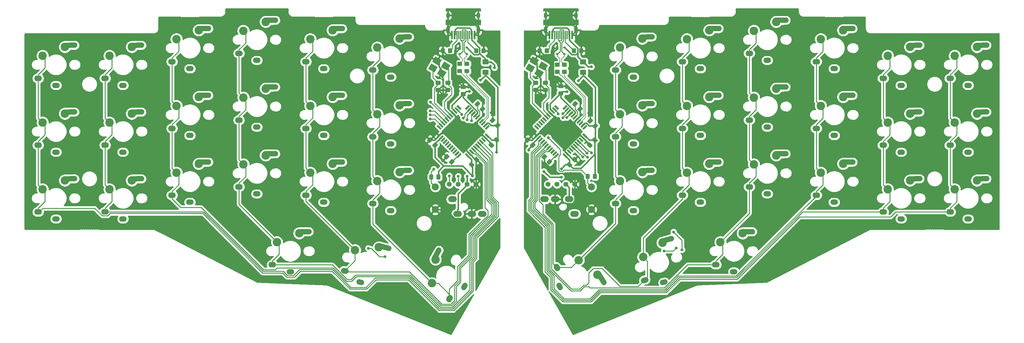
<source format=gbr>
G04 #@! TF.GenerationSoftware,KiCad,Pcbnew,(5.1.4)-1*
G04 #@! TF.CreationDate,2023-05-20T18:36:56-04:00*
G04 #@! TF.ProjectId,Corne Integrated Microchip,436f726e-6520-4496-9e74-656772617465,rev?*
G04 #@! TF.SameCoordinates,Original*
G04 #@! TF.FileFunction,Copper,L1,Top*
G04 #@! TF.FilePolarity,Positive*
%FSLAX46Y46*%
G04 Gerber Fmt 4.6, Leading zero omitted, Abs format (unit mm)*
G04 Created by KiCad (PCBNEW (5.1.4)-1) date 2023-05-20 18:36:56*
%MOMM*%
%LPD*%
G04 APERTURE LIST*
%ADD10C,1.397000*%
%ADD11C,2.400000*%
%ADD12C,1.500000*%
%ADD13C,1.500000*%
%ADD14C,1.600000*%
%ADD15C,1.600000*%
%ADD16C,1.800000*%
%ADD17C,0.100000*%
%ADD18O,1.000000X1.600000*%
%ADD19O,1.000000X2.100000*%
%ADD20R,0.300000X2.450000*%
%ADD21R,0.600000X2.450000*%
%ADD22R,0.700000X1.000000*%
%ADD23R,0.700000X0.600000*%
%ADD24C,0.550000*%
%ADD25C,2.000000*%
%ADD26C,1.150000*%
%ADD27O,2.200000X1.500000*%
%ADD28O,2.200000X1.600000*%
%ADD29O,2.500000X1.700000*%
%ADD30C,1.425000*%
%ADD31C,0.800000*%
%ADD32C,0.381000*%
%ADD33C,0.250000*%
%ADD34C,0.200000*%
%ADD35C,0.254000*%
G04 APERTURE END LIST*
D10*
X165131750Y-92075000D03*
X162591750Y-92075000D03*
X160051750Y-92075000D03*
X157511750Y-92075000D03*
X137001250Y-92075000D03*
X134461250Y-92075000D03*
X131921250Y-92075000D03*
X129381250Y-92075000D03*
D11*
X124482795Y-120298307D03*
D12*
X133697050Y-121218750D03*
D13*
X133522050Y-121521859D02*
X133872050Y-120915641D01*
D14*
X129414999Y-124635480D03*
D15*
X129264999Y-124895288D02*
X129564999Y-124375672D01*
D12*
X125739393Y-112121014D03*
D13*
X125025379Y-113383030D02*
X126453407Y-110858998D01*
D11*
X125458091Y-113529045D03*
D16*
X153574750Y-56879071D03*
D17*
G36*
X152215423Y-57133494D02*
G01*
X153115423Y-55574648D01*
X154934077Y-56624648D01*
X154034077Y-58183494D01*
X152215423Y-57133494D01*
X152215423Y-57133494D01*
G37*
D16*
X156086224Y-58329071D03*
D17*
G36*
X154726897Y-58583494D02*
G01*
X155626897Y-57024648D01*
X157445551Y-58074648D01*
X156545551Y-59633494D01*
X154726897Y-58583494D01*
X154726897Y-58583494D01*
G37*
D16*
X154936224Y-60320929D03*
D17*
G36*
X153576897Y-60575352D02*
G01*
X154476897Y-59016506D01*
X156295551Y-60066506D01*
X155395551Y-61625352D01*
X153576897Y-60575352D01*
X153576897Y-60575352D01*
G37*
D16*
X152424750Y-58870929D03*
D17*
G36*
X151065423Y-59125352D02*
G01*
X151965423Y-57566506D01*
X153784077Y-58616506D01*
X152884077Y-60175352D01*
X151065423Y-59125352D01*
X151065423Y-59125352D01*
G37*
D16*
X124731763Y-58870929D03*
D17*
G36*
X123372436Y-59125352D02*
G01*
X124272436Y-57566506D01*
X126091090Y-58616506D01*
X125191090Y-60175352D01*
X123372436Y-59125352D01*
X123372436Y-59125352D01*
G37*
D16*
X127243237Y-60320929D03*
D17*
G36*
X125883910Y-60575352D02*
G01*
X126783910Y-59016506D01*
X128602564Y-60066506D01*
X127702564Y-61625352D01*
X125883910Y-60575352D01*
X125883910Y-60575352D01*
G37*
D16*
X128393237Y-58329071D03*
D17*
G36*
X127033910Y-58583494D02*
G01*
X127933910Y-57024648D01*
X129752564Y-58074648D01*
X128852564Y-59633494D01*
X127033910Y-58583494D01*
X127033910Y-58583494D01*
G37*
D16*
X125881763Y-56879071D03*
D17*
G36*
X124522436Y-57133494D02*
G01*
X125422436Y-55574648D01*
X127241090Y-56624648D01*
X126341090Y-58183494D01*
X124522436Y-57133494D01*
X124522436Y-57133494D01*
G37*
D18*
X129030000Y-43875000D03*
X137670000Y-43875000D03*
D19*
X129030000Y-48055000D03*
X137670000Y-48055000D03*
D20*
X133600000Y-49470000D03*
X133100000Y-49470000D03*
X132600000Y-49470000D03*
X134100000Y-49470000D03*
X132100000Y-49470000D03*
X134600000Y-49470000D03*
X131600000Y-49470000D03*
X135100000Y-49470000D03*
D21*
X135800000Y-49470000D03*
X130900000Y-49470000D03*
X136575000Y-49470000D03*
X130125000Y-49470000D03*
D18*
X156811250Y-43875000D03*
X165451250Y-43875000D03*
D19*
X156811250Y-48055000D03*
X165451250Y-48055000D03*
D20*
X161381250Y-49470000D03*
X160881250Y-49470000D03*
X160381250Y-49470000D03*
X161881250Y-49470000D03*
X159881250Y-49470000D03*
X162381250Y-49470000D03*
X159381250Y-49470000D03*
X162881250Y-49470000D03*
D21*
X163581250Y-49470000D03*
X158681250Y-49470000D03*
X164356250Y-49470000D03*
X157906250Y-49470000D03*
D22*
X132350000Y-53225000D03*
D23*
X134350000Y-53025000D03*
X132350000Y-54925000D03*
X134350000Y-54925000D03*
D22*
X160131250Y-53225000D03*
D23*
X162131250Y-53025000D03*
X160131250Y-54925000D03*
X162131250Y-54925000D03*
D24*
X167990186Y-78195832D03*
D17*
G36*
X167265402Y-77859956D02*
G01*
X167654310Y-77471048D01*
X168714970Y-78531708D01*
X168326062Y-78920616D01*
X167265402Y-77859956D01*
X167265402Y-77859956D01*
G37*
D24*
X167424500Y-78761517D03*
D17*
G36*
X166699716Y-78425641D02*
G01*
X167088624Y-78036733D01*
X168149284Y-79097393D01*
X167760376Y-79486301D01*
X166699716Y-78425641D01*
X166699716Y-78425641D01*
G37*
D24*
X166858815Y-79327202D03*
D17*
G36*
X166134031Y-78991326D02*
G01*
X166522939Y-78602418D01*
X167583599Y-79663078D01*
X167194691Y-80051986D01*
X166134031Y-78991326D01*
X166134031Y-78991326D01*
G37*
D24*
X166293130Y-79892888D03*
D17*
G36*
X165568346Y-79557012D02*
G01*
X165957254Y-79168104D01*
X167017914Y-80228764D01*
X166629006Y-80617672D01*
X165568346Y-79557012D01*
X165568346Y-79557012D01*
G37*
D24*
X165727444Y-80458573D03*
D17*
G36*
X165002660Y-80122697D02*
G01*
X165391568Y-79733789D01*
X166452228Y-80794449D01*
X166063320Y-81183357D01*
X165002660Y-80122697D01*
X165002660Y-80122697D01*
G37*
D24*
X165161759Y-81024259D03*
D17*
G36*
X164436975Y-80688383D02*
G01*
X164825883Y-80299475D01*
X165886543Y-81360135D01*
X165497635Y-81749043D01*
X164436975Y-80688383D01*
X164436975Y-80688383D01*
G37*
D24*
X164596073Y-81589944D03*
D17*
G36*
X163871289Y-81254068D02*
G01*
X164260197Y-80865160D01*
X165320857Y-81925820D01*
X164931949Y-82314728D01*
X163871289Y-81254068D01*
X163871289Y-81254068D01*
G37*
D24*
X164030388Y-82155630D03*
D17*
G36*
X163305604Y-81819754D02*
G01*
X163694512Y-81430846D01*
X164755172Y-82491506D01*
X164366264Y-82880414D01*
X163305604Y-81819754D01*
X163305604Y-81819754D01*
G37*
D24*
X163464702Y-82721315D03*
D17*
G36*
X162739918Y-82385439D02*
G01*
X163128826Y-81996531D01*
X164189486Y-83057191D01*
X163800578Y-83446099D01*
X162739918Y-82385439D01*
X162739918Y-82385439D01*
G37*
D24*
X162899017Y-83287000D03*
D17*
G36*
X162174233Y-82951124D02*
G01*
X162563141Y-82562216D01*
X163623801Y-83622876D01*
X163234893Y-84011784D01*
X162174233Y-82951124D01*
X162174233Y-82951124D01*
G37*
D24*
X162333332Y-83852686D03*
D17*
G36*
X161608548Y-83516810D02*
G01*
X161997456Y-83127902D01*
X163058116Y-84188562D01*
X162669208Y-84577470D01*
X161608548Y-83516810D01*
X161608548Y-83516810D01*
G37*
D24*
X159929168Y-83852686D03*
D17*
G36*
X160265044Y-83127902D02*
G01*
X160653952Y-83516810D01*
X159593292Y-84577470D01*
X159204384Y-84188562D01*
X160265044Y-83127902D01*
X160265044Y-83127902D01*
G37*
D24*
X159363483Y-83287000D03*
D17*
G36*
X159699359Y-82562216D02*
G01*
X160088267Y-82951124D01*
X159027607Y-84011784D01*
X158638699Y-83622876D01*
X159699359Y-82562216D01*
X159699359Y-82562216D01*
G37*
D24*
X158797798Y-82721315D03*
D17*
G36*
X159133674Y-81996531D02*
G01*
X159522582Y-82385439D01*
X158461922Y-83446099D01*
X158073014Y-83057191D01*
X159133674Y-81996531D01*
X159133674Y-81996531D01*
G37*
D24*
X158232112Y-82155630D03*
D17*
G36*
X158567988Y-81430846D02*
G01*
X158956896Y-81819754D01*
X157896236Y-82880414D01*
X157507328Y-82491506D01*
X158567988Y-81430846D01*
X158567988Y-81430846D01*
G37*
D24*
X157666427Y-81589944D03*
D17*
G36*
X158002303Y-80865160D02*
G01*
X158391211Y-81254068D01*
X157330551Y-82314728D01*
X156941643Y-81925820D01*
X158002303Y-80865160D01*
X158002303Y-80865160D01*
G37*
D24*
X157100741Y-81024259D03*
D17*
G36*
X157436617Y-80299475D02*
G01*
X157825525Y-80688383D01*
X156764865Y-81749043D01*
X156375957Y-81360135D01*
X157436617Y-80299475D01*
X157436617Y-80299475D01*
G37*
D24*
X156535056Y-80458573D03*
D17*
G36*
X156870932Y-79733789D02*
G01*
X157259840Y-80122697D01*
X156199180Y-81183357D01*
X155810272Y-80794449D01*
X156870932Y-79733789D01*
X156870932Y-79733789D01*
G37*
D24*
X155969370Y-79892888D03*
D17*
G36*
X156305246Y-79168104D02*
G01*
X156694154Y-79557012D01*
X155633494Y-80617672D01*
X155244586Y-80228764D01*
X156305246Y-79168104D01*
X156305246Y-79168104D01*
G37*
D24*
X155403685Y-79327202D03*
D17*
G36*
X155739561Y-78602418D02*
G01*
X156128469Y-78991326D01*
X155067809Y-80051986D01*
X154678901Y-79663078D01*
X155739561Y-78602418D01*
X155739561Y-78602418D01*
G37*
D24*
X154838000Y-78761517D03*
D17*
G36*
X155173876Y-78036733D02*
G01*
X155562784Y-78425641D01*
X154502124Y-79486301D01*
X154113216Y-79097393D01*
X155173876Y-78036733D01*
X155173876Y-78036733D01*
G37*
D24*
X154272314Y-78195832D03*
D17*
G36*
X154608190Y-77471048D02*
G01*
X154997098Y-77859956D01*
X153936438Y-78920616D01*
X153547530Y-78531708D01*
X154608190Y-77471048D01*
X154608190Y-77471048D01*
G37*
D24*
X154272314Y-75791668D03*
D17*
G36*
X153547530Y-75455792D02*
G01*
X153936438Y-75066884D01*
X154997098Y-76127544D01*
X154608190Y-76516452D01*
X153547530Y-75455792D01*
X153547530Y-75455792D01*
G37*
D24*
X154838000Y-75225983D03*
D17*
G36*
X154113216Y-74890107D02*
G01*
X154502124Y-74501199D01*
X155562784Y-75561859D01*
X155173876Y-75950767D01*
X154113216Y-74890107D01*
X154113216Y-74890107D01*
G37*
D24*
X155403685Y-74660298D03*
D17*
G36*
X154678901Y-74324422D02*
G01*
X155067809Y-73935514D01*
X156128469Y-74996174D01*
X155739561Y-75385082D01*
X154678901Y-74324422D01*
X154678901Y-74324422D01*
G37*
D24*
X155969370Y-74094612D03*
D17*
G36*
X155244586Y-73758736D02*
G01*
X155633494Y-73369828D01*
X156694154Y-74430488D01*
X156305246Y-74819396D01*
X155244586Y-73758736D01*
X155244586Y-73758736D01*
G37*
D24*
X156535056Y-73528927D03*
D17*
G36*
X155810272Y-73193051D02*
G01*
X156199180Y-72804143D01*
X157259840Y-73864803D01*
X156870932Y-74253711D01*
X155810272Y-73193051D01*
X155810272Y-73193051D01*
G37*
D24*
X157100741Y-72963241D03*
D17*
G36*
X156375957Y-72627365D02*
G01*
X156764865Y-72238457D01*
X157825525Y-73299117D01*
X157436617Y-73688025D01*
X156375957Y-72627365D01*
X156375957Y-72627365D01*
G37*
D24*
X157666427Y-72397556D03*
D17*
G36*
X156941643Y-72061680D02*
G01*
X157330551Y-71672772D01*
X158391211Y-72733432D01*
X158002303Y-73122340D01*
X156941643Y-72061680D01*
X156941643Y-72061680D01*
G37*
D24*
X158232112Y-71831870D03*
D17*
G36*
X157507328Y-71495994D02*
G01*
X157896236Y-71107086D01*
X158956896Y-72167746D01*
X158567988Y-72556654D01*
X157507328Y-71495994D01*
X157507328Y-71495994D01*
G37*
D24*
X158797798Y-71266185D03*
D17*
G36*
X158073014Y-70930309D02*
G01*
X158461922Y-70541401D01*
X159522582Y-71602061D01*
X159133674Y-71990969D01*
X158073014Y-70930309D01*
X158073014Y-70930309D01*
G37*
D24*
X159363483Y-70700500D03*
D17*
G36*
X158638699Y-70364624D02*
G01*
X159027607Y-69975716D01*
X160088267Y-71036376D01*
X159699359Y-71425284D01*
X158638699Y-70364624D01*
X158638699Y-70364624D01*
G37*
D24*
X159929168Y-70134814D03*
D17*
G36*
X159204384Y-69798938D02*
G01*
X159593292Y-69410030D01*
X160653952Y-70470690D01*
X160265044Y-70859598D01*
X159204384Y-69798938D01*
X159204384Y-69798938D01*
G37*
D24*
X162333332Y-70134814D03*
D17*
G36*
X162669208Y-69410030D02*
G01*
X163058116Y-69798938D01*
X161997456Y-70859598D01*
X161608548Y-70470690D01*
X162669208Y-69410030D01*
X162669208Y-69410030D01*
G37*
D24*
X162899017Y-70700500D03*
D17*
G36*
X163234893Y-69975716D02*
G01*
X163623801Y-70364624D01*
X162563141Y-71425284D01*
X162174233Y-71036376D01*
X163234893Y-69975716D01*
X163234893Y-69975716D01*
G37*
D24*
X163464702Y-71266185D03*
D17*
G36*
X163800578Y-70541401D02*
G01*
X164189486Y-70930309D01*
X163128826Y-71990969D01*
X162739918Y-71602061D01*
X163800578Y-70541401D01*
X163800578Y-70541401D01*
G37*
D24*
X164030388Y-71831870D03*
D17*
G36*
X164366264Y-71107086D02*
G01*
X164755172Y-71495994D01*
X163694512Y-72556654D01*
X163305604Y-72167746D01*
X164366264Y-71107086D01*
X164366264Y-71107086D01*
G37*
D24*
X164596073Y-72397556D03*
D17*
G36*
X164931949Y-71672772D02*
G01*
X165320857Y-72061680D01*
X164260197Y-73122340D01*
X163871289Y-72733432D01*
X164931949Y-71672772D01*
X164931949Y-71672772D01*
G37*
D24*
X165161759Y-72963241D03*
D17*
G36*
X165497635Y-72238457D02*
G01*
X165886543Y-72627365D01*
X164825883Y-73688025D01*
X164436975Y-73299117D01*
X165497635Y-72238457D01*
X165497635Y-72238457D01*
G37*
D24*
X165727444Y-73528927D03*
D17*
G36*
X166063320Y-72804143D02*
G01*
X166452228Y-73193051D01*
X165391568Y-74253711D01*
X165002660Y-73864803D01*
X166063320Y-72804143D01*
X166063320Y-72804143D01*
G37*
D24*
X166293130Y-74094612D03*
D17*
G36*
X166629006Y-73369828D02*
G01*
X167017914Y-73758736D01*
X165957254Y-74819396D01*
X165568346Y-74430488D01*
X166629006Y-73369828D01*
X166629006Y-73369828D01*
G37*
D24*
X166858815Y-74660298D03*
D17*
G36*
X167194691Y-73935514D02*
G01*
X167583599Y-74324422D01*
X166522939Y-75385082D01*
X166134031Y-74996174D01*
X167194691Y-73935514D01*
X167194691Y-73935514D01*
G37*
D24*
X167424500Y-75225983D03*
D17*
G36*
X167760376Y-74501199D02*
G01*
X168149284Y-74890107D01*
X167088624Y-75950767D01*
X166699716Y-75561859D01*
X167760376Y-74501199D01*
X167760376Y-74501199D01*
G37*
D24*
X167990186Y-75791668D03*
D17*
G36*
X168326062Y-75066884D02*
G01*
X168714970Y-75455792D01*
X167654310Y-76516452D01*
X167265402Y-76127544D01*
X168326062Y-75066884D01*
X168326062Y-75066884D01*
G37*
D24*
X140208936Y-75791668D03*
D17*
G36*
X140544812Y-75066884D02*
G01*
X140933720Y-75455792D01*
X139873060Y-76516452D01*
X139484152Y-76127544D01*
X140544812Y-75066884D01*
X140544812Y-75066884D01*
G37*
D24*
X139643250Y-75225983D03*
D17*
G36*
X139979126Y-74501199D02*
G01*
X140368034Y-74890107D01*
X139307374Y-75950767D01*
X138918466Y-75561859D01*
X139979126Y-74501199D01*
X139979126Y-74501199D01*
G37*
D24*
X139077565Y-74660298D03*
D17*
G36*
X139413441Y-73935514D02*
G01*
X139802349Y-74324422D01*
X138741689Y-75385082D01*
X138352781Y-74996174D01*
X139413441Y-73935514D01*
X139413441Y-73935514D01*
G37*
D24*
X138511880Y-74094612D03*
D17*
G36*
X138847756Y-73369828D02*
G01*
X139236664Y-73758736D01*
X138176004Y-74819396D01*
X137787096Y-74430488D01*
X138847756Y-73369828D01*
X138847756Y-73369828D01*
G37*
D24*
X137946194Y-73528927D03*
D17*
G36*
X138282070Y-72804143D02*
G01*
X138670978Y-73193051D01*
X137610318Y-74253711D01*
X137221410Y-73864803D01*
X138282070Y-72804143D01*
X138282070Y-72804143D01*
G37*
D24*
X137380509Y-72963241D03*
D17*
G36*
X137716385Y-72238457D02*
G01*
X138105293Y-72627365D01*
X137044633Y-73688025D01*
X136655725Y-73299117D01*
X137716385Y-72238457D01*
X137716385Y-72238457D01*
G37*
D24*
X136814823Y-72397556D03*
D17*
G36*
X137150699Y-71672772D02*
G01*
X137539607Y-72061680D01*
X136478947Y-73122340D01*
X136090039Y-72733432D01*
X137150699Y-71672772D01*
X137150699Y-71672772D01*
G37*
D24*
X136249138Y-71831870D03*
D17*
G36*
X136585014Y-71107086D02*
G01*
X136973922Y-71495994D01*
X135913262Y-72556654D01*
X135524354Y-72167746D01*
X136585014Y-71107086D01*
X136585014Y-71107086D01*
G37*
D24*
X135683452Y-71266185D03*
D17*
G36*
X136019328Y-70541401D02*
G01*
X136408236Y-70930309D01*
X135347576Y-71990969D01*
X134958668Y-71602061D01*
X136019328Y-70541401D01*
X136019328Y-70541401D01*
G37*
D24*
X135117767Y-70700500D03*
D17*
G36*
X135453643Y-69975716D02*
G01*
X135842551Y-70364624D01*
X134781891Y-71425284D01*
X134392983Y-71036376D01*
X135453643Y-69975716D01*
X135453643Y-69975716D01*
G37*
D24*
X134552082Y-70134814D03*
D17*
G36*
X134887958Y-69410030D02*
G01*
X135276866Y-69798938D01*
X134216206Y-70859598D01*
X133827298Y-70470690D01*
X134887958Y-69410030D01*
X134887958Y-69410030D01*
G37*
D24*
X132147918Y-70134814D03*
D17*
G36*
X131423134Y-69798938D02*
G01*
X131812042Y-69410030D01*
X132872702Y-70470690D01*
X132483794Y-70859598D01*
X131423134Y-69798938D01*
X131423134Y-69798938D01*
G37*
D24*
X131582233Y-70700500D03*
D17*
G36*
X130857449Y-70364624D02*
G01*
X131246357Y-69975716D01*
X132307017Y-71036376D01*
X131918109Y-71425284D01*
X130857449Y-70364624D01*
X130857449Y-70364624D01*
G37*
D24*
X131016548Y-71266185D03*
D17*
G36*
X130291764Y-70930309D02*
G01*
X130680672Y-70541401D01*
X131741332Y-71602061D01*
X131352424Y-71990969D01*
X130291764Y-70930309D01*
X130291764Y-70930309D01*
G37*
D24*
X130450862Y-71831870D03*
D17*
G36*
X129726078Y-71495994D02*
G01*
X130114986Y-71107086D01*
X131175646Y-72167746D01*
X130786738Y-72556654D01*
X129726078Y-71495994D01*
X129726078Y-71495994D01*
G37*
D24*
X129885177Y-72397556D03*
D17*
G36*
X129160393Y-72061680D02*
G01*
X129549301Y-71672772D01*
X130609961Y-72733432D01*
X130221053Y-73122340D01*
X129160393Y-72061680D01*
X129160393Y-72061680D01*
G37*
D24*
X129319491Y-72963241D03*
D17*
G36*
X128594707Y-72627365D02*
G01*
X128983615Y-72238457D01*
X130044275Y-73299117D01*
X129655367Y-73688025D01*
X128594707Y-72627365D01*
X128594707Y-72627365D01*
G37*
D24*
X128753806Y-73528927D03*
D17*
G36*
X128029022Y-73193051D02*
G01*
X128417930Y-72804143D01*
X129478590Y-73864803D01*
X129089682Y-74253711D01*
X128029022Y-73193051D01*
X128029022Y-73193051D01*
G37*
D24*
X128188120Y-74094612D03*
D17*
G36*
X127463336Y-73758736D02*
G01*
X127852244Y-73369828D01*
X128912904Y-74430488D01*
X128523996Y-74819396D01*
X127463336Y-73758736D01*
X127463336Y-73758736D01*
G37*
D24*
X127622435Y-74660298D03*
D17*
G36*
X126897651Y-74324422D02*
G01*
X127286559Y-73935514D01*
X128347219Y-74996174D01*
X127958311Y-75385082D01*
X126897651Y-74324422D01*
X126897651Y-74324422D01*
G37*
D24*
X127056750Y-75225983D03*
D17*
G36*
X126331966Y-74890107D02*
G01*
X126720874Y-74501199D01*
X127781534Y-75561859D01*
X127392626Y-75950767D01*
X126331966Y-74890107D01*
X126331966Y-74890107D01*
G37*
D24*
X126491064Y-75791668D03*
D17*
G36*
X125766280Y-75455792D02*
G01*
X126155188Y-75066884D01*
X127215848Y-76127544D01*
X126826940Y-76516452D01*
X125766280Y-75455792D01*
X125766280Y-75455792D01*
G37*
D24*
X126491064Y-78195832D03*
D17*
G36*
X126826940Y-77471048D02*
G01*
X127215848Y-77859956D01*
X126155188Y-78920616D01*
X125766280Y-78531708D01*
X126826940Y-77471048D01*
X126826940Y-77471048D01*
G37*
D24*
X127056750Y-78761517D03*
D17*
G36*
X127392626Y-78036733D02*
G01*
X127781534Y-78425641D01*
X126720874Y-79486301D01*
X126331966Y-79097393D01*
X127392626Y-78036733D01*
X127392626Y-78036733D01*
G37*
D24*
X127622435Y-79327202D03*
D17*
G36*
X127958311Y-78602418D02*
G01*
X128347219Y-78991326D01*
X127286559Y-80051986D01*
X126897651Y-79663078D01*
X127958311Y-78602418D01*
X127958311Y-78602418D01*
G37*
D24*
X128188120Y-79892888D03*
D17*
G36*
X128523996Y-79168104D02*
G01*
X128912904Y-79557012D01*
X127852244Y-80617672D01*
X127463336Y-80228764D01*
X128523996Y-79168104D01*
X128523996Y-79168104D01*
G37*
D24*
X128753806Y-80458573D03*
D17*
G36*
X129089682Y-79733789D02*
G01*
X129478590Y-80122697D01*
X128417930Y-81183357D01*
X128029022Y-80794449D01*
X129089682Y-79733789D01*
X129089682Y-79733789D01*
G37*
D24*
X129319491Y-81024259D03*
D17*
G36*
X129655367Y-80299475D02*
G01*
X130044275Y-80688383D01*
X128983615Y-81749043D01*
X128594707Y-81360135D01*
X129655367Y-80299475D01*
X129655367Y-80299475D01*
G37*
D24*
X129885177Y-81589944D03*
D17*
G36*
X130221053Y-80865160D02*
G01*
X130609961Y-81254068D01*
X129549301Y-82314728D01*
X129160393Y-81925820D01*
X130221053Y-80865160D01*
X130221053Y-80865160D01*
G37*
D24*
X130450862Y-82155630D03*
D17*
G36*
X130786738Y-81430846D02*
G01*
X131175646Y-81819754D01*
X130114986Y-82880414D01*
X129726078Y-82491506D01*
X130786738Y-81430846D01*
X130786738Y-81430846D01*
G37*
D24*
X131016548Y-82721315D03*
D17*
G36*
X131352424Y-81996531D02*
G01*
X131741332Y-82385439D01*
X130680672Y-83446099D01*
X130291764Y-83057191D01*
X131352424Y-81996531D01*
X131352424Y-81996531D01*
G37*
D24*
X131582233Y-83287000D03*
D17*
G36*
X131918109Y-82562216D02*
G01*
X132307017Y-82951124D01*
X131246357Y-84011784D01*
X130857449Y-83622876D01*
X131918109Y-82562216D01*
X131918109Y-82562216D01*
G37*
D24*
X132147918Y-83852686D03*
D17*
G36*
X132483794Y-83127902D02*
G01*
X132872702Y-83516810D01*
X131812042Y-84577470D01*
X131423134Y-84188562D01*
X132483794Y-83127902D01*
X132483794Y-83127902D01*
G37*
D24*
X134552082Y-83852686D03*
D17*
G36*
X133827298Y-83516810D02*
G01*
X134216206Y-83127902D01*
X135276866Y-84188562D01*
X134887958Y-84577470D01*
X133827298Y-83516810D01*
X133827298Y-83516810D01*
G37*
D24*
X135117767Y-83287000D03*
D17*
G36*
X134392983Y-82951124D02*
G01*
X134781891Y-82562216D01*
X135842551Y-83622876D01*
X135453643Y-84011784D01*
X134392983Y-82951124D01*
X134392983Y-82951124D01*
G37*
D24*
X135683452Y-82721315D03*
D17*
G36*
X134958668Y-82385439D02*
G01*
X135347576Y-81996531D01*
X136408236Y-83057191D01*
X136019328Y-83446099D01*
X134958668Y-82385439D01*
X134958668Y-82385439D01*
G37*
D24*
X136249138Y-82155630D03*
D17*
G36*
X135524354Y-81819754D02*
G01*
X135913262Y-81430846D01*
X136973922Y-82491506D01*
X136585014Y-82880414D01*
X135524354Y-81819754D01*
X135524354Y-81819754D01*
G37*
D24*
X136814823Y-81589944D03*
D17*
G36*
X136090039Y-81254068D02*
G01*
X136478947Y-80865160D01*
X137539607Y-81925820D01*
X137150699Y-82314728D01*
X136090039Y-81254068D01*
X136090039Y-81254068D01*
G37*
D24*
X137380509Y-81024259D03*
D17*
G36*
X136655725Y-80688383D02*
G01*
X137044633Y-80299475D01*
X138105293Y-81360135D01*
X137716385Y-81749043D01*
X136655725Y-80688383D01*
X136655725Y-80688383D01*
G37*
D24*
X137946194Y-80458573D03*
D17*
G36*
X137221410Y-80122697D02*
G01*
X137610318Y-79733789D01*
X138670978Y-80794449D01*
X138282070Y-81183357D01*
X137221410Y-80122697D01*
X137221410Y-80122697D01*
G37*
D24*
X138511880Y-79892888D03*
D17*
G36*
X137787096Y-79557012D02*
G01*
X138176004Y-79168104D01*
X139236664Y-80228764D01*
X138847756Y-80617672D01*
X137787096Y-79557012D01*
X137787096Y-79557012D01*
G37*
D24*
X139077565Y-79327202D03*
D17*
G36*
X138352781Y-78991326D02*
G01*
X138741689Y-78602418D01*
X139802349Y-79663078D01*
X139413441Y-80051986D01*
X138352781Y-78991326D01*
X138352781Y-78991326D01*
G37*
D24*
X139643250Y-78761517D03*
D17*
G36*
X138918466Y-78425641D02*
G01*
X139307374Y-78036733D01*
X140368034Y-79097393D01*
X139979126Y-79486301D01*
X138918466Y-78425641D01*
X138918466Y-78425641D01*
G37*
D24*
X140208936Y-78195832D03*
D17*
G36*
X139484152Y-77859956D02*
G01*
X139873060Y-77471048D01*
X140933720Y-78531708D01*
X140544812Y-78920616D01*
X139484152Y-77859956D01*
X139484152Y-77859956D01*
G37*
D25*
X169862500Y-92793750D03*
X169862500Y-99293750D03*
X125412500Y-92793750D03*
X125412500Y-99293750D03*
D17*
G36*
X137437005Y-53276204D02*
G01*
X137461273Y-53279804D01*
X137485072Y-53285765D01*
X137508171Y-53294030D01*
X137530350Y-53304520D01*
X137551393Y-53317132D01*
X137571099Y-53331747D01*
X137589277Y-53348223D01*
X137605753Y-53366401D01*
X137620368Y-53386107D01*
X137632980Y-53407150D01*
X137643470Y-53429329D01*
X137651735Y-53452428D01*
X137657696Y-53476227D01*
X137661296Y-53500495D01*
X137662500Y-53524999D01*
X137662500Y-54425001D01*
X137661296Y-54449505D01*
X137657696Y-54473773D01*
X137651735Y-54497572D01*
X137643470Y-54520671D01*
X137632980Y-54542850D01*
X137620368Y-54563893D01*
X137605753Y-54583599D01*
X137589277Y-54601777D01*
X137571099Y-54618253D01*
X137551393Y-54632868D01*
X137530350Y-54645480D01*
X137508171Y-54655970D01*
X137485072Y-54664235D01*
X137461273Y-54670196D01*
X137437005Y-54673796D01*
X137412501Y-54675000D01*
X136762499Y-54675000D01*
X136737995Y-54673796D01*
X136713727Y-54670196D01*
X136689928Y-54664235D01*
X136666829Y-54655970D01*
X136644650Y-54645480D01*
X136623607Y-54632868D01*
X136603901Y-54618253D01*
X136585723Y-54601777D01*
X136569247Y-54583599D01*
X136554632Y-54563893D01*
X136542020Y-54542850D01*
X136531530Y-54520671D01*
X136523265Y-54497572D01*
X136517304Y-54473773D01*
X136513704Y-54449505D01*
X136512500Y-54425001D01*
X136512500Y-53524999D01*
X136513704Y-53500495D01*
X136517304Y-53476227D01*
X136523265Y-53452428D01*
X136531530Y-53429329D01*
X136542020Y-53407150D01*
X136554632Y-53386107D01*
X136569247Y-53366401D01*
X136585723Y-53348223D01*
X136603901Y-53331747D01*
X136623607Y-53317132D01*
X136644650Y-53304520D01*
X136666829Y-53294030D01*
X136689928Y-53285765D01*
X136713727Y-53279804D01*
X136737995Y-53276204D01*
X136762499Y-53275000D01*
X137412501Y-53275000D01*
X137437005Y-53276204D01*
X137437005Y-53276204D01*
G37*
D26*
X137087500Y-53975000D03*
D17*
G36*
X139487005Y-53276204D02*
G01*
X139511273Y-53279804D01*
X139535072Y-53285765D01*
X139558171Y-53294030D01*
X139580350Y-53304520D01*
X139601393Y-53317132D01*
X139621099Y-53331747D01*
X139639277Y-53348223D01*
X139655753Y-53366401D01*
X139670368Y-53386107D01*
X139682980Y-53407150D01*
X139693470Y-53429329D01*
X139701735Y-53452428D01*
X139707696Y-53476227D01*
X139711296Y-53500495D01*
X139712500Y-53524999D01*
X139712500Y-54425001D01*
X139711296Y-54449505D01*
X139707696Y-54473773D01*
X139701735Y-54497572D01*
X139693470Y-54520671D01*
X139682980Y-54542850D01*
X139670368Y-54563893D01*
X139655753Y-54583599D01*
X139639277Y-54601777D01*
X139621099Y-54618253D01*
X139601393Y-54632868D01*
X139580350Y-54645480D01*
X139558171Y-54655970D01*
X139535072Y-54664235D01*
X139511273Y-54670196D01*
X139487005Y-54673796D01*
X139462501Y-54675000D01*
X138812499Y-54675000D01*
X138787995Y-54673796D01*
X138763727Y-54670196D01*
X138739928Y-54664235D01*
X138716829Y-54655970D01*
X138694650Y-54645480D01*
X138673607Y-54632868D01*
X138653901Y-54618253D01*
X138635723Y-54601777D01*
X138619247Y-54583599D01*
X138604632Y-54563893D01*
X138592020Y-54542850D01*
X138581530Y-54520671D01*
X138573265Y-54497572D01*
X138567304Y-54473773D01*
X138563704Y-54449505D01*
X138562500Y-54425001D01*
X138562500Y-53524999D01*
X138563704Y-53500495D01*
X138567304Y-53476227D01*
X138573265Y-53452428D01*
X138581530Y-53429329D01*
X138592020Y-53407150D01*
X138604632Y-53386107D01*
X138619247Y-53366401D01*
X138635723Y-53348223D01*
X138653901Y-53331747D01*
X138673607Y-53317132D01*
X138694650Y-53304520D01*
X138716829Y-53294030D01*
X138739928Y-53285765D01*
X138763727Y-53279804D01*
X138787995Y-53276204D01*
X138812499Y-53275000D01*
X139462501Y-53275000D01*
X139487005Y-53276204D01*
X139487005Y-53276204D01*
G37*
D26*
X139137500Y-53975000D03*
D17*
G36*
X129962005Y-53276204D02*
G01*
X129986273Y-53279804D01*
X130010072Y-53285765D01*
X130033171Y-53294030D01*
X130055350Y-53304520D01*
X130076393Y-53317132D01*
X130096099Y-53331747D01*
X130114277Y-53348223D01*
X130130753Y-53366401D01*
X130145368Y-53386107D01*
X130157980Y-53407150D01*
X130168470Y-53429329D01*
X130176735Y-53452428D01*
X130182696Y-53476227D01*
X130186296Y-53500495D01*
X130187500Y-53524999D01*
X130187500Y-54425001D01*
X130186296Y-54449505D01*
X130182696Y-54473773D01*
X130176735Y-54497572D01*
X130168470Y-54520671D01*
X130157980Y-54542850D01*
X130145368Y-54563893D01*
X130130753Y-54583599D01*
X130114277Y-54601777D01*
X130096099Y-54618253D01*
X130076393Y-54632868D01*
X130055350Y-54645480D01*
X130033171Y-54655970D01*
X130010072Y-54664235D01*
X129986273Y-54670196D01*
X129962005Y-54673796D01*
X129937501Y-54675000D01*
X129287499Y-54675000D01*
X129262995Y-54673796D01*
X129238727Y-54670196D01*
X129214928Y-54664235D01*
X129191829Y-54655970D01*
X129169650Y-54645480D01*
X129148607Y-54632868D01*
X129128901Y-54618253D01*
X129110723Y-54601777D01*
X129094247Y-54583599D01*
X129079632Y-54563893D01*
X129067020Y-54542850D01*
X129056530Y-54520671D01*
X129048265Y-54497572D01*
X129042304Y-54473773D01*
X129038704Y-54449505D01*
X129037500Y-54425001D01*
X129037500Y-53524999D01*
X129038704Y-53500495D01*
X129042304Y-53476227D01*
X129048265Y-53452428D01*
X129056530Y-53429329D01*
X129067020Y-53407150D01*
X129079632Y-53386107D01*
X129094247Y-53366401D01*
X129110723Y-53348223D01*
X129128901Y-53331747D01*
X129148607Y-53317132D01*
X129169650Y-53304520D01*
X129191829Y-53294030D01*
X129214928Y-53285765D01*
X129238727Y-53279804D01*
X129262995Y-53276204D01*
X129287499Y-53275000D01*
X129937501Y-53275000D01*
X129962005Y-53276204D01*
X129962005Y-53276204D01*
G37*
D26*
X129612500Y-53975000D03*
D17*
G36*
X127912005Y-53276204D02*
G01*
X127936273Y-53279804D01*
X127960072Y-53285765D01*
X127983171Y-53294030D01*
X128005350Y-53304520D01*
X128026393Y-53317132D01*
X128046099Y-53331747D01*
X128064277Y-53348223D01*
X128080753Y-53366401D01*
X128095368Y-53386107D01*
X128107980Y-53407150D01*
X128118470Y-53429329D01*
X128126735Y-53452428D01*
X128132696Y-53476227D01*
X128136296Y-53500495D01*
X128137500Y-53524999D01*
X128137500Y-54425001D01*
X128136296Y-54449505D01*
X128132696Y-54473773D01*
X128126735Y-54497572D01*
X128118470Y-54520671D01*
X128107980Y-54542850D01*
X128095368Y-54563893D01*
X128080753Y-54583599D01*
X128064277Y-54601777D01*
X128046099Y-54618253D01*
X128026393Y-54632868D01*
X128005350Y-54645480D01*
X127983171Y-54655970D01*
X127960072Y-54664235D01*
X127936273Y-54670196D01*
X127912005Y-54673796D01*
X127887501Y-54675000D01*
X127237499Y-54675000D01*
X127212995Y-54673796D01*
X127188727Y-54670196D01*
X127164928Y-54664235D01*
X127141829Y-54655970D01*
X127119650Y-54645480D01*
X127098607Y-54632868D01*
X127078901Y-54618253D01*
X127060723Y-54601777D01*
X127044247Y-54583599D01*
X127029632Y-54563893D01*
X127017020Y-54542850D01*
X127006530Y-54520671D01*
X126998265Y-54497572D01*
X126992304Y-54473773D01*
X126988704Y-54449505D01*
X126987500Y-54425001D01*
X126987500Y-53524999D01*
X126988704Y-53500495D01*
X126992304Y-53476227D01*
X126998265Y-53452428D01*
X127006530Y-53429329D01*
X127017020Y-53407150D01*
X127029632Y-53386107D01*
X127044247Y-53366401D01*
X127060723Y-53348223D01*
X127078901Y-53331747D01*
X127098607Y-53317132D01*
X127119650Y-53304520D01*
X127141829Y-53294030D01*
X127164928Y-53285765D01*
X127188727Y-53279804D01*
X127212995Y-53276204D01*
X127237499Y-53275000D01*
X127887501Y-53275000D01*
X127912005Y-53276204D01*
X127912005Y-53276204D01*
G37*
D26*
X127562500Y-53975000D03*
D17*
G36*
X132808505Y-57138704D02*
G01*
X132832773Y-57142304D01*
X132856572Y-57148265D01*
X132879671Y-57156530D01*
X132901850Y-57167020D01*
X132922893Y-57179632D01*
X132942599Y-57194247D01*
X132960777Y-57210723D01*
X132977253Y-57228901D01*
X132991868Y-57248607D01*
X133004480Y-57269650D01*
X133014970Y-57291829D01*
X133023235Y-57314928D01*
X133029196Y-57338727D01*
X133032796Y-57362995D01*
X133034000Y-57387499D01*
X133034000Y-58037501D01*
X133032796Y-58062005D01*
X133029196Y-58086273D01*
X133023235Y-58110072D01*
X133014970Y-58133171D01*
X133004480Y-58155350D01*
X132991868Y-58176393D01*
X132977253Y-58196099D01*
X132960777Y-58214277D01*
X132942599Y-58230753D01*
X132922893Y-58245368D01*
X132901850Y-58257980D01*
X132879671Y-58268470D01*
X132856572Y-58276735D01*
X132832773Y-58282696D01*
X132808505Y-58286296D01*
X132784001Y-58287500D01*
X131883999Y-58287500D01*
X131859495Y-58286296D01*
X131835227Y-58282696D01*
X131811428Y-58276735D01*
X131788329Y-58268470D01*
X131766150Y-58257980D01*
X131745107Y-58245368D01*
X131725401Y-58230753D01*
X131707223Y-58214277D01*
X131690747Y-58196099D01*
X131676132Y-58176393D01*
X131663520Y-58155350D01*
X131653030Y-58133171D01*
X131644765Y-58110072D01*
X131638804Y-58086273D01*
X131635204Y-58062005D01*
X131634000Y-58037501D01*
X131634000Y-57387499D01*
X131635204Y-57362995D01*
X131638804Y-57338727D01*
X131644765Y-57314928D01*
X131653030Y-57291829D01*
X131663520Y-57269650D01*
X131676132Y-57248607D01*
X131690747Y-57228901D01*
X131707223Y-57210723D01*
X131725401Y-57194247D01*
X131745107Y-57179632D01*
X131766150Y-57167020D01*
X131788329Y-57156530D01*
X131811428Y-57148265D01*
X131835227Y-57142304D01*
X131859495Y-57138704D01*
X131883999Y-57137500D01*
X132784001Y-57137500D01*
X132808505Y-57138704D01*
X132808505Y-57138704D01*
G37*
D26*
X132334000Y-57712500D03*
D17*
G36*
X132808505Y-59188704D02*
G01*
X132832773Y-59192304D01*
X132856572Y-59198265D01*
X132879671Y-59206530D01*
X132901850Y-59217020D01*
X132922893Y-59229632D01*
X132942599Y-59244247D01*
X132960777Y-59260723D01*
X132977253Y-59278901D01*
X132991868Y-59298607D01*
X133004480Y-59319650D01*
X133014970Y-59341829D01*
X133023235Y-59364928D01*
X133029196Y-59388727D01*
X133032796Y-59412995D01*
X133034000Y-59437499D01*
X133034000Y-60087501D01*
X133032796Y-60112005D01*
X133029196Y-60136273D01*
X133023235Y-60160072D01*
X133014970Y-60183171D01*
X133004480Y-60205350D01*
X132991868Y-60226393D01*
X132977253Y-60246099D01*
X132960777Y-60264277D01*
X132942599Y-60280753D01*
X132922893Y-60295368D01*
X132901850Y-60307980D01*
X132879671Y-60318470D01*
X132856572Y-60326735D01*
X132832773Y-60332696D01*
X132808505Y-60336296D01*
X132784001Y-60337500D01*
X131883999Y-60337500D01*
X131859495Y-60336296D01*
X131835227Y-60332696D01*
X131811428Y-60326735D01*
X131788329Y-60318470D01*
X131766150Y-60307980D01*
X131745107Y-60295368D01*
X131725401Y-60280753D01*
X131707223Y-60264277D01*
X131690747Y-60246099D01*
X131676132Y-60226393D01*
X131663520Y-60205350D01*
X131653030Y-60183171D01*
X131644765Y-60160072D01*
X131638804Y-60136273D01*
X131635204Y-60112005D01*
X131634000Y-60087501D01*
X131634000Y-59437499D01*
X131635204Y-59412995D01*
X131638804Y-59388727D01*
X131644765Y-59364928D01*
X131653030Y-59341829D01*
X131663520Y-59319650D01*
X131676132Y-59298607D01*
X131690747Y-59278901D01*
X131707223Y-59260723D01*
X131725401Y-59244247D01*
X131745107Y-59229632D01*
X131766150Y-59217020D01*
X131788329Y-59206530D01*
X131811428Y-59198265D01*
X131835227Y-59192304D01*
X131859495Y-59188704D01*
X131883999Y-59187500D01*
X132784001Y-59187500D01*
X132808505Y-59188704D01*
X132808505Y-59188704D01*
G37*
D26*
X132334000Y-59762500D03*
D17*
G36*
X134840505Y-57138704D02*
G01*
X134864773Y-57142304D01*
X134888572Y-57148265D01*
X134911671Y-57156530D01*
X134933850Y-57167020D01*
X134954893Y-57179632D01*
X134974599Y-57194247D01*
X134992777Y-57210723D01*
X135009253Y-57228901D01*
X135023868Y-57248607D01*
X135036480Y-57269650D01*
X135046970Y-57291829D01*
X135055235Y-57314928D01*
X135061196Y-57338727D01*
X135064796Y-57362995D01*
X135066000Y-57387499D01*
X135066000Y-58037501D01*
X135064796Y-58062005D01*
X135061196Y-58086273D01*
X135055235Y-58110072D01*
X135046970Y-58133171D01*
X135036480Y-58155350D01*
X135023868Y-58176393D01*
X135009253Y-58196099D01*
X134992777Y-58214277D01*
X134974599Y-58230753D01*
X134954893Y-58245368D01*
X134933850Y-58257980D01*
X134911671Y-58268470D01*
X134888572Y-58276735D01*
X134864773Y-58282696D01*
X134840505Y-58286296D01*
X134816001Y-58287500D01*
X133915999Y-58287500D01*
X133891495Y-58286296D01*
X133867227Y-58282696D01*
X133843428Y-58276735D01*
X133820329Y-58268470D01*
X133798150Y-58257980D01*
X133777107Y-58245368D01*
X133757401Y-58230753D01*
X133739223Y-58214277D01*
X133722747Y-58196099D01*
X133708132Y-58176393D01*
X133695520Y-58155350D01*
X133685030Y-58133171D01*
X133676765Y-58110072D01*
X133670804Y-58086273D01*
X133667204Y-58062005D01*
X133666000Y-58037501D01*
X133666000Y-57387499D01*
X133667204Y-57362995D01*
X133670804Y-57338727D01*
X133676765Y-57314928D01*
X133685030Y-57291829D01*
X133695520Y-57269650D01*
X133708132Y-57248607D01*
X133722747Y-57228901D01*
X133739223Y-57210723D01*
X133757401Y-57194247D01*
X133777107Y-57179632D01*
X133798150Y-57167020D01*
X133820329Y-57156530D01*
X133843428Y-57148265D01*
X133867227Y-57142304D01*
X133891495Y-57138704D01*
X133915999Y-57137500D01*
X134816001Y-57137500D01*
X134840505Y-57138704D01*
X134840505Y-57138704D01*
G37*
D26*
X134366000Y-57712500D03*
D17*
G36*
X134840505Y-59188704D02*
G01*
X134864773Y-59192304D01*
X134888572Y-59198265D01*
X134911671Y-59206530D01*
X134933850Y-59217020D01*
X134954893Y-59229632D01*
X134974599Y-59244247D01*
X134992777Y-59260723D01*
X135009253Y-59278901D01*
X135023868Y-59298607D01*
X135036480Y-59319650D01*
X135046970Y-59341829D01*
X135055235Y-59364928D01*
X135061196Y-59388727D01*
X135064796Y-59412995D01*
X135066000Y-59437499D01*
X135066000Y-60087501D01*
X135064796Y-60112005D01*
X135061196Y-60136273D01*
X135055235Y-60160072D01*
X135046970Y-60183171D01*
X135036480Y-60205350D01*
X135023868Y-60226393D01*
X135009253Y-60246099D01*
X134992777Y-60264277D01*
X134974599Y-60280753D01*
X134954893Y-60295368D01*
X134933850Y-60307980D01*
X134911671Y-60318470D01*
X134888572Y-60326735D01*
X134864773Y-60332696D01*
X134840505Y-60336296D01*
X134816001Y-60337500D01*
X133915999Y-60337500D01*
X133891495Y-60336296D01*
X133867227Y-60332696D01*
X133843428Y-60326735D01*
X133820329Y-60318470D01*
X133798150Y-60307980D01*
X133777107Y-60295368D01*
X133757401Y-60280753D01*
X133739223Y-60264277D01*
X133722747Y-60246099D01*
X133708132Y-60226393D01*
X133695520Y-60205350D01*
X133685030Y-60183171D01*
X133676765Y-60160072D01*
X133670804Y-60136273D01*
X133667204Y-60112005D01*
X133666000Y-60087501D01*
X133666000Y-59437499D01*
X133667204Y-59412995D01*
X133670804Y-59388727D01*
X133676765Y-59364928D01*
X133685030Y-59341829D01*
X133695520Y-59319650D01*
X133708132Y-59298607D01*
X133722747Y-59278901D01*
X133739223Y-59260723D01*
X133757401Y-59244247D01*
X133777107Y-59229632D01*
X133798150Y-59217020D01*
X133820329Y-59206530D01*
X133843428Y-59198265D01*
X133867227Y-59192304D01*
X133891495Y-59188704D01*
X133915999Y-59187500D01*
X134816001Y-59187500D01*
X134840505Y-59188704D01*
X134840505Y-59188704D01*
G37*
D26*
X134366000Y-59762500D03*
D17*
G36*
X165218255Y-53276204D02*
G01*
X165242523Y-53279804D01*
X165266322Y-53285765D01*
X165289421Y-53294030D01*
X165311600Y-53304520D01*
X165332643Y-53317132D01*
X165352349Y-53331747D01*
X165370527Y-53348223D01*
X165387003Y-53366401D01*
X165401618Y-53386107D01*
X165414230Y-53407150D01*
X165424720Y-53429329D01*
X165432985Y-53452428D01*
X165438946Y-53476227D01*
X165442546Y-53500495D01*
X165443750Y-53524999D01*
X165443750Y-54425001D01*
X165442546Y-54449505D01*
X165438946Y-54473773D01*
X165432985Y-54497572D01*
X165424720Y-54520671D01*
X165414230Y-54542850D01*
X165401618Y-54563893D01*
X165387003Y-54583599D01*
X165370527Y-54601777D01*
X165352349Y-54618253D01*
X165332643Y-54632868D01*
X165311600Y-54645480D01*
X165289421Y-54655970D01*
X165266322Y-54664235D01*
X165242523Y-54670196D01*
X165218255Y-54673796D01*
X165193751Y-54675000D01*
X164543749Y-54675000D01*
X164519245Y-54673796D01*
X164494977Y-54670196D01*
X164471178Y-54664235D01*
X164448079Y-54655970D01*
X164425900Y-54645480D01*
X164404857Y-54632868D01*
X164385151Y-54618253D01*
X164366973Y-54601777D01*
X164350497Y-54583599D01*
X164335882Y-54563893D01*
X164323270Y-54542850D01*
X164312780Y-54520671D01*
X164304515Y-54497572D01*
X164298554Y-54473773D01*
X164294954Y-54449505D01*
X164293750Y-54425001D01*
X164293750Y-53524999D01*
X164294954Y-53500495D01*
X164298554Y-53476227D01*
X164304515Y-53452428D01*
X164312780Y-53429329D01*
X164323270Y-53407150D01*
X164335882Y-53386107D01*
X164350497Y-53366401D01*
X164366973Y-53348223D01*
X164385151Y-53331747D01*
X164404857Y-53317132D01*
X164425900Y-53304520D01*
X164448079Y-53294030D01*
X164471178Y-53285765D01*
X164494977Y-53279804D01*
X164519245Y-53276204D01*
X164543749Y-53275000D01*
X165193751Y-53275000D01*
X165218255Y-53276204D01*
X165218255Y-53276204D01*
G37*
D26*
X164868750Y-53975000D03*
D17*
G36*
X167268255Y-53276204D02*
G01*
X167292523Y-53279804D01*
X167316322Y-53285765D01*
X167339421Y-53294030D01*
X167361600Y-53304520D01*
X167382643Y-53317132D01*
X167402349Y-53331747D01*
X167420527Y-53348223D01*
X167437003Y-53366401D01*
X167451618Y-53386107D01*
X167464230Y-53407150D01*
X167474720Y-53429329D01*
X167482985Y-53452428D01*
X167488946Y-53476227D01*
X167492546Y-53500495D01*
X167493750Y-53524999D01*
X167493750Y-54425001D01*
X167492546Y-54449505D01*
X167488946Y-54473773D01*
X167482985Y-54497572D01*
X167474720Y-54520671D01*
X167464230Y-54542850D01*
X167451618Y-54563893D01*
X167437003Y-54583599D01*
X167420527Y-54601777D01*
X167402349Y-54618253D01*
X167382643Y-54632868D01*
X167361600Y-54645480D01*
X167339421Y-54655970D01*
X167316322Y-54664235D01*
X167292523Y-54670196D01*
X167268255Y-54673796D01*
X167243751Y-54675000D01*
X166593749Y-54675000D01*
X166569245Y-54673796D01*
X166544977Y-54670196D01*
X166521178Y-54664235D01*
X166498079Y-54655970D01*
X166475900Y-54645480D01*
X166454857Y-54632868D01*
X166435151Y-54618253D01*
X166416973Y-54601777D01*
X166400497Y-54583599D01*
X166385882Y-54563893D01*
X166373270Y-54542850D01*
X166362780Y-54520671D01*
X166354515Y-54497572D01*
X166348554Y-54473773D01*
X166344954Y-54449505D01*
X166343750Y-54425001D01*
X166343750Y-53524999D01*
X166344954Y-53500495D01*
X166348554Y-53476227D01*
X166354515Y-53452428D01*
X166362780Y-53429329D01*
X166373270Y-53407150D01*
X166385882Y-53386107D01*
X166400497Y-53366401D01*
X166416973Y-53348223D01*
X166435151Y-53331747D01*
X166454857Y-53317132D01*
X166475900Y-53304520D01*
X166498079Y-53294030D01*
X166521178Y-53285765D01*
X166544977Y-53279804D01*
X166569245Y-53276204D01*
X166593749Y-53275000D01*
X167243751Y-53275000D01*
X167268255Y-53276204D01*
X167268255Y-53276204D01*
G37*
D26*
X166918750Y-53975000D03*
D17*
G36*
X157512005Y-53276204D02*
G01*
X157536273Y-53279804D01*
X157560072Y-53285765D01*
X157583171Y-53294030D01*
X157605350Y-53304520D01*
X157626393Y-53317132D01*
X157646099Y-53331747D01*
X157664277Y-53348223D01*
X157680753Y-53366401D01*
X157695368Y-53386107D01*
X157707980Y-53407150D01*
X157718470Y-53429329D01*
X157726735Y-53452428D01*
X157732696Y-53476227D01*
X157736296Y-53500495D01*
X157737500Y-53524999D01*
X157737500Y-54425001D01*
X157736296Y-54449505D01*
X157732696Y-54473773D01*
X157726735Y-54497572D01*
X157718470Y-54520671D01*
X157707980Y-54542850D01*
X157695368Y-54563893D01*
X157680753Y-54583599D01*
X157664277Y-54601777D01*
X157646099Y-54618253D01*
X157626393Y-54632868D01*
X157605350Y-54645480D01*
X157583171Y-54655970D01*
X157560072Y-54664235D01*
X157536273Y-54670196D01*
X157512005Y-54673796D01*
X157487501Y-54675000D01*
X156837499Y-54675000D01*
X156812995Y-54673796D01*
X156788727Y-54670196D01*
X156764928Y-54664235D01*
X156741829Y-54655970D01*
X156719650Y-54645480D01*
X156698607Y-54632868D01*
X156678901Y-54618253D01*
X156660723Y-54601777D01*
X156644247Y-54583599D01*
X156629632Y-54563893D01*
X156617020Y-54542850D01*
X156606530Y-54520671D01*
X156598265Y-54497572D01*
X156592304Y-54473773D01*
X156588704Y-54449505D01*
X156587500Y-54425001D01*
X156587500Y-53524999D01*
X156588704Y-53500495D01*
X156592304Y-53476227D01*
X156598265Y-53452428D01*
X156606530Y-53429329D01*
X156617020Y-53407150D01*
X156629632Y-53386107D01*
X156644247Y-53366401D01*
X156660723Y-53348223D01*
X156678901Y-53331747D01*
X156698607Y-53317132D01*
X156719650Y-53304520D01*
X156741829Y-53294030D01*
X156764928Y-53285765D01*
X156788727Y-53279804D01*
X156812995Y-53276204D01*
X156837499Y-53275000D01*
X157487501Y-53275000D01*
X157512005Y-53276204D01*
X157512005Y-53276204D01*
G37*
D26*
X157162500Y-53975000D03*
D17*
G36*
X155462005Y-53276204D02*
G01*
X155486273Y-53279804D01*
X155510072Y-53285765D01*
X155533171Y-53294030D01*
X155555350Y-53304520D01*
X155576393Y-53317132D01*
X155596099Y-53331747D01*
X155614277Y-53348223D01*
X155630753Y-53366401D01*
X155645368Y-53386107D01*
X155657980Y-53407150D01*
X155668470Y-53429329D01*
X155676735Y-53452428D01*
X155682696Y-53476227D01*
X155686296Y-53500495D01*
X155687500Y-53524999D01*
X155687500Y-54425001D01*
X155686296Y-54449505D01*
X155682696Y-54473773D01*
X155676735Y-54497572D01*
X155668470Y-54520671D01*
X155657980Y-54542850D01*
X155645368Y-54563893D01*
X155630753Y-54583599D01*
X155614277Y-54601777D01*
X155596099Y-54618253D01*
X155576393Y-54632868D01*
X155555350Y-54645480D01*
X155533171Y-54655970D01*
X155510072Y-54664235D01*
X155486273Y-54670196D01*
X155462005Y-54673796D01*
X155437501Y-54675000D01*
X154787499Y-54675000D01*
X154762995Y-54673796D01*
X154738727Y-54670196D01*
X154714928Y-54664235D01*
X154691829Y-54655970D01*
X154669650Y-54645480D01*
X154648607Y-54632868D01*
X154628901Y-54618253D01*
X154610723Y-54601777D01*
X154594247Y-54583599D01*
X154579632Y-54563893D01*
X154567020Y-54542850D01*
X154556530Y-54520671D01*
X154548265Y-54497572D01*
X154542304Y-54473773D01*
X154538704Y-54449505D01*
X154537500Y-54425001D01*
X154537500Y-53524999D01*
X154538704Y-53500495D01*
X154542304Y-53476227D01*
X154548265Y-53452428D01*
X154556530Y-53429329D01*
X154567020Y-53407150D01*
X154579632Y-53386107D01*
X154594247Y-53366401D01*
X154610723Y-53348223D01*
X154628901Y-53331747D01*
X154648607Y-53317132D01*
X154669650Y-53304520D01*
X154691829Y-53294030D01*
X154714928Y-53285765D01*
X154738727Y-53279804D01*
X154762995Y-53276204D01*
X154787499Y-53275000D01*
X155437501Y-53275000D01*
X155462005Y-53276204D01*
X155462005Y-53276204D01*
G37*
D26*
X155112500Y-53975000D03*
D17*
G36*
X160589755Y-57369954D02*
G01*
X160614023Y-57373554D01*
X160637822Y-57379515D01*
X160660921Y-57387780D01*
X160683100Y-57398270D01*
X160704143Y-57410882D01*
X160723849Y-57425497D01*
X160742027Y-57441973D01*
X160758503Y-57460151D01*
X160773118Y-57479857D01*
X160785730Y-57500900D01*
X160796220Y-57523079D01*
X160804485Y-57546178D01*
X160810446Y-57569977D01*
X160814046Y-57594245D01*
X160815250Y-57618749D01*
X160815250Y-58268751D01*
X160814046Y-58293255D01*
X160810446Y-58317523D01*
X160804485Y-58341322D01*
X160796220Y-58364421D01*
X160785730Y-58386600D01*
X160773118Y-58407643D01*
X160758503Y-58427349D01*
X160742027Y-58445527D01*
X160723849Y-58462003D01*
X160704143Y-58476618D01*
X160683100Y-58489230D01*
X160660921Y-58499720D01*
X160637822Y-58507985D01*
X160614023Y-58513946D01*
X160589755Y-58517546D01*
X160565251Y-58518750D01*
X159665249Y-58518750D01*
X159640745Y-58517546D01*
X159616477Y-58513946D01*
X159592678Y-58507985D01*
X159569579Y-58499720D01*
X159547400Y-58489230D01*
X159526357Y-58476618D01*
X159506651Y-58462003D01*
X159488473Y-58445527D01*
X159471997Y-58427349D01*
X159457382Y-58407643D01*
X159444770Y-58386600D01*
X159434280Y-58364421D01*
X159426015Y-58341322D01*
X159420054Y-58317523D01*
X159416454Y-58293255D01*
X159415250Y-58268751D01*
X159415250Y-57618749D01*
X159416454Y-57594245D01*
X159420054Y-57569977D01*
X159426015Y-57546178D01*
X159434280Y-57523079D01*
X159444770Y-57500900D01*
X159457382Y-57479857D01*
X159471997Y-57460151D01*
X159488473Y-57441973D01*
X159506651Y-57425497D01*
X159526357Y-57410882D01*
X159547400Y-57398270D01*
X159569579Y-57387780D01*
X159592678Y-57379515D01*
X159616477Y-57373554D01*
X159640745Y-57369954D01*
X159665249Y-57368750D01*
X160565251Y-57368750D01*
X160589755Y-57369954D01*
X160589755Y-57369954D01*
G37*
D26*
X160115250Y-57943750D03*
D17*
G36*
X160589755Y-59419954D02*
G01*
X160614023Y-59423554D01*
X160637822Y-59429515D01*
X160660921Y-59437780D01*
X160683100Y-59448270D01*
X160704143Y-59460882D01*
X160723849Y-59475497D01*
X160742027Y-59491973D01*
X160758503Y-59510151D01*
X160773118Y-59529857D01*
X160785730Y-59550900D01*
X160796220Y-59573079D01*
X160804485Y-59596178D01*
X160810446Y-59619977D01*
X160814046Y-59644245D01*
X160815250Y-59668749D01*
X160815250Y-60318751D01*
X160814046Y-60343255D01*
X160810446Y-60367523D01*
X160804485Y-60391322D01*
X160796220Y-60414421D01*
X160785730Y-60436600D01*
X160773118Y-60457643D01*
X160758503Y-60477349D01*
X160742027Y-60495527D01*
X160723849Y-60512003D01*
X160704143Y-60526618D01*
X160683100Y-60539230D01*
X160660921Y-60549720D01*
X160637822Y-60557985D01*
X160614023Y-60563946D01*
X160589755Y-60567546D01*
X160565251Y-60568750D01*
X159665249Y-60568750D01*
X159640745Y-60567546D01*
X159616477Y-60563946D01*
X159592678Y-60557985D01*
X159569579Y-60549720D01*
X159547400Y-60539230D01*
X159526357Y-60526618D01*
X159506651Y-60512003D01*
X159488473Y-60495527D01*
X159471997Y-60477349D01*
X159457382Y-60457643D01*
X159444770Y-60436600D01*
X159434280Y-60414421D01*
X159426015Y-60391322D01*
X159420054Y-60367523D01*
X159416454Y-60343255D01*
X159415250Y-60318751D01*
X159415250Y-59668749D01*
X159416454Y-59644245D01*
X159420054Y-59619977D01*
X159426015Y-59596178D01*
X159434280Y-59573079D01*
X159444770Y-59550900D01*
X159457382Y-59529857D01*
X159471997Y-59510151D01*
X159488473Y-59491973D01*
X159506651Y-59475497D01*
X159526357Y-59460882D01*
X159547400Y-59448270D01*
X159569579Y-59437780D01*
X159592678Y-59429515D01*
X159616477Y-59423554D01*
X159640745Y-59419954D01*
X159665249Y-59418750D01*
X160565251Y-59418750D01*
X160589755Y-59419954D01*
X160589755Y-59419954D01*
G37*
D26*
X160115250Y-59993750D03*
D17*
G36*
X162621755Y-57369954D02*
G01*
X162646023Y-57373554D01*
X162669822Y-57379515D01*
X162692921Y-57387780D01*
X162715100Y-57398270D01*
X162736143Y-57410882D01*
X162755849Y-57425497D01*
X162774027Y-57441973D01*
X162790503Y-57460151D01*
X162805118Y-57479857D01*
X162817730Y-57500900D01*
X162828220Y-57523079D01*
X162836485Y-57546178D01*
X162842446Y-57569977D01*
X162846046Y-57594245D01*
X162847250Y-57618749D01*
X162847250Y-58268751D01*
X162846046Y-58293255D01*
X162842446Y-58317523D01*
X162836485Y-58341322D01*
X162828220Y-58364421D01*
X162817730Y-58386600D01*
X162805118Y-58407643D01*
X162790503Y-58427349D01*
X162774027Y-58445527D01*
X162755849Y-58462003D01*
X162736143Y-58476618D01*
X162715100Y-58489230D01*
X162692921Y-58499720D01*
X162669822Y-58507985D01*
X162646023Y-58513946D01*
X162621755Y-58517546D01*
X162597251Y-58518750D01*
X161697249Y-58518750D01*
X161672745Y-58517546D01*
X161648477Y-58513946D01*
X161624678Y-58507985D01*
X161601579Y-58499720D01*
X161579400Y-58489230D01*
X161558357Y-58476618D01*
X161538651Y-58462003D01*
X161520473Y-58445527D01*
X161503997Y-58427349D01*
X161489382Y-58407643D01*
X161476770Y-58386600D01*
X161466280Y-58364421D01*
X161458015Y-58341322D01*
X161452054Y-58317523D01*
X161448454Y-58293255D01*
X161447250Y-58268751D01*
X161447250Y-57618749D01*
X161448454Y-57594245D01*
X161452054Y-57569977D01*
X161458015Y-57546178D01*
X161466280Y-57523079D01*
X161476770Y-57500900D01*
X161489382Y-57479857D01*
X161503997Y-57460151D01*
X161520473Y-57441973D01*
X161538651Y-57425497D01*
X161558357Y-57410882D01*
X161579400Y-57398270D01*
X161601579Y-57387780D01*
X161624678Y-57379515D01*
X161648477Y-57373554D01*
X161672745Y-57369954D01*
X161697249Y-57368750D01*
X162597251Y-57368750D01*
X162621755Y-57369954D01*
X162621755Y-57369954D01*
G37*
D26*
X162147250Y-57943750D03*
D17*
G36*
X162621755Y-59419954D02*
G01*
X162646023Y-59423554D01*
X162669822Y-59429515D01*
X162692921Y-59437780D01*
X162715100Y-59448270D01*
X162736143Y-59460882D01*
X162755849Y-59475497D01*
X162774027Y-59491973D01*
X162790503Y-59510151D01*
X162805118Y-59529857D01*
X162817730Y-59550900D01*
X162828220Y-59573079D01*
X162836485Y-59596178D01*
X162842446Y-59619977D01*
X162846046Y-59644245D01*
X162847250Y-59668749D01*
X162847250Y-60318751D01*
X162846046Y-60343255D01*
X162842446Y-60367523D01*
X162836485Y-60391322D01*
X162828220Y-60414421D01*
X162817730Y-60436600D01*
X162805118Y-60457643D01*
X162790503Y-60477349D01*
X162774027Y-60495527D01*
X162755849Y-60512003D01*
X162736143Y-60526618D01*
X162715100Y-60539230D01*
X162692921Y-60549720D01*
X162669822Y-60557985D01*
X162646023Y-60563946D01*
X162621755Y-60567546D01*
X162597251Y-60568750D01*
X161697249Y-60568750D01*
X161672745Y-60567546D01*
X161648477Y-60563946D01*
X161624678Y-60557985D01*
X161601579Y-60549720D01*
X161579400Y-60539230D01*
X161558357Y-60526618D01*
X161538651Y-60512003D01*
X161520473Y-60495527D01*
X161503997Y-60477349D01*
X161489382Y-60457643D01*
X161476770Y-60436600D01*
X161466280Y-60414421D01*
X161458015Y-60391322D01*
X161452054Y-60367523D01*
X161448454Y-60343255D01*
X161447250Y-60318751D01*
X161447250Y-59668749D01*
X161448454Y-59644245D01*
X161452054Y-59619977D01*
X161458015Y-59596178D01*
X161466280Y-59573079D01*
X161476770Y-59550900D01*
X161489382Y-59529857D01*
X161503997Y-59510151D01*
X161520473Y-59491973D01*
X161538651Y-59475497D01*
X161558357Y-59460882D01*
X161579400Y-59448270D01*
X161601579Y-59437780D01*
X161624678Y-59429515D01*
X161648477Y-59423554D01*
X161672745Y-59419954D01*
X161697249Y-59418750D01*
X162597251Y-59418750D01*
X162621755Y-59419954D01*
X162621755Y-59419954D01*
G37*
D26*
X162147250Y-59993750D03*
D17*
G36*
X158000176Y-84859230D02*
G01*
X158024444Y-84862830D01*
X158048243Y-84868791D01*
X158071342Y-84877056D01*
X158093521Y-84887546D01*
X158114564Y-84900158D01*
X158134270Y-84914773D01*
X158152448Y-84931249D01*
X158612069Y-85390870D01*
X158628545Y-85409048D01*
X158643160Y-85428754D01*
X158655772Y-85449797D01*
X158666262Y-85471976D01*
X158674527Y-85495075D01*
X158680488Y-85518874D01*
X158684088Y-85543142D01*
X158685292Y-85567646D01*
X158684088Y-85592150D01*
X158680488Y-85616418D01*
X158674527Y-85640217D01*
X158666262Y-85663316D01*
X158655772Y-85685495D01*
X158643160Y-85706538D01*
X158628545Y-85726244D01*
X158612069Y-85744422D01*
X157975672Y-86380819D01*
X157957494Y-86397295D01*
X157937788Y-86411910D01*
X157916745Y-86424522D01*
X157894566Y-86435012D01*
X157871467Y-86443277D01*
X157847668Y-86449238D01*
X157823400Y-86452838D01*
X157798896Y-86454042D01*
X157774392Y-86452838D01*
X157750124Y-86449238D01*
X157726325Y-86443277D01*
X157703226Y-86435012D01*
X157681047Y-86424522D01*
X157660004Y-86411910D01*
X157640298Y-86397295D01*
X157622120Y-86380819D01*
X157162499Y-85921198D01*
X157146023Y-85903020D01*
X157131408Y-85883314D01*
X157118796Y-85862271D01*
X157108306Y-85840092D01*
X157100041Y-85816993D01*
X157094080Y-85793194D01*
X157090480Y-85768926D01*
X157089276Y-85744422D01*
X157090480Y-85719918D01*
X157094080Y-85695650D01*
X157100041Y-85671851D01*
X157108306Y-85648752D01*
X157118796Y-85626573D01*
X157131408Y-85605530D01*
X157146023Y-85585824D01*
X157162499Y-85567646D01*
X157798896Y-84931249D01*
X157817074Y-84914773D01*
X157836780Y-84900158D01*
X157857823Y-84887546D01*
X157880002Y-84877056D01*
X157903101Y-84868791D01*
X157926900Y-84862830D01*
X157951168Y-84859230D01*
X157975672Y-84858026D01*
X158000176Y-84859230D01*
X158000176Y-84859230D01*
G37*
D26*
X157887284Y-85656034D03*
D17*
G36*
X156550608Y-83409662D02*
G01*
X156574876Y-83413262D01*
X156598675Y-83419223D01*
X156621774Y-83427488D01*
X156643953Y-83437978D01*
X156664996Y-83450590D01*
X156684702Y-83465205D01*
X156702880Y-83481681D01*
X157162501Y-83941302D01*
X157178977Y-83959480D01*
X157193592Y-83979186D01*
X157206204Y-84000229D01*
X157216694Y-84022408D01*
X157224959Y-84045507D01*
X157230920Y-84069306D01*
X157234520Y-84093574D01*
X157235724Y-84118078D01*
X157234520Y-84142582D01*
X157230920Y-84166850D01*
X157224959Y-84190649D01*
X157216694Y-84213748D01*
X157206204Y-84235927D01*
X157193592Y-84256970D01*
X157178977Y-84276676D01*
X157162501Y-84294854D01*
X156526104Y-84931251D01*
X156507926Y-84947727D01*
X156488220Y-84962342D01*
X156467177Y-84974954D01*
X156444998Y-84985444D01*
X156421899Y-84993709D01*
X156398100Y-84999670D01*
X156373832Y-85003270D01*
X156349328Y-85004474D01*
X156324824Y-85003270D01*
X156300556Y-84999670D01*
X156276757Y-84993709D01*
X156253658Y-84985444D01*
X156231479Y-84974954D01*
X156210436Y-84962342D01*
X156190730Y-84947727D01*
X156172552Y-84931251D01*
X155712931Y-84471630D01*
X155696455Y-84453452D01*
X155681840Y-84433746D01*
X155669228Y-84412703D01*
X155658738Y-84390524D01*
X155650473Y-84367425D01*
X155644512Y-84343626D01*
X155640912Y-84319358D01*
X155639708Y-84294854D01*
X155640912Y-84270350D01*
X155644512Y-84246082D01*
X155650473Y-84222283D01*
X155658738Y-84199184D01*
X155669228Y-84177005D01*
X155681840Y-84155962D01*
X155696455Y-84136256D01*
X155712931Y-84118078D01*
X156349328Y-83481681D01*
X156367506Y-83465205D01*
X156387212Y-83450590D01*
X156408255Y-83437978D01*
X156430434Y-83427488D01*
X156453533Y-83419223D01*
X156477332Y-83413262D01*
X156501600Y-83409662D01*
X156526104Y-83408458D01*
X156550608Y-83409662D01*
X156550608Y-83409662D01*
G37*
D26*
X156437716Y-84206466D03*
D17*
G36*
X130218926Y-84859230D02*
G01*
X130243194Y-84862830D01*
X130266993Y-84868791D01*
X130290092Y-84877056D01*
X130312271Y-84887546D01*
X130333314Y-84900158D01*
X130353020Y-84914773D01*
X130371198Y-84931249D01*
X130830819Y-85390870D01*
X130847295Y-85409048D01*
X130861910Y-85428754D01*
X130874522Y-85449797D01*
X130885012Y-85471976D01*
X130893277Y-85495075D01*
X130899238Y-85518874D01*
X130902838Y-85543142D01*
X130904042Y-85567646D01*
X130902838Y-85592150D01*
X130899238Y-85616418D01*
X130893277Y-85640217D01*
X130885012Y-85663316D01*
X130874522Y-85685495D01*
X130861910Y-85706538D01*
X130847295Y-85726244D01*
X130830819Y-85744422D01*
X130194422Y-86380819D01*
X130176244Y-86397295D01*
X130156538Y-86411910D01*
X130135495Y-86424522D01*
X130113316Y-86435012D01*
X130090217Y-86443277D01*
X130066418Y-86449238D01*
X130042150Y-86452838D01*
X130017646Y-86454042D01*
X129993142Y-86452838D01*
X129968874Y-86449238D01*
X129945075Y-86443277D01*
X129921976Y-86435012D01*
X129899797Y-86424522D01*
X129878754Y-86411910D01*
X129859048Y-86397295D01*
X129840870Y-86380819D01*
X129381249Y-85921198D01*
X129364773Y-85903020D01*
X129350158Y-85883314D01*
X129337546Y-85862271D01*
X129327056Y-85840092D01*
X129318791Y-85816993D01*
X129312830Y-85793194D01*
X129309230Y-85768926D01*
X129308026Y-85744422D01*
X129309230Y-85719918D01*
X129312830Y-85695650D01*
X129318791Y-85671851D01*
X129327056Y-85648752D01*
X129337546Y-85626573D01*
X129350158Y-85605530D01*
X129364773Y-85585824D01*
X129381249Y-85567646D01*
X130017646Y-84931249D01*
X130035824Y-84914773D01*
X130055530Y-84900158D01*
X130076573Y-84887546D01*
X130098752Y-84877056D01*
X130121851Y-84868791D01*
X130145650Y-84862830D01*
X130169918Y-84859230D01*
X130194422Y-84858026D01*
X130218926Y-84859230D01*
X130218926Y-84859230D01*
G37*
D26*
X130106034Y-85656034D03*
D17*
G36*
X128769358Y-83409662D02*
G01*
X128793626Y-83413262D01*
X128817425Y-83419223D01*
X128840524Y-83427488D01*
X128862703Y-83437978D01*
X128883746Y-83450590D01*
X128903452Y-83465205D01*
X128921630Y-83481681D01*
X129381251Y-83941302D01*
X129397727Y-83959480D01*
X129412342Y-83979186D01*
X129424954Y-84000229D01*
X129435444Y-84022408D01*
X129443709Y-84045507D01*
X129449670Y-84069306D01*
X129453270Y-84093574D01*
X129454474Y-84118078D01*
X129453270Y-84142582D01*
X129449670Y-84166850D01*
X129443709Y-84190649D01*
X129435444Y-84213748D01*
X129424954Y-84235927D01*
X129412342Y-84256970D01*
X129397727Y-84276676D01*
X129381251Y-84294854D01*
X128744854Y-84931251D01*
X128726676Y-84947727D01*
X128706970Y-84962342D01*
X128685927Y-84974954D01*
X128663748Y-84985444D01*
X128640649Y-84993709D01*
X128616850Y-84999670D01*
X128592582Y-85003270D01*
X128568078Y-85004474D01*
X128543574Y-85003270D01*
X128519306Y-84999670D01*
X128495507Y-84993709D01*
X128472408Y-84985444D01*
X128450229Y-84974954D01*
X128429186Y-84962342D01*
X128409480Y-84947727D01*
X128391302Y-84931251D01*
X127931681Y-84471630D01*
X127915205Y-84453452D01*
X127900590Y-84433746D01*
X127887978Y-84412703D01*
X127877488Y-84390524D01*
X127869223Y-84367425D01*
X127863262Y-84343626D01*
X127859662Y-84319358D01*
X127858458Y-84294854D01*
X127859662Y-84270350D01*
X127863262Y-84246082D01*
X127869223Y-84222283D01*
X127877488Y-84199184D01*
X127887978Y-84177005D01*
X127900590Y-84155962D01*
X127915205Y-84136256D01*
X127931681Y-84118078D01*
X128568078Y-83481681D01*
X128586256Y-83465205D01*
X128605962Y-83450590D01*
X128627005Y-83437978D01*
X128649184Y-83427488D01*
X128672283Y-83419223D01*
X128696082Y-83413262D01*
X128720350Y-83409662D01*
X128744854Y-83408458D01*
X128769358Y-83409662D01*
X128769358Y-83409662D01*
G37*
D26*
X128656466Y-84206466D03*
D17*
G36*
X169128971Y-89127420D02*
G01*
X169153239Y-89131020D01*
X169177038Y-89136981D01*
X169200137Y-89145246D01*
X169222316Y-89155736D01*
X169243359Y-89168348D01*
X169263065Y-89182963D01*
X169281243Y-89199439D01*
X169297719Y-89217617D01*
X169312334Y-89237323D01*
X169324946Y-89258366D01*
X169335436Y-89280545D01*
X169343701Y-89303644D01*
X169349662Y-89327443D01*
X169353262Y-89351711D01*
X169354466Y-89376215D01*
X169354466Y-90276217D01*
X169353262Y-90300721D01*
X169349662Y-90324989D01*
X169343701Y-90348788D01*
X169335436Y-90371887D01*
X169324946Y-90394066D01*
X169312334Y-90415109D01*
X169297719Y-90434815D01*
X169281243Y-90452993D01*
X169263065Y-90469469D01*
X169243359Y-90484084D01*
X169222316Y-90496696D01*
X169200137Y-90507186D01*
X169177038Y-90515451D01*
X169153239Y-90521412D01*
X169128971Y-90525012D01*
X169104467Y-90526216D01*
X168454465Y-90526216D01*
X168429961Y-90525012D01*
X168405693Y-90521412D01*
X168381894Y-90515451D01*
X168358795Y-90507186D01*
X168336616Y-90496696D01*
X168315573Y-90484084D01*
X168295867Y-90469469D01*
X168277689Y-90452993D01*
X168261213Y-90434815D01*
X168246598Y-90415109D01*
X168233986Y-90394066D01*
X168223496Y-90371887D01*
X168215231Y-90348788D01*
X168209270Y-90324989D01*
X168205670Y-90300721D01*
X168204466Y-90276217D01*
X168204466Y-89376215D01*
X168205670Y-89351711D01*
X168209270Y-89327443D01*
X168215231Y-89303644D01*
X168223496Y-89280545D01*
X168233986Y-89258366D01*
X168246598Y-89237323D01*
X168261213Y-89217617D01*
X168277689Y-89199439D01*
X168295867Y-89182963D01*
X168315573Y-89168348D01*
X168336616Y-89155736D01*
X168358795Y-89145246D01*
X168381894Y-89136981D01*
X168405693Y-89131020D01*
X168429961Y-89127420D01*
X168454465Y-89126216D01*
X169104467Y-89126216D01*
X169128971Y-89127420D01*
X169128971Y-89127420D01*
G37*
D26*
X168779466Y-89826216D03*
D17*
G36*
X171178971Y-89127420D02*
G01*
X171203239Y-89131020D01*
X171227038Y-89136981D01*
X171250137Y-89145246D01*
X171272316Y-89155736D01*
X171293359Y-89168348D01*
X171313065Y-89182963D01*
X171331243Y-89199439D01*
X171347719Y-89217617D01*
X171362334Y-89237323D01*
X171374946Y-89258366D01*
X171385436Y-89280545D01*
X171393701Y-89303644D01*
X171399662Y-89327443D01*
X171403262Y-89351711D01*
X171404466Y-89376215D01*
X171404466Y-90276217D01*
X171403262Y-90300721D01*
X171399662Y-90324989D01*
X171393701Y-90348788D01*
X171385436Y-90371887D01*
X171374946Y-90394066D01*
X171362334Y-90415109D01*
X171347719Y-90434815D01*
X171331243Y-90452993D01*
X171313065Y-90469469D01*
X171293359Y-90484084D01*
X171272316Y-90496696D01*
X171250137Y-90507186D01*
X171227038Y-90515451D01*
X171203239Y-90521412D01*
X171178971Y-90525012D01*
X171154467Y-90526216D01*
X170504465Y-90526216D01*
X170479961Y-90525012D01*
X170455693Y-90521412D01*
X170431894Y-90515451D01*
X170408795Y-90507186D01*
X170386616Y-90496696D01*
X170365573Y-90484084D01*
X170345867Y-90469469D01*
X170327689Y-90452993D01*
X170311213Y-90434815D01*
X170296598Y-90415109D01*
X170283986Y-90394066D01*
X170273496Y-90371887D01*
X170265231Y-90348788D01*
X170259270Y-90324989D01*
X170255670Y-90300721D01*
X170254466Y-90276217D01*
X170254466Y-89376215D01*
X170255670Y-89351711D01*
X170259270Y-89327443D01*
X170265231Y-89303644D01*
X170273496Y-89280545D01*
X170283986Y-89258366D01*
X170296598Y-89237323D01*
X170311213Y-89217617D01*
X170327689Y-89199439D01*
X170345867Y-89182963D01*
X170365573Y-89168348D01*
X170386616Y-89155736D01*
X170408795Y-89145246D01*
X170431894Y-89136981D01*
X170455693Y-89131020D01*
X170479961Y-89127420D01*
X170504465Y-89126216D01*
X171154467Y-89126216D01*
X171178971Y-89127420D01*
X171178971Y-89127420D01*
G37*
D26*
X170829466Y-89826216D03*
D17*
G36*
X124599505Y-89281204D02*
G01*
X124623773Y-89284804D01*
X124647572Y-89290765D01*
X124670671Y-89299030D01*
X124692850Y-89309520D01*
X124713893Y-89322132D01*
X124733599Y-89336747D01*
X124751777Y-89353223D01*
X124768253Y-89371401D01*
X124782868Y-89391107D01*
X124795480Y-89412150D01*
X124805970Y-89434329D01*
X124814235Y-89457428D01*
X124820196Y-89481227D01*
X124823796Y-89505495D01*
X124825000Y-89529999D01*
X124825000Y-90430001D01*
X124823796Y-90454505D01*
X124820196Y-90478773D01*
X124814235Y-90502572D01*
X124805970Y-90525671D01*
X124795480Y-90547850D01*
X124782868Y-90568893D01*
X124768253Y-90588599D01*
X124751777Y-90606777D01*
X124733599Y-90623253D01*
X124713893Y-90637868D01*
X124692850Y-90650480D01*
X124670671Y-90660970D01*
X124647572Y-90669235D01*
X124623773Y-90675196D01*
X124599505Y-90678796D01*
X124575001Y-90680000D01*
X123924999Y-90680000D01*
X123900495Y-90678796D01*
X123876227Y-90675196D01*
X123852428Y-90669235D01*
X123829329Y-90660970D01*
X123807150Y-90650480D01*
X123786107Y-90637868D01*
X123766401Y-90623253D01*
X123748223Y-90606777D01*
X123731747Y-90588599D01*
X123717132Y-90568893D01*
X123704520Y-90547850D01*
X123694030Y-90525671D01*
X123685765Y-90502572D01*
X123679804Y-90478773D01*
X123676204Y-90454505D01*
X123675000Y-90430001D01*
X123675000Y-89529999D01*
X123676204Y-89505495D01*
X123679804Y-89481227D01*
X123685765Y-89457428D01*
X123694030Y-89434329D01*
X123704520Y-89412150D01*
X123717132Y-89391107D01*
X123731747Y-89371401D01*
X123748223Y-89353223D01*
X123766401Y-89336747D01*
X123786107Y-89322132D01*
X123807150Y-89309520D01*
X123829329Y-89299030D01*
X123852428Y-89290765D01*
X123876227Y-89284804D01*
X123900495Y-89281204D01*
X123924999Y-89280000D01*
X124575001Y-89280000D01*
X124599505Y-89281204D01*
X124599505Y-89281204D01*
G37*
D26*
X124250000Y-89980000D03*
D17*
G36*
X126649505Y-89281204D02*
G01*
X126673773Y-89284804D01*
X126697572Y-89290765D01*
X126720671Y-89299030D01*
X126742850Y-89309520D01*
X126763893Y-89322132D01*
X126783599Y-89336747D01*
X126801777Y-89353223D01*
X126818253Y-89371401D01*
X126832868Y-89391107D01*
X126845480Y-89412150D01*
X126855970Y-89434329D01*
X126864235Y-89457428D01*
X126870196Y-89481227D01*
X126873796Y-89505495D01*
X126875000Y-89529999D01*
X126875000Y-90430001D01*
X126873796Y-90454505D01*
X126870196Y-90478773D01*
X126864235Y-90502572D01*
X126855970Y-90525671D01*
X126845480Y-90547850D01*
X126832868Y-90568893D01*
X126818253Y-90588599D01*
X126801777Y-90606777D01*
X126783599Y-90623253D01*
X126763893Y-90637868D01*
X126742850Y-90650480D01*
X126720671Y-90660970D01*
X126697572Y-90669235D01*
X126673773Y-90675196D01*
X126649505Y-90678796D01*
X126625001Y-90680000D01*
X125974999Y-90680000D01*
X125950495Y-90678796D01*
X125926227Y-90675196D01*
X125902428Y-90669235D01*
X125879329Y-90660970D01*
X125857150Y-90650480D01*
X125836107Y-90637868D01*
X125816401Y-90623253D01*
X125798223Y-90606777D01*
X125781747Y-90588599D01*
X125767132Y-90568893D01*
X125754520Y-90547850D01*
X125744030Y-90525671D01*
X125735765Y-90502572D01*
X125729804Y-90478773D01*
X125726204Y-90454505D01*
X125725000Y-90430001D01*
X125725000Y-89529999D01*
X125726204Y-89505495D01*
X125729804Y-89481227D01*
X125735765Y-89457428D01*
X125744030Y-89434329D01*
X125754520Y-89412150D01*
X125767132Y-89391107D01*
X125781747Y-89371401D01*
X125798223Y-89353223D01*
X125816401Y-89336747D01*
X125836107Y-89322132D01*
X125857150Y-89309520D01*
X125879329Y-89299030D01*
X125902428Y-89290765D01*
X125926227Y-89284804D01*
X125950495Y-89281204D01*
X125974999Y-89280000D01*
X126625001Y-89280000D01*
X126649505Y-89281204D01*
X126649505Y-89281204D01*
G37*
D26*
X126300000Y-89980000D03*
D11*
X206533750Y-108585000D03*
D27*
X210343750Y-117025000D03*
D28*
X205243750Y-115025000D03*
D12*
X214243792Y-105584599D03*
D13*
X212793847Y-105597252D02*
X215693737Y-105571946D01*
D11*
X212883750Y-106045000D03*
X184574922Y-112832649D03*
D12*
X190439532Y-119998962D03*
D13*
X190101458Y-120089549D02*
X190777606Y-119908375D01*
D14*
X184995673Y-119387088D03*
D15*
X184705895Y-119464734D02*
X185285451Y-119309442D01*
D12*
X191245690Y-107938978D03*
D13*
X189848426Y-108326474D02*
X192642954Y-107551482D01*
D11*
X190051151Y-108735696D03*
X166188455Y-113699193D03*
D12*
X160784200Y-121218750D03*
D13*
X160609200Y-120915641D02*
X160959200Y-121521859D01*
D14*
X159966251Y-115802020D03*
D15*
X159816251Y-115542212D02*
X160116251Y-116061828D01*
D12*
X172641899Y-118876085D03*
D13*
X171905968Y-117626723D02*
X173377830Y-120125447D01*
D11*
X171563159Y-117928455D03*
X273208750Y-93503750D03*
D27*
X277018750Y-101943750D03*
D28*
X271918750Y-99943750D03*
D12*
X280918792Y-90503349D03*
D13*
X279468847Y-90516002D02*
X282368737Y-90490696D01*
D11*
X279558750Y-90963750D03*
X254158750Y-93503750D03*
D27*
X257968750Y-101943750D03*
D28*
X252868750Y-99943750D03*
D12*
X261868792Y-90503349D03*
D13*
X260418847Y-90516002D02*
X263318737Y-90490696D01*
D11*
X260508750Y-90963750D03*
X235108750Y-88741250D03*
D27*
X238918750Y-97181250D03*
D28*
X233818750Y-95181250D03*
D12*
X242818792Y-85740849D03*
D13*
X241368847Y-85753502D02*
X244268737Y-85728196D01*
D11*
X241458750Y-86201250D03*
X216058750Y-86360000D03*
D27*
X219868750Y-94800000D03*
D28*
X214768750Y-92800000D03*
D12*
X223768792Y-83359599D03*
D13*
X222318847Y-83372252D02*
X225218737Y-83346946D01*
D11*
X222408750Y-83820000D03*
X197008750Y-88741250D03*
D27*
X200818750Y-97181250D03*
D28*
X195718750Y-95181250D03*
D12*
X204718792Y-85740849D03*
D13*
X203268847Y-85753502D02*
X206168737Y-85728196D01*
D11*
X203358750Y-86201250D03*
X177958750Y-91122500D03*
D27*
X181768750Y-99562500D03*
D28*
X176668750Y-97562500D03*
D12*
X185668792Y-88122099D03*
D13*
X184218847Y-88134752D02*
X187118737Y-88109446D01*
D11*
X184308750Y-88582500D03*
X273208750Y-74453750D03*
D27*
X277018750Y-82893750D03*
D28*
X271918750Y-80893750D03*
D12*
X280918792Y-71453349D03*
D13*
X279468847Y-71466002D02*
X282368737Y-71440696D01*
D11*
X279558750Y-71913750D03*
X254158750Y-74453750D03*
D27*
X257968750Y-82893750D03*
D28*
X252868750Y-80893750D03*
D12*
X261868792Y-71453349D03*
D13*
X260418847Y-71466002D02*
X263318737Y-71440696D01*
D11*
X260508750Y-71913750D03*
X235108750Y-69691250D03*
D27*
X238918750Y-78131250D03*
D28*
X233818750Y-76131250D03*
D12*
X242818792Y-66690849D03*
D13*
X241368847Y-66703502D02*
X244268737Y-66678196D01*
D11*
X241458750Y-67151250D03*
X216058750Y-67310000D03*
D27*
X219868750Y-75750000D03*
D28*
X214768750Y-73750000D03*
D12*
X223768792Y-64309599D03*
D13*
X222318847Y-64322252D02*
X225218737Y-64296946D01*
D11*
X222408750Y-64770000D03*
X197008750Y-69691250D03*
D27*
X200818750Y-78131250D03*
D28*
X195718750Y-76131250D03*
D12*
X204718792Y-66690849D03*
D13*
X203268847Y-66703502D02*
X206168737Y-66678196D01*
D11*
X203358750Y-67151250D03*
X177958750Y-72072500D03*
D27*
X181768750Y-80512500D03*
D28*
X176668750Y-78512500D03*
D12*
X185668792Y-69072099D03*
D13*
X184218847Y-69084752D02*
X187118737Y-69059446D01*
D11*
X184308750Y-69532500D03*
X273208750Y-55403750D03*
D27*
X277018750Y-63843750D03*
D28*
X271918750Y-61843750D03*
D12*
X280918792Y-52403349D03*
D13*
X279468847Y-52416002D02*
X282368737Y-52390696D01*
D11*
X279558750Y-52863750D03*
X254158750Y-55403750D03*
D27*
X257968750Y-63843750D03*
D28*
X252868750Y-61843750D03*
D12*
X261868792Y-52403349D03*
D13*
X260418847Y-52416002D02*
X263318737Y-52390696D01*
D11*
X260508750Y-52863750D03*
X235108750Y-50641250D03*
D27*
X238918750Y-59081250D03*
D28*
X233818750Y-57081250D03*
D12*
X242818792Y-47640849D03*
D13*
X241368847Y-47653502D02*
X244268737Y-47628196D01*
D11*
X241458750Y-48101250D03*
X216058750Y-48260000D03*
D27*
X219868750Y-56700000D03*
D28*
X214768750Y-54700000D03*
D12*
X223768792Y-45259599D03*
D13*
X222318847Y-45272252D02*
X225218737Y-45246946D01*
D11*
X222408750Y-45720000D03*
X197008750Y-50641250D03*
D27*
X200818750Y-59081250D03*
D28*
X195718750Y-57081250D03*
D12*
X204718792Y-47640849D03*
D13*
X203268847Y-47653502D02*
X206168737Y-47628196D01*
D11*
X203358750Y-48101250D03*
X177958750Y-53022500D03*
D27*
X181768750Y-61462500D03*
D28*
X176668750Y-59462500D03*
D12*
X185668792Y-50022099D03*
D13*
X184218847Y-50034752D02*
X187118737Y-50009446D01*
D11*
X184308750Y-50482500D03*
X102545973Y-110860448D03*
D12*
X104041718Y-119998962D03*
D13*
X103703644Y-119908375D02*
X104379792Y-120089549D01*
D14*
X99633134Y-116747134D03*
D15*
X99343356Y-116669488D02*
X99922912Y-116824780D01*
D12*
X110769863Y-109957789D03*
D13*
X109366049Y-109594738D02*
X112173677Y-110320840D01*
D11*
X109337002Y-110050497D03*
X80327500Y-108585000D03*
D27*
X84137500Y-117025000D03*
D28*
X79037500Y-115025000D03*
D12*
X88037542Y-105584599D03*
D13*
X86587597Y-105597252D02*
X89487487Y-105571946D01*
D11*
X86677500Y-106045000D03*
X108902500Y-91122500D03*
D27*
X112712500Y-99562500D03*
D28*
X107612500Y-97562500D03*
D12*
X116612542Y-88122099D03*
D13*
X115162597Y-88134752D02*
X118062487Y-88109446D01*
D11*
X115252500Y-88582500D03*
X89852500Y-88741250D03*
D27*
X93662500Y-97181250D03*
D28*
X88562500Y-95181250D03*
D12*
X97562542Y-85740849D03*
D13*
X96112597Y-85753502D02*
X99012487Y-85728196D01*
D11*
X96202500Y-86201250D03*
X70802500Y-86360000D03*
D27*
X74612500Y-94800000D03*
D28*
X69512500Y-92800000D03*
D12*
X78512542Y-83359599D03*
D13*
X77062597Y-83372252D02*
X79962487Y-83346946D01*
D11*
X77152500Y-83820000D03*
X51752500Y-88741250D03*
D27*
X55562500Y-97181250D03*
D28*
X50462500Y-95181250D03*
D12*
X59462542Y-85740849D03*
D13*
X58012597Y-85753502D02*
X60912487Y-85728196D01*
D11*
X58102500Y-86201250D03*
X32702500Y-93503750D03*
D27*
X36512500Y-101943750D03*
D28*
X31412500Y-99943750D03*
D12*
X40412542Y-90503349D03*
D13*
X38962597Y-90516002D02*
X41862487Y-90490696D01*
D11*
X39052500Y-90963750D03*
X13652500Y-93503750D03*
D27*
X17462500Y-101943750D03*
D28*
X12362500Y-99943750D03*
D12*
X21362542Y-90503349D03*
D13*
X19912597Y-90516002D02*
X22812487Y-90490696D01*
D11*
X20002500Y-90963750D03*
X108902500Y-72072500D03*
D27*
X112712500Y-80512500D03*
D28*
X107612500Y-78512500D03*
D12*
X116612542Y-69072099D03*
D13*
X115162597Y-69084752D02*
X118062487Y-69059446D01*
D11*
X115252500Y-69532500D03*
X89852500Y-69691250D03*
D27*
X93662500Y-78131250D03*
D28*
X88562500Y-76131250D03*
D12*
X97562542Y-66690849D03*
D13*
X96112597Y-66703502D02*
X99012487Y-66678196D01*
D11*
X96202500Y-67151250D03*
X70802500Y-67310000D03*
D27*
X74612500Y-75750000D03*
D28*
X69512500Y-73750000D03*
D12*
X78512542Y-64309599D03*
D13*
X77062597Y-64322252D02*
X79962487Y-64296946D01*
D11*
X77152500Y-64770000D03*
X51752500Y-69691250D03*
D27*
X55562500Y-78131250D03*
D28*
X50462500Y-76131250D03*
D12*
X59462542Y-66690849D03*
D13*
X58012597Y-66703502D02*
X60912487Y-66678196D01*
D11*
X58102500Y-67151250D03*
X32702500Y-74453750D03*
D27*
X36512500Y-82893750D03*
D28*
X31412500Y-80893750D03*
D12*
X40412542Y-71453349D03*
D13*
X38962597Y-71466002D02*
X41862487Y-71440696D01*
D11*
X39052500Y-71913750D03*
X13652500Y-74453750D03*
D27*
X17462500Y-82893750D03*
D28*
X12362500Y-80893750D03*
D12*
X21362542Y-71453349D03*
D13*
X19912597Y-71466002D02*
X22812487Y-71440696D01*
D11*
X20002500Y-71913750D03*
X108902500Y-53022500D03*
D27*
X112712500Y-61462500D03*
D28*
X107612500Y-59462500D03*
D12*
X116612542Y-50022099D03*
D13*
X115162597Y-50034752D02*
X118062487Y-50009446D01*
D11*
X115252500Y-50482500D03*
X89852500Y-50641250D03*
D27*
X93662500Y-59081250D03*
D28*
X88562500Y-57081250D03*
D12*
X97562542Y-47640849D03*
D13*
X96112597Y-47653502D02*
X99012487Y-47628196D01*
D11*
X96202500Y-48101250D03*
X70802500Y-48260000D03*
D27*
X74612500Y-56700000D03*
D28*
X69512500Y-54700000D03*
D12*
X78512542Y-45259599D03*
D13*
X77062597Y-45272252D02*
X79962487Y-45246946D01*
D11*
X77152500Y-45720000D03*
X51752500Y-50641250D03*
D27*
X55562500Y-59081250D03*
D28*
X50462500Y-57081250D03*
D12*
X59462542Y-47640849D03*
D13*
X58012597Y-47653502D02*
X60912487Y-47628196D01*
D11*
X58102500Y-48101250D03*
X32702500Y-55403750D03*
D27*
X36512500Y-63843750D03*
D28*
X31412500Y-61843750D03*
D12*
X40412542Y-52403349D03*
D13*
X38962597Y-52416002D02*
X41862487Y-52390696D01*
D11*
X39052500Y-52863750D03*
X13652500Y-55403750D03*
D27*
X17462500Y-63843750D03*
D28*
X12362500Y-61843750D03*
D12*
X21362542Y-52403349D03*
D13*
X19912597Y-52416002D02*
X22812487Y-52390696D01*
D11*
X20002500Y-52863750D03*
D29*
X156493750Y-96325000D03*
X159493750Y-96325000D03*
X163493750Y-96325000D03*
X164993750Y-100525000D03*
X138781250Y-100525000D03*
X135781250Y-100525000D03*
X131781250Y-100525000D03*
X130281250Y-96325000D03*
D17*
G36*
X140349504Y-56438704D02*
G01*
X140373773Y-56442304D01*
X140397571Y-56448265D01*
X140420671Y-56456530D01*
X140442849Y-56467020D01*
X140463893Y-56479633D01*
X140483598Y-56494247D01*
X140501777Y-56510723D01*
X140518253Y-56528902D01*
X140532867Y-56548607D01*
X140545480Y-56569651D01*
X140555970Y-56591829D01*
X140564235Y-56614929D01*
X140570196Y-56638727D01*
X140573796Y-56662996D01*
X140575000Y-56687500D01*
X140575000Y-57612500D01*
X140573796Y-57637004D01*
X140570196Y-57661273D01*
X140564235Y-57685071D01*
X140555970Y-57708171D01*
X140545480Y-57730349D01*
X140532867Y-57751393D01*
X140518253Y-57771098D01*
X140501777Y-57789277D01*
X140483598Y-57805753D01*
X140463893Y-57820367D01*
X140442849Y-57832980D01*
X140420671Y-57843470D01*
X140397571Y-57851735D01*
X140373773Y-57857696D01*
X140349504Y-57861296D01*
X140325000Y-57862500D01*
X139075000Y-57862500D01*
X139050496Y-57861296D01*
X139026227Y-57857696D01*
X139002429Y-57851735D01*
X138979329Y-57843470D01*
X138957151Y-57832980D01*
X138936107Y-57820367D01*
X138916402Y-57805753D01*
X138898223Y-57789277D01*
X138881747Y-57771098D01*
X138867133Y-57751393D01*
X138854520Y-57730349D01*
X138844030Y-57708171D01*
X138835765Y-57685071D01*
X138829804Y-57661273D01*
X138826204Y-57637004D01*
X138825000Y-57612500D01*
X138825000Y-56687500D01*
X138826204Y-56662996D01*
X138829804Y-56638727D01*
X138835765Y-56614929D01*
X138844030Y-56591829D01*
X138854520Y-56569651D01*
X138867133Y-56548607D01*
X138881747Y-56528902D01*
X138898223Y-56510723D01*
X138916402Y-56494247D01*
X138936107Y-56479633D01*
X138957151Y-56467020D01*
X138979329Y-56456530D01*
X139002429Y-56448265D01*
X139026227Y-56442304D01*
X139050496Y-56438704D01*
X139075000Y-56437500D01*
X140325000Y-56437500D01*
X140349504Y-56438704D01*
X140349504Y-56438704D01*
G37*
D30*
X139700000Y-57150000D03*
D17*
G36*
X140349504Y-59413704D02*
G01*
X140373773Y-59417304D01*
X140397571Y-59423265D01*
X140420671Y-59431530D01*
X140442849Y-59442020D01*
X140463893Y-59454633D01*
X140483598Y-59469247D01*
X140501777Y-59485723D01*
X140518253Y-59503902D01*
X140532867Y-59523607D01*
X140545480Y-59544651D01*
X140555970Y-59566829D01*
X140564235Y-59589929D01*
X140570196Y-59613727D01*
X140573796Y-59637996D01*
X140575000Y-59662500D01*
X140575000Y-60587500D01*
X140573796Y-60612004D01*
X140570196Y-60636273D01*
X140564235Y-60660071D01*
X140555970Y-60683171D01*
X140545480Y-60705349D01*
X140532867Y-60726393D01*
X140518253Y-60746098D01*
X140501777Y-60764277D01*
X140483598Y-60780753D01*
X140463893Y-60795367D01*
X140442849Y-60807980D01*
X140420671Y-60818470D01*
X140397571Y-60826735D01*
X140373773Y-60832696D01*
X140349504Y-60836296D01*
X140325000Y-60837500D01*
X139075000Y-60837500D01*
X139050496Y-60836296D01*
X139026227Y-60832696D01*
X139002429Y-60826735D01*
X138979329Y-60818470D01*
X138957151Y-60807980D01*
X138936107Y-60795367D01*
X138916402Y-60780753D01*
X138898223Y-60764277D01*
X138881747Y-60746098D01*
X138867133Y-60726393D01*
X138854520Y-60705349D01*
X138844030Y-60683171D01*
X138835765Y-60660071D01*
X138829804Y-60636273D01*
X138826204Y-60612004D01*
X138825000Y-60587500D01*
X138825000Y-59662500D01*
X138826204Y-59637996D01*
X138829804Y-59613727D01*
X138835765Y-59589929D01*
X138844030Y-59566829D01*
X138854520Y-59544651D01*
X138867133Y-59523607D01*
X138881747Y-59503902D01*
X138898223Y-59485723D01*
X138916402Y-59469247D01*
X138936107Y-59454633D01*
X138957151Y-59442020D01*
X138979329Y-59431530D01*
X139002429Y-59423265D01*
X139026227Y-59417304D01*
X139050496Y-59413704D01*
X139075000Y-59412500D01*
X140325000Y-59412500D01*
X140349504Y-59413704D01*
X140349504Y-59413704D01*
G37*
D30*
X139700000Y-60125000D03*
D17*
G36*
X168130754Y-56438704D02*
G01*
X168155023Y-56442304D01*
X168178821Y-56448265D01*
X168201921Y-56456530D01*
X168224099Y-56467020D01*
X168245143Y-56479633D01*
X168264848Y-56494247D01*
X168283027Y-56510723D01*
X168299503Y-56528902D01*
X168314117Y-56548607D01*
X168326730Y-56569651D01*
X168337220Y-56591829D01*
X168345485Y-56614929D01*
X168351446Y-56638727D01*
X168355046Y-56662996D01*
X168356250Y-56687500D01*
X168356250Y-57612500D01*
X168355046Y-57637004D01*
X168351446Y-57661273D01*
X168345485Y-57685071D01*
X168337220Y-57708171D01*
X168326730Y-57730349D01*
X168314117Y-57751393D01*
X168299503Y-57771098D01*
X168283027Y-57789277D01*
X168264848Y-57805753D01*
X168245143Y-57820367D01*
X168224099Y-57832980D01*
X168201921Y-57843470D01*
X168178821Y-57851735D01*
X168155023Y-57857696D01*
X168130754Y-57861296D01*
X168106250Y-57862500D01*
X166856250Y-57862500D01*
X166831746Y-57861296D01*
X166807477Y-57857696D01*
X166783679Y-57851735D01*
X166760579Y-57843470D01*
X166738401Y-57832980D01*
X166717357Y-57820367D01*
X166697652Y-57805753D01*
X166679473Y-57789277D01*
X166662997Y-57771098D01*
X166648383Y-57751393D01*
X166635770Y-57730349D01*
X166625280Y-57708171D01*
X166617015Y-57685071D01*
X166611054Y-57661273D01*
X166607454Y-57637004D01*
X166606250Y-57612500D01*
X166606250Y-56687500D01*
X166607454Y-56662996D01*
X166611054Y-56638727D01*
X166617015Y-56614929D01*
X166625280Y-56591829D01*
X166635770Y-56569651D01*
X166648383Y-56548607D01*
X166662997Y-56528902D01*
X166679473Y-56510723D01*
X166697652Y-56494247D01*
X166717357Y-56479633D01*
X166738401Y-56467020D01*
X166760579Y-56456530D01*
X166783679Y-56448265D01*
X166807477Y-56442304D01*
X166831746Y-56438704D01*
X166856250Y-56437500D01*
X168106250Y-56437500D01*
X168130754Y-56438704D01*
X168130754Y-56438704D01*
G37*
D30*
X167481250Y-57150000D03*
D17*
G36*
X168130754Y-59413704D02*
G01*
X168155023Y-59417304D01*
X168178821Y-59423265D01*
X168201921Y-59431530D01*
X168224099Y-59442020D01*
X168245143Y-59454633D01*
X168264848Y-59469247D01*
X168283027Y-59485723D01*
X168299503Y-59503902D01*
X168314117Y-59523607D01*
X168326730Y-59544651D01*
X168337220Y-59566829D01*
X168345485Y-59589929D01*
X168351446Y-59613727D01*
X168355046Y-59637996D01*
X168356250Y-59662500D01*
X168356250Y-60587500D01*
X168355046Y-60612004D01*
X168351446Y-60636273D01*
X168345485Y-60660071D01*
X168337220Y-60683171D01*
X168326730Y-60705349D01*
X168314117Y-60726393D01*
X168299503Y-60746098D01*
X168283027Y-60764277D01*
X168264848Y-60780753D01*
X168245143Y-60795367D01*
X168224099Y-60807980D01*
X168201921Y-60818470D01*
X168178821Y-60826735D01*
X168155023Y-60832696D01*
X168130754Y-60836296D01*
X168106250Y-60837500D01*
X166856250Y-60837500D01*
X166831746Y-60836296D01*
X166807477Y-60832696D01*
X166783679Y-60826735D01*
X166760579Y-60818470D01*
X166738401Y-60807980D01*
X166717357Y-60795367D01*
X166697652Y-60780753D01*
X166679473Y-60764277D01*
X166662997Y-60746098D01*
X166648383Y-60726393D01*
X166635770Y-60705349D01*
X166625280Y-60683171D01*
X166617015Y-60660071D01*
X166611054Y-60636273D01*
X166607454Y-60612004D01*
X166606250Y-60587500D01*
X166606250Y-59662500D01*
X166607454Y-59637996D01*
X166611054Y-59613727D01*
X166617015Y-59589929D01*
X166625280Y-59566829D01*
X166635770Y-59544651D01*
X166648383Y-59523607D01*
X166662997Y-59503902D01*
X166679473Y-59485723D01*
X166697652Y-59469247D01*
X166717357Y-59454633D01*
X166738401Y-59442020D01*
X166760579Y-59431530D01*
X166783679Y-59423265D01*
X166807477Y-59417304D01*
X166831746Y-59413704D01*
X166856250Y-59412500D01*
X168106250Y-59412500D01*
X168130754Y-59413704D01*
X168130754Y-59413704D01*
G37*
D30*
X167481250Y-60125000D03*
D17*
G36*
X169305082Y-80096730D02*
G01*
X169329350Y-80100330D01*
X169353149Y-80106291D01*
X169376248Y-80114556D01*
X169398427Y-80125046D01*
X169419470Y-80137658D01*
X169439176Y-80152273D01*
X169457354Y-80168749D01*
X170093751Y-80805146D01*
X170110227Y-80823324D01*
X170124842Y-80843030D01*
X170137454Y-80864073D01*
X170147944Y-80886252D01*
X170156209Y-80909351D01*
X170162170Y-80933150D01*
X170165770Y-80957418D01*
X170166974Y-80981922D01*
X170165770Y-81006426D01*
X170162170Y-81030694D01*
X170156209Y-81054493D01*
X170147944Y-81077592D01*
X170137454Y-81099771D01*
X170124842Y-81120814D01*
X170110227Y-81140520D01*
X170093751Y-81158698D01*
X169634130Y-81618319D01*
X169615952Y-81634795D01*
X169596246Y-81649410D01*
X169575203Y-81662022D01*
X169553024Y-81672512D01*
X169529925Y-81680777D01*
X169506126Y-81686738D01*
X169481858Y-81690338D01*
X169457354Y-81691542D01*
X169432850Y-81690338D01*
X169408582Y-81686738D01*
X169384783Y-81680777D01*
X169361684Y-81672512D01*
X169339505Y-81662022D01*
X169318462Y-81649410D01*
X169298756Y-81634795D01*
X169280578Y-81618319D01*
X168644181Y-80981922D01*
X168627705Y-80963744D01*
X168613090Y-80944038D01*
X168600478Y-80922995D01*
X168589988Y-80900816D01*
X168581723Y-80877717D01*
X168575762Y-80853918D01*
X168572162Y-80829650D01*
X168570958Y-80805146D01*
X168572162Y-80780642D01*
X168575762Y-80756374D01*
X168581723Y-80732575D01*
X168589988Y-80709476D01*
X168600478Y-80687297D01*
X168613090Y-80666254D01*
X168627705Y-80646548D01*
X168644181Y-80628370D01*
X169103802Y-80168749D01*
X169121980Y-80152273D01*
X169141686Y-80137658D01*
X169162729Y-80125046D01*
X169184908Y-80114556D01*
X169208007Y-80106291D01*
X169231806Y-80100330D01*
X169256074Y-80096730D01*
X169280578Y-80095526D01*
X169305082Y-80096730D01*
X169305082Y-80096730D01*
G37*
D26*
X169368966Y-80893534D03*
D17*
G36*
X170754650Y-78647162D02*
G01*
X170778918Y-78650762D01*
X170802717Y-78656723D01*
X170825816Y-78664988D01*
X170847995Y-78675478D01*
X170869038Y-78688090D01*
X170888744Y-78702705D01*
X170906922Y-78719181D01*
X171543319Y-79355578D01*
X171559795Y-79373756D01*
X171574410Y-79393462D01*
X171587022Y-79414505D01*
X171597512Y-79436684D01*
X171605777Y-79459783D01*
X171611738Y-79483582D01*
X171615338Y-79507850D01*
X171616542Y-79532354D01*
X171615338Y-79556858D01*
X171611738Y-79581126D01*
X171605777Y-79604925D01*
X171597512Y-79628024D01*
X171587022Y-79650203D01*
X171574410Y-79671246D01*
X171559795Y-79690952D01*
X171543319Y-79709130D01*
X171083698Y-80168751D01*
X171065520Y-80185227D01*
X171045814Y-80199842D01*
X171024771Y-80212454D01*
X171002592Y-80222944D01*
X170979493Y-80231209D01*
X170955694Y-80237170D01*
X170931426Y-80240770D01*
X170906922Y-80241974D01*
X170882418Y-80240770D01*
X170858150Y-80237170D01*
X170834351Y-80231209D01*
X170811252Y-80222944D01*
X170789073Y-80212454D01*
X170768030Y-80199842D01*
X170748324Y-80185227D01*
X170730146Y-80168751D01*
X170093749Y-79532354D01*
X170077273Y-79514176D01*
X170062658Y-79494470D01*
X170050046Y-79473427D01*
X170039556Y-79451248D01*
X170031291Y-79428149D01*
X170025330Y-79404350D01*
X170021730Y-79380082D01*
X170020526Y-79355578D01*
X170021730Y-79331074D01*
X170025330Y-79306806D01*
X170031291Y-79283007D01*
X170039556Y-79259908D01*
X170050046Y-79237729D01*
X170062658Y-79216686D01*
X170077273Y-79196980D01*
X170093749Y-79178802D01*
X170553370Y-78719181D01*
X170571548Y-78702705D01*
X170591254Y-78688090D01*
X170612297Y-78675478D01*
X170634476Y-78664988D01*
X170657575Y-78656723D01*
X170681374Y-78650762D01*
X170705642Y-78647162D01*
X170730146Y-78645958D01*
X170754650Y-78647162D01*
X170754650Y-78647162D01*
G37*
D26*
X170818534Y-79443966D03*
D17*
G36*
X161605755Y-63488704D02*
G01*
X161630023Y-63492304D01*
X161653822Y-63498265D01*
X161676921Y-63506530D01*
X161699100Y-63517020D01*
X161720143Y-63529632D01*
X161739849Y-63544247D01*
X161758027Y-63560723D01*
X161774503Y-63578901D01*
X161789118Y-63598607D01*
X161801730Y-63619650D01*
X161812220Y-63641829D01*
X161820485Y-63664928D01*
X161826446Y-63688727D01*
X161830046Y-63712995D01*
X161831250Y-63737499D01*
X161831250Y-64387501D01*
X161830046Y-64412005D01*
X161826446Y-64436273D01*
X161820485Y-64460072D01*
X161812220Y-64483171D01*
X161801730Y-64505350D01*
X161789118Y-64526393D01*
X161774503Y-64546099D01*
X161758027Y-64564277D01*
X161739849Y-64580753D01*
X161720143Y-64595368D01*
X161699100Y-64607980D01*
X161676921Y-64618470D01*
X161653822Y-64626735D01*
X161630023Y-64632696D01*
X161605755Y-64636296D01*
X161581251Y-64637500D01*
X160681249Y-64637500D01*
X160656745Y-64636296D01*
X160632477Y-64632696D01*
X160608678Y-64626735D01*
X160585579Y-64618470D01*
X160563400Y-64607980D01*
X160542357Y-64595368D01*
X160522651Y-64580753D01*
X160504473Y-64564277D01*
X160487997Y-64546099D01*
X160473382Y-64526393D01*
X160460770Y-64505350D01*
X160450280Y-64483171D01*
X160442015Y-64460072D01*
X160436054Y-64436273D01*
X160432454Y-64412005D01*
X160431250Y-64387501D01*
X160431250Y-63737499D01*
X160432454Y-63712995D01*
X160436054Y-63688727D01*
X160442015Y-63664928D01*
X160450280Y-63641829D01*
X160460770Y-63619650D01*
X160473382Y-63598607D01*
X160487997Y-63578901D01*
X160504473Y-63560723D01*
X160522651Y-63544247D01*
X160542357Y-63529632D01*
X160563400Y-63517020D01*
X160585579Y-63506530D01*
X160608678Y-63498265D01*
X160632477Y-63492304D01*
X160656745Y-63488704D01*
X160681249Y-63487500D01*
X161581251Y-63487500D01*
X161605755Y-63488704D01*
X161605755Y-63488704D01*
G37*
D26*
X161131250Y-64062500D03*
D17*
G36*
X161605755Y-65538704D02*
G01*
X161630023Y-65542304D01*
X161653822Y-65548265D01*
X161676921Y-65556530D01*
X161699100Y-65567020D01*
X161720143Y-65579632D01*
X161739849Y-65594247D01*
X161758027Y-65610723D01*
X161774503Y-65628901D01*
X161789118Y-65648607D01*
X161801730Y-65669650D01*
X161812220Y-65691829D01*
X161820485Y-65714928D01*
X161826446Y-65738727D01*
X161830046Y-65762995D01*
X161831250Y-65787499D01*
X161831250Y-66437501D01*
X161830046Y-66462005D01*
X161826446Y-66486273D01*
X161820485Y-66510072D01*
X161812220Y-66533171D01*
X161801730Y-66555350D01*
X161789118Y-66576393D01*
X161774503Y-66596099D01*
X161758027Y-66614277D01*
X161739849Y-66630753D01*
X161720143Y-66645368D01*
X161699100Y-66657980D01*
X161676921Y-66668470D01*
X161653822Y-66676735D01*
X161630023Y-66682696D01*
X161605755Y-66686296D01*
X161581251Y-66687500D01*
X160681249Y-66687500D01*
X160656745Y-66686296D01*
X160632477Y-66682696D01*
X160608678Y-66676735D01*
X160585579Y-66668470D01*
X160563400Y-66657980D01*
X160542357Y-66645368D01*
X160522651Y-66630753D01*
X160504473Y-66614277D01*
X160487997Y-66596099D01*
X160473382Y-66576393D01*
X160460770Y-66555350D01*
X160450280Y-66533171D01*
X160442015Y-66510072D01*
X160436054Y-66486273D01*
X160432454Y-66462005D01*
X160431250Y-66437501D01*
X160431250Y-65787499D01*
X160432454Y-65762995D01*
X160436054Y-65738727D01*
X160442015Y-65714928D01*
X160450280Y-65691829D01*
X160460770Y-65669650D01*
X160473382Y-65648607D01*
X160487997Y-65628901D01*
X160504473Y-65610723D01*
X160522651Y-65594247D01*
X160542357Y-65579632D01*
X160563400Y-65567020D01*
X160585579Y-65556530D01*
X160608678Y-65548265D01*
X160632477Y-65542304D01*
X160656745Y-65538704D01*
X160681249Y-65537500D01*
X161581251Y-65537500D01*
X161605755Y-65538704D01*
X161605755Y-65538704D01*
G37*
D26*
X161131250Y-66112500D03*
D17*
G36*
X151788108Y-78647162D02*
G01*
X151812376Y-78650762D01*
X151836175Y-78656723D01*
X151859274Y-78664988D01*
X151881453Y-78675478D01*
X151902496Y-78688090D01*
X151922202Y-78702705D01*
X151940380Y-78719181D01*
X152400001Y-79178802D01*
X152416477Y-79196980D01*
X152431092Y-79216686D01*
X152443704Y-79237729D01*
X152454194Y-79259908D01*
X152462459Y-79283007D01*
X152468420Y-79306806D01*
X152472020Y-79331074D01*
X152473224Y-79355578D01*
X152472020Y-79380082D01*
X152468420Y-79404350D01*
X152462459Y-79428149D01*
X152454194Y-79451248D01*
X152443704Y-79473427D01*
X152431092Y-79494470D01*
X152416477Y-79514176D01*
X152400001Y-79532354D01*
X151763604Y-80168751D01*
X151745426Y-80185227D01*
X151725720Y-80199842D01*
X151704677Y-80212454D01*
X151682498Y-80222944D01*
X151659399Y-80231209D01*
X151635600Y-80237170D01*
X151611332Y-80240770D01*
X151586828Y-80241974D01*
X151562324Y-80240770D01*
X151538056Y-80237170D01*
X151514257Y-80231209D01*
X151491158Y-80222944D01*
X151468979Y-80212454D01*
X151447936Y-80199842D01*
X151428230Y-80185227D01*
X151410052Y-80168751D01*
X150950431Y-79709130D01*
X150933955Y-79690952D01*
X150919340Y-79671246D01*
X150906728Y-79650203D01*
X150896238Y-79628024D01*
X150887973Y-79604925D01*
X150882012Y-79581126D01*
X150878412Y-79556858D01*
X150877208Y-79532354D01*
X150878412Y-79507850D01*
X150882012Y-79483582D01*
X150887973Y-79459783D01*
X150896238Y-79436684D01*
X150906728Y-79414505D01*
X150919340Y-79393462D01*
X150933955Y-79373756D01*
X150950431Y-79355578D01*
X151586828Y-78719181D01*
X151605006Y-78702705D01*
X151624712Y-78688090D01*
X151645755Y-78675478D01*
X151667934Y-78664988D01*
X151691033Y-78656723D01*
X151714832Y-78650762D01*
X151739100Y-78647162D01*
X151763604Y-78645958D01*
X151788108Y-78647162D01*
X151788108Y-78647162D01*
G37*
D26*
X151675216Y-79443966D03*
D17*
G36*
X153237676Y-80096730D02*
G01*
X153261944Y-80100330D01*
X153285743Y-80106291D01*
X153308842Y-80114556D01*
X153331021Y-80125046D01*
X153352064Y-80137658D01*
X153371770Y-80152273D01*
X153389948Y-80168749D01*
X153849569Y-80628370D01*
X153866045Y-80646548D01*
X153880660Y-80666254D01*
X153893272Y-80687297D01*
X153903762Y-80709476D01*
X153912027Y-80732575D01*
X153917988Y-80756374D01*
X153921588Y-80780642D01*
X153922792Y-80805146D01*
X153921588Y-80829650D01*
X153917988Y-80853918D01*
X153912027Y-80877717D01*
X153903762Y-80900816D01*
X153893272Y-80922995D01*
X153880660Y-80944038D01*
X153866045Y-80963744D01*
X153849569Y-80981922D01*
X153213172Y-81618319D01*
X153194994Y-81634795D01*
X153175288Y-81649410D01*
X153154245Y-81662022D01*
X153132066Y-81672512D01*
X153108967Y-81680777D01*
X153085168Y-81686738D01*
X153060900Y-81690338D01*
X153036396Y-81691542D01*
X153011892Y-81690338D01*
X152987624Y-81686738D01*
X152963825Y-81680777D01*
X152940726Y-81672512D01*
X152918547Y-81662022D01*
X152897504Y-81649410D01*
X152877798Y-81634795D01*
X152859620Y-81618319D01*
X152399999Y-81158698D01*
X152383523Y-81140520D01*
X152368908Y-81120814D01*
X152356296Y-81099771D01*
X152345806Y-81077592D01*
X152337541Y-81054493D01*
X152331580Y-81030694D01*
X152327980Y-81006426D01*
X152326776Y-80981922D01*
X152327980Y-80957418D01*
X152331580Y-80933150D01*
X152337541Y-80909351D01*
X152345806Y-80886252D01*
X152356296Y-80864073D01*
X152368908Y-80843030D01*
X152383523Y-80823324D01*
X152399999Y-80805146D01*
X153036396Y-80168749D01*
X153054574Y-80152273D01*
X153074280Y-80137658D01*
X153095323Y-80125046D01*
X153117502Y-80114556D01*
X153140601Y-80106291D01*
X153164400Y-80100330D01*
X153188668Y-80096730D01*
X153213172Y-80095526D01*
X153237676Y-80096730D01*
X153237676Y-80096730D01*
G37*
D26*
X153124784Y-80893534D03*
D17*
G36*
X164967150Y-84203412D02*
G01*
X164991418Y-84207012D01*
X165015217Y-84212973D01*
X165038316Y-84221238D01*
X165060495Y-84231728D01*
X165081538Y-84244340D01*
X165101244Y-84258955D01*
X165119422Y-84275431D01*
X165755819Y-84911828D01*
X165772295Y-84930006D01*
X165786910Y-84949712D01*
X165799522Y-84970755D01*
X165810012Y-84992934D01*
X165818277Y-85016033D01*
X165824238Y-85039832D01*
X165827838Y-85064100D01*
X165829042Y-85088604D01*
X165827838Y-85113108D01*
X165824238Y-85137376D01*
X165818277Y-85161175D01*
X165810012Y-85184274D01*
X165799522Y-85206453D01*
X165786910Y-85227496D01*
X165772295Y-85247202D01*
X165755819Y-85265380D01*
X165296198Y-85725001D01*
X165278020Y-85741477D01*
X165258314Y-85756092D01*
X165237271Y-85768704D01*
X165215092Y-85779194D01*
X165191993Y-85787459D01*
X165168194Y-85793420D01*
X165143926Y-85797020D01*
X165119422Y-85798224D01*
X165094918Y-85797020D01*
X165070650Y-85793420D01*
X165046851Y-85787459D01*
X165023752Y-85779194D01*
X165001573Y-85768704D01*
X164980530Y-85756092D01*
X164960824Y-85741477D01*
X164942646Y-85725001D01*
X164306249Y-85088604D01*
X164289773Y-85070426D01*
X164275158Y-85050720D01*
X164262546Y-85029677D01*
X164252056Y-85007498D01*
X164243791Y-84984399D01*
X164237830Y-84960600D01*
X164234230Y-84936332D01*
X164233026Y-84911828D01*
X164234230Y-84887324D01*
X164237830Y-84863056D01*
X164243791Y-84839257D01*
X164252056Y-84816158D01*
X164262546Y-84793979D01*
X164275158Y-84772936D01*
X164289773Y-84753230D01*
X164306249Y-84735052D01*
X164765870Y-84275431D01*
X164784048Y-84258955D01*
X164803754Y-84244340D01*
X164824797Y-84231728D01*
X164846976Y-84221238D01*
X164870075Y-84212973D01*
X164893874Y-84207012D01*
X164918142Y-84203412D01*
X164942646Y-84202208D01*
X164967150Y-84203412D01*
X164967150Y-84203412D01*
G37*
D26*
X165031034Y-85000216D03*
D17*
G36*
X163517582Y-85652980D02*
G01*
X163541850Y-85656580D01*
X163565649Y-85662541D01*
X163588748Y-85670806D01*
X163610927Y-85681296D01*
X163631970Y-85693908D01*
X163651676Y-85708523D01*
X163669854Y-85724999D01*
X164306251Y-86361396D01*
X164322727Y-86379574D01*
X164337342Y-86399280D01*
X164349954Y-86420323D01*
X164360444Y-86442502D01*
X164368709Y-86465601D01*
X164374670Y-86489400D01*
X164378270Y-86513668D01*
X164379474Y-86538172D01*
X164378270Y-86562676D01*
X164374670Y-86586944D01*
X164368709Y-86610743D01*
X164360444Y-86633842D01*
X164349954Y-86656021D01*
X164337342Y-86677064D01*
X164322727Y-86696770D01*
X164306251Y-86714948D01*
X163846630Y-87174569D01*
X163828452Y-87191045D01*
X163808746Y-87205660D01*
X163787703Y-87218272D01*
X163765524Y-87228762D01*
X163742425Y-87237027D01*
X163718626Y-87242988D01*
X163694358Y-87246588D01*
X163669854Y-87247792D01*
X163645350Y-87246588D01*
X163621082Y-87242988D01*
X163597283Y-87237027D01*
X163574184Y-87228762D01*
X163552005Y-87218272D01*
X163530962Y-87205660D01*
X163511256Y-87191045D01*
X163493078Y-87174569D01*
X162856681Y-86538172D01*
X162840205Y-86519994D01*
X162825590Y-86500288D01*
X162812978Y-86479245D01*
X162802488Y-86457066D01*
X162794223Y-86433967D01*
X162788262Y-86410168D01*
X162784662Y-86385900D01*
X162783458Y-86361396D01*
X162784662Y-86336892D01*
X162788262Y-86312624D01*
X162794223Y-86288825D01*
X162802488Y-86265726D01*
X162812978Y-86243547D01*
X162825590Y-86222504D01*
X162840205Y-86202798D01*
X162856681Y-86184620D01*
X163316302Y-85724999D01*
X163334480Y-85708523D01*
X163354186Y-85693908D01*
X163375229Y-85681296D01*
X163397408Y-85670806D01*
X163420507Y-85662541D01*
X163444306Y-85656580D01*
X163468574Y-85652980D01*
X163493078Y-85651776D01*
X163517582Y-85652980D01*
X163517582Y-85652980D01*
G37*
D26*
X163581466Y-86449784D03*
D17*
G36*
X169599858Y-73154412D02*
G01*
X169624126Y-73158012D01*
X169647925Y-73163973D01*
X169671024Y-73172238D01*
X169693203Y-73182728D01*
X169714246Y-73195340D01*
X169733952Y-73209955D01*
X169752130Y-73226431D01*
X170211751Y-73686052D01*
X170228227Y-73704230D01*
X170242842Y-73723936D01*
X170255454Y-73744979D01*
X170265944Y-73767158D01*
X170274209Y-73790257D01*
X170280170Y-73814056D01*
X170283770Y-73838324D01*
X170284974Y-73862828D01*
X170283770Y-73887332D01*
X170280170Y-73911600D01*
X170274209Y-73935399D01*
X170265944Y-73958498D01*
X170255454Y-73980677D01*
X170242842Y-74001720D01*
X170228227Y-74021426D01*
X170211751Y-74039604D01*
X169575354Y-74676001D01*
X169557176Y-74692477D01*
X169537470Y-74707092D01*
X169516427Y-74719704D01*
X169494248Y-74730194D01*
X169471149Y-74738459D01*
X169447350Y-74744420D01*
X169423082Y-74748020D01*
X169398578Y-74749224D01*
X169374074Y-74748020D01*
X169349806Y-74744420D01*
X169326007Y-74738459D01*
X169302908Y-74730194D01*
X169280729Y-74719704D01*
X169259686Y-74707092D01*
X169239980Y-74692477D01*
X169221802Y-74676001D01*
X168762181Y-74216380D01*
X168745705Y-74198202D01*
X168731090Y-74178496D01*
X168718478Y-74157453D01*
X168707988Y-74135274D01*
X168699723Y-74112175D01*
X168693762Y-74088376D01*
X168690162Y-74064108D01*
X168688958Y-74039604D01*
X168690162Y-74015100D01*
X168693762Y-73990832D01*
X168699723Y-73967033D01*
X168707988Y-73943934D01*
X168718478Y-73921755D01*
X168731090Y-73900712D01*
X168745705Y-73881006D01*
X168762181Y-73862828D01*
X169398578Y-73226431D01*
X169416756Y-73209955D01*
X169436462Y-73195340D01*
X169457505Y-73182728D01*
X169479684Y-73172238D01*
X169502783Y-73163973D01*
X169526582Y-73158012D01*
X169550850Y-73154412D01*
X169575354Y-73153208D01*
X169599858Y-73154412D01*
X169599858Y-73154412D01*
G37*
D26*
X169486966Y-73951216D03*
D17*
G36*
X171049426Y-74603980D02*
G01*
X171073694Y-74607580D01*
X171097493Y-74613541D01*
X171120592Y-74621806D01*
X171142771Y-74632296D01*
X171163814Y-74644908D01*
X171183520Y-74659523D01*
X171201698Y-74675999D01*
X171661319Y-75135620D01*
X171677795Y-75153798D01*
X171692410Y-75173504D01*
X171705022Y-75194547D01*
X171715512Y-75216726D01*
X171723777Y-75239825D01*
X171729738Y-75263624D01*
X171733338Y-75287892D01*
X171734542Y-75312396D01*
X171733338Y-75336900D01*
X171729738Y-75361168D01*
X171723777Y-75384967D01*
X171715512Y-75408066D01*
X171705022Y-75430245D01*
X171692410Y-75451288D01*
X171677795Y-75470994D01*
X171661319Y-75489172D01*
X171024922Y-76125569D01*
X171006744Y-76142045D01*
X170987038Y-76156660D01*
X170965995Y-76169272D01*
X170943816Y-76179762D01*
X170920717Y-76188027D01*
X170896918Y-76193988D01*
X170872650Y-76197588D01*
X170848146Y-76198792D01*
X170823642Y-76197588D01*
X170799374Y-76193988D01*
X170775575Y-76188027D01*
X170752476Y-76179762D01*
X170730297Y-76169272D01*
X170709254Y-76156660D01*
X170689548Y-76142045D01*
X170671370Y-76125569D01*
X170211749Y-75665948D01*
X170195273Y-75647770D01*
X170180658Y-75628064D01*
X170168046Y-75607021D01*
X170157556Y-75584842D01*
X170149291Y-75561743D01*
X170143330Y-75537944D01*
X170139730Y-75513676D01*
X170138526Y-75489172D01*
X170139730Y-75464668D01*
X170143330Y-75440400D01*
X170149291Y-75416601D01*
X170157556Y-75393502D01*
X170168046Y-75371323D01*
X170180658Y-75350280D01*
X170195273Y-75330574D01*
X170211749Y-75312396D01*
X170848146Y-74675999D01*
X170866324Y-74659523D01*
X170886030Y-74644908D01*
X170907073Y-74632296D01*
X170929252Y-74621806D01*
X170952351Y-74613541D01*
X170976150Y-74607580D01*
X171000418Y-74603980D01*
X171024922Y-74602776D01*
X171049426Y-74603980D01*
X171049426Y-74603980D01*
G37*
D26*
X170936534Y-75400784D03*
D17*
G36*
X141292582Y-80096730D02*
G01*
X141316850Y-80100330D01*
X141340649Y-80106291D01*
X141363748Y-80114556D01*
X141385927Y-80125046D01*
X141406970Y-80137658D01*
X141426676Y-80152273D01*
X141444854Y-80168749D01*
X142081251Y-80805146D01*
X142097727Y-80823324D01*
X142112342Y-80843030D01*
X142124954Y-80864073D01*
X142135444Y-80886252D01*
X142143709Y-80909351D01*
X142149670Y-80933150D01*
X142153270Y-80957418D01*
X142154474Y-80981922D01*
X142153270Y-81006426D01*
X142149670Y-81030694D01*
X142143709Y-81054493D01*
X142135444Y-81077592D01*
X142124954Y-81099771D01*
X142112342Y-81120814D01*
X142097727Y-81140520D01*
X142081251Y-81158698D01*
X141621630Y-81618319D01*
X141603452Y-81634795D01*
X141583746Y-81649410D01*
X141562703Y-81662022D01*
X141540524Y-81672512D01*
X141517425Y-81680777D01*
X141493626Y-81686738D01*
X141469358Y-81690338D01*
X141444854Y-81691542D01*
X141420350Y-81690338D01*
X141396082Y-81686738D01*
X141372283Y-81680777D01*
X141349184Y-81672512D01*
X141327005Y-81662022D01*
X141305962Y-81649410D01*
X141286256Y-81634795D01*
X141268078Y-81618319D01*
X140631681Y-80981922D01*
X140615205Y-80963744D01*
X140600590Y-80944038D01*
X140587978Y-80922995D01*
X140577488Y-80900816D01*
X140569223Y-80877717D01*
X140563262Y-80853918D01*
X140559662Y-80829650D01*
X140558458Y-80805146D01*
X140559662Y-80780642D01*
X140563262Y-80756374D01*
X140569223Y-80732575D01*
X140577488Y-80709476D01*
X140587978Y-80687297D01*
X140600590Y-80666254D01*
X140615205Y-80646548D01*
X140631681Y-80628370D01*
X141091302Y-80168749D01*
X141109480Y-80152273D01*
X141129186Y-80137658D01*
X141150229Y-80125046D01*
X141172408Y-80114556D01*
X141195507Y-80106291D01*
X141219306Y-80100330D01*
X141243574Y-80096730D01*
X141268078Y-80095526D01*
X141292582Y-80096730D01*
X141292582Y-80096730D01*
G37*
D26*
X141356466Y-80893534D03*
D17*
G36*
X142742150Y-78647162D02*
G01*
X142766418Y-78650762D01*
X142790217Y-78656723D01*
X142813316Y-78664988D01*
X142835495Y-78675478D01*
X142856538Y-78688090D01*
X142876244Y-78702705D01*
X142894422Y-78719181D01*
X143530819Y-79355578D01*
X143547295Y-79373756D01*
X143561910Y-79393462D01*
X143574522Y-79414505D01*
X143585012Y-79436684D01*
X143593277Y-79459783D01*
X143599238Y-79483582D01*
X143602838Y-79507850D01*
X143604042Y-79532354D01*
X143602838Y-79556858D01*
X143599238Y-79581126D01*
X143593277Y-79604925D01*
X143585012Y-79628024D01*
X143574522Y-79650203D01*
X143561910Y-79671246D01*
X143547295Y-79690952D01*
X143530819Y-79709130D01*
X143071198Y-80168751D01*
X143053020Y-80185227D01*
X143033314Y-80199842D01*
X143012271Y-80212454D01*
X142990092Y-80222944D01*
X142966993Y-80231209D01*
X142943194Y-80237170D01*
X142918926Y-80240770D01*
X142894422Y-80241974D01*
X142869918Y-80240770D01*
X142845650Y-80237170D01*
X142821851Y-80231209D01*
X142798752Y-80222944D01*
X142776573Y-80212454D01*
X142755530Y-80199842D01*
X142735824Y-80185227D01*
X142717646Y-80168751D01*
X142081249Y-79532354D01*
X142064773Y-79514176D01*
X142050158Y-79494470D01*
X142037546Y-79473427D01*
X142027056Y-79451248D01*
X142018791Y-79428149D01*
X142012830Y-79404350D01*
X142009230Y-79380082D01*
X142008026Y-79355578D01*
X142009230Y-79331074D01*
X142012830Y-79306806D01*
X142018791Y-79283007D01*
X142027056Y-79259908D01*
X142037546Y-79237729D01*
X142050158Y-79216686D01*
X142064773Y-79196980D01*
X142081249Y-79178802D01*
X142540870Y-78719181D01*
X142559048Y-78702705D01*
X142578754Y-78688090D01*
X142599797Y-78675478D01*
X142621976Y-78664988D01*
X142645075Y-78656723D01*
X142668874Y-78650762D01*
X142693142Y-78647162D01*
X142717646Y-78645958D01*
X142742150Y-78647162D01*
X142742150Y-78647162D01*
G37*
D26*
X142806034Y-79443966D03*
D17*
G36*
X133824505Y-63719954D02*
G01*
X133848773Y-63723554D01*
X133872572Y-63729515D01*
X133895671Y-63737780D01*
X133917850Y-63748270D01*
X133938893Y-63760882D01*
X133958599Y-63775497D01*
X133976777Y-63791973D01*
X133993253Y-63810151D01*
X134007868Y-63829857D01*
X134020480Y-63850900D01*
X134030970Y-63873079D01*
X134039235Y-63896178D01*
X134045196Y-63919977D01*
X134048796Y-63944245D01*
X134050000Y-63968749D01*
X134050000Y-64618751D01*
X134048796Y-64643255D01*
X134045196Y-64667523D01*
X134039235Y-64691322D01*
X134030970Y-64714421D01*
X134020480Y-64736600D01*
X134007868Y-64757643D01*
X133993253Y-64777349D01*
X133976777Y-64795527D01*
X133958599Y-64812003D01*
X133938893Y-64826618D01*
X133917850Y-64839230D01*
X133895671Y-64849720D01*
X133872572Y-64857985D01*
X133848773Y-64863946D01*
X133824505Y-64867546D01*
X133800001Y-64868750D01*
X132899999Y-64868750D01*
X132875495Y-64867546D01*
X132851227Y-64863946D01*
X132827428Y-64857985D01*
X132804329Y-64849720D01*
X132782150Y-64839230D01*
X132761107Y-64826618D01*
X132741401Y-64812003D01*
X132723223Y-64795527D01*
X132706747Y-64777349D01*
X132692132Y-64757643D01*
X132679520Y-64736600D01*
X132669030Y-64714421D01*
X132660765Y-64691322D01*
X132654804Y-64667523D01*
X132651204Y-64643255D01*
X132650000Y-64618751D01*
X132650000Y-63968749D01*
X132651204Y-63944245D01*
X132654804Y-63919977D01*
X132660765Y-63896178D01*
X132669030Y-63873079D01*
X132679520Y-63850900D01*
X132692132Y-63829857D01*
X132706747Y-63810151D01*
X132723223Y-63791973D01*
X132741401Y-63775497D01*
X132761107Y-63760882D01*
X132782150Y-63748270D01*
X132804329Y-63737780D01*
X132827428Y-63729515D01*
X132851227Y-63723554D01*
X132875495Y-63719954D01*
X132899999Y-63718750D01*
X133800001Y-63718750D01*
X133824505Y-63719954D01*
X133824505Y-63719954D01*
G37*
D26*
X133350000Y-64293750D03*
D17*
G36*
X133824505Y-65769954D02*
G01*
X133848773Y-65773554D01*
X133872572Y-65779515D01*
X133895671Y-65787780D01*
X133917850Y-65798270D01*
X133938893Y-65810882D01*
X133958599Y-65825497D01*
X133976777Y-65841973D01*
X133993253Y-65860151D01*
X134007868Y-65879857D01*
X134020480Y-65900900D01*
X134030970Y-65923079D01*
X134039235Y-65946178D01*
X134045196Y-65969977D01*
X134048796Y-65994245D01*
X134050000Y-66018749D01*
X134050000Y-66668751D01*
X134048796Y-66693255D01*
X134045196Y-66717523D01*
X134039235Y-66741322D01*
X134030970Y-66764421D01*
X134020480Y-66786600D01*
X134007868Y-66807643D01*
X133993253Y-66827349D01*
X133976777Y-66845527D01*
X133958599Y-66862003D01*
X133938893Y-66876618D01*
X133917850Y-66889230D01*
X133895671Y-66899720D01*
X133872572Y-66907985D01*
X133848773Y-66913946D01*
X133824505Y-66917546D01*
X133800001Y-66918750D01*
X132899999Y-66918750D01*
X132875495Y-66917546D01*
X132851227Y-66913946D01*
X132827428Y-66907985D01*
X132804329Y-66899720D01*
X132782150Y-66889230D01*
X132761107Y-66876618D01*
X132741401Y-66862003D01*
X132723223Y-66845527D01*
X132706747Y-66827349D01*
X132692132Y-66807643D01*
X132679520Y-66786600D01*
X132669030Y-66764421D01*
X132660765Y-66741322D01*
X132654804Y-66717523D01*
X132651204Y-66693255D01*
X132650000Y-66668751D01*
X132650000Y-66018749D01*
X132651204Y-65994245D01*
X132654804Y-65969977D01*
X132660765Y-65946178D01*
X132669030Y-65923079D01*
X132679520Y-65900900D01*
X132692132Y-65879857D01*
X132706747Y-65860151D01*
X132723223Y-65841973D01*
X132741401Y-65825497D01*
X132761107Y-65810882D01*
X132782150Y-65798270D01*
X132804329Y-65787780D01*
X132827428Y-65779515D01*
X132851227Y-65773554D01*
X132875495Y-65769954D01*
X132899999Y-65768750D01*
X133800001Y-65768750D01*
X133824505Y-65769954D01*
X133824505Y-65769954D01*
G37*
D26*
X133350000Y-66343750D03*
D17*
G36*
X124006858Y-78647162D02*
G01*
X124031126Y-78650762D01*
X124054925Y-78656723D01*
X124078024Y-78664988D01*
X124100203Y-78675478D01*
X124121246Y-78688090D01*
X124140952Y-78702705D01*
X124159130Y-78719181D01*
X124618751Y-79178802D01*
X124635227Y-79196980D01*
X124649842Y-79216686D01*
X124662454Y-79237729D01*
X124672944Y-79259908D01*
X124681209Y-79283007D01*
X124687170Y-79306806D01*
X124690770Y-79331074D01*
X124691974Y-79355578D01*
X124690770Y-79380082D01*
X124687170Y-79404350D01*
X124681209Y-79428149D01*
X124672944Y-79451248D01*
X124662454Y-79473427D01*
X124649842Y-79494470D01*
X124635227Y-79514176D01*
X124618751Y-79532354D01*
X123982354Y-80168751D01*
X123964176Y-80185227D01*
X123944470Y-80199842D01*
X123923427Y-80212454D01*
X123901248Y-80222944D01*
X123878149Y-80231209D01*
X123854350Y-80237170D01*
X123830082Y-80240770D01*
X123805578Y-80241974D01*
X123781074Y-80240770D01*
X123756806Y-80237170D01*
X123733007Y-80231209D01*
X123709908Y-80222944D01*
X123687729Y-80212454D01*
X123666686Y-80199842D01*
X123646980Y-80185227D01*
X123628802Y-80168751D01*
X123169181Y-79709130D01*
X123152705Y-79690952D01*
X123138090Y-79671246D01*
X123125478Y-79650203D01*
X123114988Y-79628024D01*
X123106723Y-79604925D01*
X123100762Y-79581126D01*
X123097162Y-79556858D01*
X123095958Y-79532354D01*
X123097162Y-79507850D01*
X123100762Y-79483582D01*
X123106723Y-79459783D01*
X123114988Y-79436684D01*
X123125478Y-79414505D01*
X123138090Y-79393462D01*
X123152705Y-79373756D01*
X123169181Y-79355578D01*
X123805578Y-78719181D01*
X123823756Y-78702705D01*
X123843462Y-78688090D01*
X123864505Y-78675478D01*
X123886684Y-78664988D01*
X123909783Y-78656723D01*
X123933582Y-78650762D01*
X123957850Y-78647162D01*
X123982354Y-78645958D01*
X124006858Y-78647162D01*
X124006858Y-78647162D01*
G37*
D26*
X123893966Y-79443966D03*
D17*
G36*
X125456426Y-80096730D02*
G01*
X125480694Y-80100330D01*
X125504493Y-80106291D01*
X125527592Y-80114556D01*
X125549771Y-80125046D01*
X125570814Y-80137658D01*
X125590520Y-80152273D01*
X125608698Y-80168749D01*
X126068319Y-80628370D01*
X126084795Y-80646548D01*
X126099410Y-80666254D01*
X126112022Y-80687297D01*
X126122512Y-80709476D01*
X126130777Y-80732575D01*
X126136738Y-80756374D01*
X126140338Y-80780642D01*
X126141542Y-80805146D01*
X126140338Y-80829650D01*
X126136738Y-80853918D01*
X126130777Y-80877717D01*
X126122512Y-80900816D01*
X126112022Y-80922995D01*
X126099410Y-80944038D01*
X126084795Y-80963744D01*
X126068319Y-80981922D01*
X125431922Y-81618319D01*
X125413744Y-81634795D01*
X125394038Y-81649410D01*
X125372995Y-81662022D01*
X125350816Y-81672512D01*
X125327717Y-81680777D01*
X125303918Y-81686738D01*
X125279650Y-81690338D01*
X125255146Y-81691542D01*
X125230642Y-81690338D01*
X125206374Y-81686738D01*
X125182575Y-81680777D01*
X125159476Y-81672512D01*
X125137297Y-81662022D01*
X125116254Y-81649410D01*
X125096548Y-81634795D01*
X125078370Y-81618319D01*
X124618749Y-81158698D01*
X124602273Y-81140520D01*
X124587658Y-81120814D01*
X124575046Y-81099771D01*
X124564556Y-81077592D01*
X124556291Y-81054493D01*
X124550330Y-81030694D01*
X124546730Y-81006426D01*
X124545526Y-80981922D01*
X124546730Y-80957418D01*
X124550330Y-80933150D01*
X124556291Y-80909351D01*
X124564556Y-80886252D01*
X124575046Y-80864073D01*
X124587658Y-80843030D01*
X124602273Y-80823324D01*
X124618749Y-80805146D01*
X125255146Y-80168749D01*
X125273324Y-80152273D01*
X125293030Y-80137658D01*
X125314073Y-80125046D01*
X125336252Y-80114556D01*
X125359351Y-80106291D01*
X125383150Y-80100330D01*
X125407418Y-80096730D01*
X125431922Y-80095526D01*
X125456426Y-80096730D01*
X125456426Y-80096730D01*
G37*
D26*
X125343534Y-80893534D03*
D17*
G36*
X137116934Y-84203412D02*
G01*
X137141202Y-84207012D01*
X137165001Y-84212973D01*
X137188100Y-84221238D01*
X137210279Y-84231728D01*
X137231322Y-84244340D01*
X137251028Y-84258955D01*
X137269206Y-84275431D01*
X137905603Y-84911828D01*
X137922079Y-84930006D01*
X137936694Y-84949712D01*
X137949306Y-84970755D01*
X137959796Y-84992934D01*
X137968061Y-85016033D01*
X137974022Y-85039832D01*
X137977622Y-85064100D01*
X137978826Y-85088604D01*
X137977622Y-85113108D01*
X137974022Y-85137376D01*
X137968061Y-85161175D01*
X137959796Y-85184274D01*
X137949306Y-85206453D01*
X137936694Y-85227496D01*
X137922079Y-85247202D01*
X137905603Y-85265380D01*
X137445982Y-85725001D01*
X137427804Y-85741477D01*
X137408098Y-85756092D01*
X137387055Y-85768704D01*
X137364876Y-85779194D01*
X137341777Y-85787459D01*
X137317978Y-85793420D01*
X137293710Y-85797020D01*
X137269206Y-85798224D01*
X137244702Y-85797020D01*
X137220434Y-85793420D01*
X137196635Y-85787459D01*
X137173536Y-85779194D01*
X137151357Y-85768704D01*
X137130314Y-85756092D01*
X137110608Y-85741477D01*
X137092430Y-85725001D01*
X136456033Y-85088604D01*
X136439557Y-85070426D01*
X136424942Y-85050720D01*
X136412330Y-85029677D01*
X136401840Y-85007498D01*
X136393575Y-84984399D01*
X136387614Y-84960600D01*
X136384014Y-84936332D01*
X136382810Y-84911828D01*
X136384014Y-84887324D01*
X136387614Y-84863056D01*
X136393575Y-84839257D01*
X136401840Y-84816158D01*
X136412330Y-84793979D01*
X136424942Y-84772936D01*
X136439557Y-84753230D01*
X136456033Y-84735052D01*
X136915654Y-84275431D01*
X136933832Y-84258955D01*
X136953538Y-84244340D01*
X136974581Y-84231728D01*
X136996760Y-84221238D01*
X137019859Y-84212973D01*
X137043658Y-84207012D01*
X137067926Y-84203412D01*
X137092430Y-84202208D01*
X137116934Y-84203412D01*
X137116934Y-84203412D01*
G37*
D26*
X137180818Y-85000216D03*
D17*
G36*
X135667366Y-85652980D02*
G01*
X135691634Y-85656580D01*
X135715433Y-85662541D01*
X135738532Y-85670806D01*
X135760711Y-85681296D01*
X135781754Y-85693908D01*
X135801460Y-85708523D01*
X135819638Y-85724999D01*
X136456035Y-86361396D01*
X136472511Y-86379574D01*
X136487126Y-86399280D01*
X136499738Y-86420323D01*
X136510228Y-86442502D01*
X136518493Y-86465601D01*
X136524454Y-86489400D01*
X136528054Y-86513668D01*
X136529258Y-86538172D01*
X136528054Y-86562676D01*
X136524454Y-86586944D01*
X136518493Y-86610743D01*
X136510228Y-86633842D01*
X136499738Y-86656021D01*
X136487126Y-86677064D01*
X136472511Y-86696770D01*
X136456035Y-86714948D01*
X135996414Y-87174569D01*
X135978236Y-87191045D01*
X135958530Y-87205660D01*
X135937487Y-87218272D01*
X135915308Y-87228762D01*
X135892209Y-87237027D01*
X135868410Y-87242988D01*
X135844142Y-87246588D01*
X135819638Y-87247792D01*
X135795134Y-87246588D01*
X135770866Y-87242988D01*
X135747067Y-87237027D01*
X135723968Y-87228762D01*
X135701789Y-87218272D01*
X135680746Y-87205660D01*
X135661040Y-87191045D01*
X135642862Y-87174569D01*
X135006465Y-86538172D01*
X134989989Y-86519994D01*
X134975374Y-86500288D01*
X134962762Y-86479245D01*
X134952272Y-86457066D01*
X134944007Y-86433967D01*
X134938046Y-86410168D01*
X134934446Y-86385900D01*
X134933242Y-86361396D01*
X134934446Y-86336892D01*
X134938046Y-86312624D01*
X134944007Y-86288825D01*
X134952272Y-86265726D01*
X134962762Y-86243547D01*
X134975374Y-86222504D01*
X134989989Y-86202798D01*
X135006465Y-86184620D01*
X135466086Y-85724999D01*
X135484264Y-85708523D01*
X135503970Y-85693908D01*
X135525013Y-85681296D01*
X135547192Y-85670806D01*
X135570291Y-85662541D01*
X135594090Y-85656580D01*
X135618358Y-85652980D01*
X135642862Y-85651776D01*
X135667366Y-85652980D01*
X135667366Y-85652980D01*
G37*
D26*
X135731250Y-86449784D03*
D17*
G36*
X141813142Y-72990196D02*
G01*
X141837410Y-72993796D01*
X141861209Y-72999757D01*
X141884308Y-73008022D01*
X141906487Y-73018512D01*
X141927530Y-73031124D01*
X141947236Y-73045739D01*
X141965414Y-73062215D01*
X142425035Y-73521836D01*
X142441511Y-73540014D01*
X142456126Y-73559720D01*
X142468738Y-73580763D01*
X142479228Y-73602942D01*
X142487493Y-73626041D01*
X142493454Y-73649840D01*
X142497054Y-73674108D01*
X142498258Y-73698612D01*
X142497054Y-73723116D01*
X142493454Y-73747384D01*
X142487493Y-73771183D01*
X142479228Y-73794282D01*
X142468738Y-73816461D01*
X142456126Y-73837504D01*
X142441511Y-73857210D01*
X142425035Y-73875388D01*
X141788638Y-74511785D01*
X141770460Y-74528261D01*
X141750754Y-74542876D01*
X141729711Y-74555488D01*
X141707532Y-74565978D01*
X141684433Y-74574243D01*
X141660634Y-74580204D01*
X141636366Y-74583804D01*
X141611862Y-74585008D01*
X141587358Y-74583804D01*
X141563090Y-74580204D01*
X141539291Y-74574243D01*
X141516192Y-74565978D01*
X141494013Y-74555488D01*
X141472970Y-74542876D01*
X141453264Y-74528261D01*
X141435086Y-74511785D01*
X140975465Y-74052164D01*
X140958989Y-74033986D01*
X140944374Y-74014280D01*
X140931762Y-73993237D01*
X140921272Y-73971058D01*
X140913007Y-73947959D01*
X140907046Y-73924160D01*
X140903446Y-73899892D01*
X140902242Y-73875388D01*
X140903446Y-73850884D01*
X140907046Y-73826616D01*
X140913007Y-73802817D01*
X140921272Y-73779718D01*
X140931762Y-73757539D01*
X140944374Y-73736496D01*
X140958989Y-73716790D01*
X140975465Y-73698612D01*
X141611862Y-73062215D01*
X141630040Y-73045739D01*
X141649746Y-73031124D01*
X141670789Y-73018512D01*
X141692968Y-73008022D01*
X141716067Y-72999757D01*
X141739866Y-72993796D01*
X141764134Y-72990196D01*
X141788638Y-72988992D01*
X141813142Y-72990196D01*
X141813142Y-72990196D01*
G37*
D26*
X141700250Y-73787000D03*
D17*
G36*
X143262710Y-74439764D02*
G01*
X143286978Y-74443364D01*
X143310777Y-74449325D01*
X143333876Y-74457590D01*
X143356055Y-74468080D01*
X143377098Y-74480692D01*
X143396804Y-74495307D01*
X143414982Y-74511783D01*
X143874603Y-74971404D01*
X143891079Y-74989582D01*
X143905694Y-75009288D01*
X143918306Y-75030331D01*
X143928796Y-75052510D01*
X143937061Y-75075609D01*
X143943022Y-75099408D01*
X143946622Y-75123676D01*
X143947826Y-75148180D01*
X143946622Y-75172684D01*
X143943022Y-75196952D01*
X143937061Y-75220751D01*
X143928796Y-75243850D01*
X143918306Y-75266029D01*
X143905694Y-75287072D01*
X143891079Y-75306778D01*
X143874603Y-75324956D01*
X143238206Y-75961353D01*
X143220028Y-75977829D01*
X143200322Y-75992444D01*
X143179279Y-76005056D01*
X143157100Y-76015546D01*
X143134001Y-76023811D01*
X143110202Y-76029772D01*
X143085934Y-76033372D01*
X143061430Y-76034576D01*
X143036926Y-76033372D01*
X143012658Y-76029772D01*
X142988859Y-76023811D01*
X142965760Y-76015546D01*
X142943581Y-76005056D01*
X142922538Y-75992444D01*
X142902832Y-75977829D01*
X142884654Y-75961353D01*
X142425033Y-75501732D01*
X142408557Y-75483554D01*
X142393942Y-75463848D01*
X142381330Y-75442805D01*
X142370840Y-75420626D01*
X142362575Y-75397527D01*
X142356614Y-75373728D01*
X142353014Y-75349460D01*
X142351810Y-75324956D01*
X142353014Y-75300452D01*
X142356614Y-75276184D01*
X142362575Y-75252385D01*
X142370840Y-75229286D01*
X142381330Y-75207107D01*
X142393942Y-75186064D01*
X142408557Y-75166358D01*
X142425033Y-75148180D01*
X143061430Y-74511783D01*
X143079608Y-74495307D01*
X143099314Y-74480692D01*
X143120357Y-74468080D01*
X143142536Y-74457590D01*
X143165635Y-74449325D01*
X143189434Y-74443364D01*
X143213702Y-74439764D01*
X143238206Y-74438560D01*
X143262710Y-74439764D01*
X143262710Y-74439764D01*
G37*
D26*
X143149818Y-75236568D03*
D17*
G36*
X166731426Y-69777980D02*
G01*
X166755694Y-69781580D01*
X166779493Y-69787541D01*
X166802592Y-69795806D01*
X166824771Y-69806296D01*
X166845814Y-69818908D01*
X166865520Y-69833523D01*
X166883698Y-69849999D01*
X167343319Y-70309620D01*
X167359795Y-70327798D01*
X167374410Y-70347504D01*
X167387022Y-70368547D01*
X167397512Y-70390726D01*
X167405777Y-70413825D01*
X167411738Y-70437624D01*
X167415338Y-70461892D01*
X167416542Y-70486396D01*
X167415338Y-70510900D01*
X167411738Y-70535168D01*
X167405777Y-70558967D01*
X167397512Y-70582066D01*
X167387022Y-70604245D01*
X167374410Y-70625288D01*
X167359795Y-70644994D01*
X167343319Y-70663172D01*
X166706922Y-71299569D01*
X166688744Y-71316045D01*
X166669038Y-71330660D01*
X166647995Y-71343272D01*
X166625816Y-71353762D01*
X166602717Y-71362027D01*
X166578918Y-71367988D01*
X166554650Y-71371588D01*
X166530146Y-71372792D01*
X166505642Y-71371588D01*
X166481374Y-71367988D01*
X166457575Y-71362027D01*
X166434476Y-71353762D01*
X166412297Y-71343272D01*
X166391254Y-71330660D01*
X166371548Y-71316045D01*
X166353370Y-71299569D01*
X165893749Y-70839948D01*
X165877273Y-70821770D01*
X165862658Y-70802064D01*
X165850046Y-70781021D01*
X165839556Y-70758842D01*
X165831291Y-70735743D01*
X165825330Y-70711944D01*
X165821730Y-70687676D01*
X165820526Y-70663172D01*
X165821730Y-70638668D01*
X165825330Y-70614400D01*
X165831291Y-70590601D01*
X165839556Y-70567502D01*
X165850046Y-70545323D01*
X165862658Y-70524280D01*
X165877273Y-70504574D01*
X165893749Y-70486396D01*
X166530146Y-69849999D01*
X166548324Y-69833523D01*
X166568030Y-69818908D01*
X166589073Y-69806296D01*
X166611252Y-69795806D01*
X166634351Y-69787541D01*
X166658150Y-69781580D01*
X166682418Y-69777980D01*
X166706922Y-69776776D01*
X166731426Y-69777980D01*
X166731426Y-69777980D01*
G37*
D26*
X166618534Y-70574784D03*
D17*
G36*
X165281858Y-68328412D02*
G01*
X165306126Y-68332012D01*
X165329925Y-68337973D01*
X165353024Y-68346238D01*
X165375203Y-68356728D01*
X165396246Y-68369340D01*
X165415952Y-68383955D01*
X165434130Y-68400431D01*
X165893751Y-68860052D01*
X165910227Y-68878230D01*
X165924842Y-68897936D01*
X165937454Y-68918979D01*
X165947944Y-68941158D01*
X165956209Y-68964257D01*
X165962170Y-68988056D01*
X165965770Y-69012324D01*
X165966974Y-69036828D01*
X165965770Y-69061332D01*
X165962170Y-69085600D01*
X165956209Y-69109399D01*
X165947944Y-69132498D01*
X165937454Y-69154677D01*
X165924842Y-69175720D01*
X165910227Y-69195426D01*
X165893751Y-69213604D01*
X165257354Y-69850001D01*
X165239176Y-69866477D01*
X165219470Y-69881092D01*
X165198427Y-69893704D01*
X165176248Y-69904194D01*
X165153149Y-69912459D01*
X165129350Y-69918420D01*
X165105082Y-69922020D01*
X165080578Y-69923224D01*
X165056074Y-69922020D01*
X165031806Y-69918420D01*
X165008007Y-69912459D01*
X164984908Y-69904194D01*
X164962729Y-69893704D01*
X164941686Y-69881092D01*
X164921980Y-69866477D01*
X164903802Y-69850001D01*
X164444181Y-69390380D01*
X164427705Y-69372202D01*
X164413090Y-69352496D01*
X164400478Y-69331453D01*
X164389988Y-69309274D01*
X164381723Y-69286175D01*
X164375762Y-69262376D01*
X164372162Y-69238108D01*
X164370958Y-69213604D01*
X164372162Y-69189100D01*
X164375762Y-69164832D01*
X164381723Y-69141033D01*
X164389988Y-69117934D01*
X164400478Y-69095755D01*
X164413090Y-69074712D01*
X164427705Y-69055006D01*
X164444181Y-69036828D01*
X165080578Y-68400431D01*
X165098756Y-68383955D01*
X165118462Y-68369340D01*
X165139505Y-68356728D01*
X165161684Y-68346238D01*
X165184783Y-68337973D01*
X165208582Y-68332012D01*
X165232850Y-68328412D01*
X165257354Y-68327208D01*
X165281858Y-68328412D01*
X165281858Y-68328412D01*
G37*
D26*
X165168966Y-69125216D03*
D17*
G36*
X138950176Y-69777980D02*
G01*
X138974444Y-69781580D01*
X138998243Y-69787541D01*
X139021342Y-69795806D01*
X139043521Y-69806296D01*
X139064564Y-69818908D01*
X139084270Y-69833523D01*
X139102448Y-69849999D01*
X139562069Y-70309620D01*
X139578545Y-70327798D01*
X139593160Y-70347504D01*
X139605772Y-70368547D01*
X139616262Y-70390726D01*
X139624527Y-70413825D01*
X139630488Y-70437624D01*
X139634088Y-70461892D01*
X139635292Y-70486396D01*
X139634088Y-70510900D01*
X139630488Y-70535168D01*
X139624527Y-70558967D01*
X139616262Y-70582066D01*
X139605772Y-70604245D01*
X139593160Y-70625288D01*
X139578545Y-70644994D01*
X139562069Y-70663172D01*
X138925672Y-71299569D01*
X138907494Y-71316045D01*
X138887788Y-71330660D01*
X138866745Y-71343272D01*
X138844566Y-71353762D01*
X138821467Y-71362027D01*
X138797668Y-71367988D01*
X138773400Y-71371588D01*
X138748896Y-71372792D01*
X138724392Y-71371588D01*
X138700124Y-71367988D01*
X138676325Y-71362027D01*
X138653226Y-71353762D01*
X138631047Y-71343272D01*
X138610004Y-71330660D01*
X138590298Y-71316045D01*
X138572120Y-71299569D01*
X138112499Y-70839948D01*
X138096023Y-70821770D01*
X138081408Y-70802064D01*
X138068796Y-70781021D01*
X138058306Y-70758842D01*
X138050041Y-70735743D01*
X138044080Y-70711944D01*
X138040480Y-70687676D01*
X138039276Y-70663172D01*
X138040480Y-70638668D01*
X138044080Y-70614400D01*
X138050041Y-70590601D01*
X138058306Y-70567502D01*
X138068796Y-70545323D01*
X138081408Y-70524280D01*
X138096023Y-70504574D01*
X138112499Y-70486396D01*
X138748896Y-69849999D01*
X138767074Y-69833523D01*
X138786780Y-69818908D01*
X138807823Y-69806296D01*
X138830002Y-69795806D01*
X138853101Y-69787541D01*
X138876900Y-69781580D01*
X138901168Y-69777980D01*
X138925672Y-69776776D01*
X138950176Y-69777980D01*
X138950176Y-69777980D01*
G37*
D26*
X138837284Y-70574784D03*
D17*
G36*
X137500608Y-68328412D02*
G01*
X137524876Y-68332012D01*
X137548675Y-68337973D01*
X137571774Y-68346238D01*
X137593953Y-68356728D01*
X137614996Y-68369340D01*
X137634702Y-68383955D01*
X137652880Y-68400431D01*
X138112501Y-68860052D01*
X138128977Y-68878230D01*
X138143592Y-68897936D01*
X138156204Y-68918979D01*
X138166694Y-68941158D01*
X138174959Y-68964257D01*
X138180920Y-68988056D01*
X138184520Y-69012324D01*
X138185724Y-69036828D01*
X138184520Y-69061332D01*
X138180920Y-69085600D01*
X138174959Y-69109399D01*
X138166694Y-69132498D01*
X138156204Y-69154677D01*
X138143592Y-69175720D01*
X138128977Y-69195426D01*
X138112501Y-69213604D01*
X137476104Y-69850001D01*
X137457926Y-69866477D01*
X137438220Y-69881092D01*
X137417177Y-69893704D01*
X137394998Y-69904194D01*
X137371899Y-69912459D01*
X137348100Y-69918420D01*
X137323832Y-69922020D01*
X137299328Y-69923224D01*
X137274824Y-69922020D01*
X137250556Y-69918420D01*
X137226757Y-69912459D01*
X137203658Y-69904194D01*
X137181479Y-69893704D01*
X137160436Y-69881092D01*
X137140730Y-69866477D01*
X137122552Y-69850001D01*
X136662931Y-69390380D01*
X136646455Y-69372202D01*
X136631840Y-69352496D01*
X136619228Y-69331453D01*
X136608738Y-69309274D01*
X136600473Y-69286175D01*
X136594512Y-69262376D01*
X136590912Y-69238108D01*
X136589708Y-69213604D01*
X136590912Y-69189100D01*
X136594512Y-69164832D01*
X136600473Y-69141033D01*
X136608738Y-69117934D01*
X136619228Y-69095755D01*
X136631840Y-69074712D01*
X136646455Y-69055006D01*
X136662931Y-69036828D01*
X137299328Y-68400431D01*
X137317506Y-68383955D01*
X137337212Y-68369340D01*
X137358255Y-68356728D01*
X137380434Y-68346238D01*
X137403533Y-68337973D01*
X137427332Y-68332012D01*
X137451600Y-68328412D01*
X137476104Y-68327208D01*
X137500608Y-68328412D01*
X137500608Y-68328412D01*
G37*
D26*
X137387716Y-69125216D03*
D17*
G36*
X157224255Y-64586204D02*
G01*
X157248523Y-64589804D01*
X157272322Y-64595765D01*
X157295421Y-64604030D01*
X157317600Y-64614520D01*
X157338643Y-64627132D01*
X157358349Y-64641747D01*
X157376527Y-64658223D01*
X157393003Y-64676401D01*
X157407618Y-64696107D01*
X157420230Y-64717150D01*
X157430720Y-64739329D01*
X157438985Y-64762428D01*
X157444946Y-64786227D01*
X157448546Y-64810495D01*
X157449750Y-64834999D01*
X157449750Y-65485001D01*
X157448546Y-65509505D01*
X157444946Y-65533773D01*
X157438985Y-65557572D01*
X157430720Y-65580671D01*
X157420230Y-65602850D01*
X157407618Y-65623893D01*
X157393003Y-65643599D01*
X157376527Y-65661777D01*
X157358349Y-65678253D01*
X157338643Y-65692868D01*
X157317600Y-65705480D01*
X157295421Y-65715970D01*
X157272322Y-65724235D01*
X157248523Y-65730196D01*
X157224255Y-65733796D01*
X157199751Y-65735000D01*
X156299749Y-65735000D01*
X156275245Y-65733796D01*
X156250977Y-65730196D01*
X156227178Y-65724235D01*
X156204079Y-65715970D01*
X156181900Y-65705480D01*
X156160857Y-65692868D01*
X156141151Y-65678253D01*
X156122973Y-65661777D01*
X156106497Y-65643599D01*
X156091882Y-65623893D01*
X156079270Y-65602850D01*
X156068780Y-65580671D01*
X156060515Y-65557572D01*
X156054554Y-65533773D01*
X156050954Y-65509505D01*
X156049750Y-65485001D01*
X156049750Y-64834999D01*
X156050954Y-64810495D01*
X156054554Y-64786227D01*
X156060515Y-64762428D01*
X156068780Y-64739329D01*
X156079270Y-64717150D01*
X156091882Y-64696107D01*
X156106497Y-64676401D01*
X156122973Y-64658223D01*
X156141151Y-64641747D01*
X156160857Y-64627132D01*
X156181900Y-64614520D01*
X156204079Y-64604030D01*
X156227178Y-64595765D01*
X156250977Y-64589804D01*
X156275245Y-64586204D01*
X156299749Y-64585000D01*
X157199751Y-64585000D01*
X157224255Y-64586204D01*
X157224255Y-64586204D01*
G37*
D26*
X156749750Y-65160000D03*
D17*
G36*
X157224255Y-62536204D02*
G01*
X157248523Y-62539804D01*
X157272322Y-62545765D01*
X157295421Y-62554030D01*
X157317600Y-62564520D01*
X157338643Y-62577132D01*
X157358349Y-62591747D01*
X157376527Y-62608223D01*
X157393003Y-62626401D01*
X157407618Y-62646107D01*
X157420230Y-62667150D01*
X157430720Y-62689329D01*
X157438985Y-62712428D01*
X157444946Y-62736227D01*
X157448546Y-62760495D01*
X157449750Y-62784999D01*
X157449750Y-63435001D01*
X157448546Y-63459505D01*
X157444946Y-63483773D01*
X157438985Y-63507572D01*
X157430720Y-63530671D01*
X157420230Y-63552850D01*
X157407618Y-63573893D01*
X157393003Y-63593599D01*
X157376527Y-63611777D01*
X157358349Y-63628253D01*
X157338643Y-63642868D01*
X157317600Y-63655480D01*
X157295421Y-63665970D01*
X157272322Y-63674235D01*
X157248523Y-63680196D01*
X157224255Y-63683796D01*
X157199751Y-63685000D01*
X156299749Y-63685000D01*
X156275245Y-63683796D01*
X156250977Y-63680196D01*
X156227178Y-63674235D01*
X156204079Y-63665970D01*
X156181900Y-63655480D01*
X156160857Y-63642868D01*
X156141151Y-63628253D01*
X156122973Y-63611777D01*
X156106497Y-63593599D01*
X156091882Y-63573893D01*
X156079270Y-63552850D01*
X156068780Y-63530671D01*
X156060515Y-63507572D01*
X156054554Y-63483773D01*
X156050954Y-63459505D01*
X156049750Y-63435001D01*
X156049750Y-62784999D01*
X156050954Y-62760495D01*
X156054554Y-62736227D01*
X156060515Y-62712428D01*
X156068780Y-62689329D01*
X156079270Y-62667150D01*
X156091882Y-62646107D01*
X156106497Y-62626401D01*
X156122973Y-62608223D01*
X156141151Y-62591747D01*
X156160857Y-62577132D01*
X156181900Y-62564520D01*
X156204079Y-62554030D01*
X156227178Y-62545765D01*
X156250977Y-62539804D01*
X156275245Y-62536204D01*
X156299749Y-62535000D01*
X157199751Y-62535000D01*
X157224255Y-62536204D01*
X157224255Y-62536204D01*
G37*
D26*
X156749750Y-63110000D03*
D17*
G36*
X129474755Y-62536204D02*
G01*
X129499023Y-62539804D01*
X129522822Y-62545765D01*
X129545921Y-62554030D01*
X129568100Y-62564520D01*
X129589143Y-62577132D01*
X129608849Y-62591747D01*
X129627027Y-62608223D01*
X129643503Y-62626401D01*
X129658118Y-62646107D01*
X129670730Y-62667150D01*
X129681220Y-62689329D01*
X129689485Y-62712428D01*
X129695446Y-62736227D01*
X129699046Y-62760495D01*
X129700250Y-62784999D01*
X129700250Y-63435001D01*
X129699046Y-63459505D01*
X129695446Y-63483773D01*
X129689485Y-63507572D01*
X129681220Y-63530671D01*
X129670730Y-63552850D01*
X129658118Y-63573893D01*
X129643503Y-63593599D01*
X129627027Y-63611777D01*
X129608849Y-63628253D01*
X129589143Y-63642868D01*
X129568100Y-63655480D01*
X129545921Y-63665970D01*
X129522822Y-63674235D01*
X129499023Y-63680196D01*
X129474755Y-63683796D01*
X129450251Y-63685000D01*
X128550249Y-63685000D01*
X128525745Y-63683796D01*
X128501477Y-63680196D01*
X128477678Y-63674235D01*
X128454579Y-63665970D01*
X128432400Y-63655480D01*
X128411357Y-63642868D01*
X128391651Y-63628253D01*
X128373473Y-63611777D01*
X128356997Y-63593599D01*
X128342382Y-63573893D01*
X128329770Y-63552850D01*
X128319280Y-63530671D01*
X128311015Y-63507572D01*
X128305054Y-63483773D01*
X128301454Y-63459505D01*
X128300250Y-63435001D01*
X128300250Y-62784999D01*
X128301454Y-62760495D01*
X128305054Y-62736227D01*
X128311015Y-62712428D01*
X128319280Y-62689329D01*
X128329770Y-62667150D01*
X128342382Y-62646107D01*
X128356997Y-62626401D01*
X128373473Y-62608223D01*
X128391651Y-62591747D01*
X128411357Y-62577132D01*
X128432400Y-62564520D01*
X128454579Y-62554030D01*
X128477678Y-62545765D01*
X128501477Y-62539804D01*
X128525745Y-62536204D01*
X128550249Y-62535000D01*
X129450251Y-62535000D01*
X129474755Y-62536204D01*
X129474755Y-62536204D01*
G37*
D26*
X129000250Y-63110000D03*
D17*
G36*
X129474755Y-64586204D02*
G01*
X129499023Y-64589804D01*
X129522822Y-64595765D01*
X129545921Y-64604030D01*
X129568100Y-64614520D01*
X129589143Y-64627132D01*
X129608849Y-64641747D01*
X129627027Y-64658223D01*
X129643503Y-64676401D01*
X129658118Y-64696107D01*
X129670730Y-64717150D01*
X129681220Y-64739329D01*
X129689485Y-64762428D01*
X129695446Y-64786227D01*
X129699046Y-64810495D01*
X129700250Y-64834999D01*
X129700250Y-65485001D01*
X129699046Y-65509505D01*
X129695446Y-65533773D01*
X129689485Y-65557572D01*
X129681220Y-65580671D01*
X129670730Y-65602850D01*
X129658118Y-65623893D01*
X129643503Y-65643599D01*
X129627027Y-65661777D01*
X129608849Y-65678253D01*
X129589143Y-65692868D01*
X129568100Y-65705480D01*
X129545921Y-65715970D01*
X129522822Y-65724235D01*
X129499023Y-65730196D01*
X129474755Y-65733796D01*
X129450251Y-65735000D01*
X128550249Y-65735000D01*
X128525745Y-65733796D01*
X128501477Y-65730196D01*
X128477678Y-65724235D01*
X128454579Y-65715970D01*
X128432400Y-65705480D01*
X128411357Y-65692868D01*
X128391651Y-65678253D01*
X128373473Y-65661777D01*
X128356997Y-65643599D01*
X128342382Y-65623893D01*
X128329770Y-65602850D01*
X128319280Y-65580671D01*
X128311015Y-65557572D01*
X128305054Y-65533773D01*
X128301454Y-65509505D01*
X128300250Y-65485001D01*
X128300250Y-64834999D01*
X128301454Y-64810495D01*
X128305054Y-64786227D01*
X128311015Y-64762428D01*
X128319280Y-64739329D01*
X128329770Y-64717150D01*
X128342382Y-64696107D01*
X128356997Y-64676401D01*
X128373473Y-64658223D01*
X128391651Y-64641747D01*
X128411357Y-64627132D01*
X128432400Y-64614520D01*
X128454579Y-64604030D01*
X128477678Y-64595765D01*
X128501477Y-64589804D01*
X128525745Y-64586204D01*
X128550249Y-64585000D01*
X129450251Y-64585000D01*
X129474755Y-64586204D01*
X129474755Y-64586204D01*
G37*
D26*
X129000250Y-65160000D03*
D17*
G36*
X154462005Y-64586204D02*
G01*
X154486273Y-64589804D01*
X154510072Y-64595765D01*
X154533171Y-64604030D01*
X154555350Y-64614520D01*
X154576393Y-64627132D01*
X154596099Y-64641747D01*
X154614277Y-64658223D01*
X154630753Y-64676401D01*
X154645368Y-64696107D01*
X154657980Y-64717150D01*
X154668470Y-64739329D01*
X154676735Y-64762428D01*
X154682696Y-64786227D01*
X154686296Y-64810495D01*
X154687500Y-64834999D01*
X154687500Y-65485001D01*
X154686296Y-65509505D01*
X154682696Y-65533773D01*
X154676735Y-65557572D01*
X154668470Y-65580671D01*
X154657980Y-65602850D01*
X154645368Y-65623893D01*
X154630753Y-65643599D01*
X154614277Y-65661777D01*
X154596099Y-65678253D01*
X154576393Y-65692868D01*
X154555350Y-65705480D01*
X154533171Y-65715970D01*
X154510072Y-65724235D01*
X154486273Y-65730196D01*
X154462005Y-65733796D01*
X154437501Y-65735000D01*
X153537499Y-65735000D01*
X153512995Y-65733796D01*
X153488727Y-65730196D01*
X153464928Y-65724235D01*
X153441829Y-65715970D01*
X153419650Y-65705480D01*
X153398607Y-65692868D01*
X153378901Y-65678253D01*
X153360723Y-65661777D01*
X153344247Y-65643599D01*
X153329632Y-65623893D01*
X153317020Y-65602850D01*
X153306530Y-65580671D01*
X153298265Y-65557572D01*
X153292304Y-65533773D01*
X153288704Y-65509505D01*
X153287500Y-65485001D01*
X153287500Y-64834999D01*
X153288704Y-64810495D01*
X153292304Y-64786227D01*
X153298265Y-64762428D01*
X153306530Y-64739329D01*
X153317020Y-64717150D01*
X153329632Y-64696107D01*
X153344247Y-64676401D01*
X153360723Y-64658223D01*
X153378901Y-64641747D01*
X153398607Y-64627132D01*
X153419650Y-64614520D01*
X153441829Y-64604030D01*
X153464928Y-64595765D01*
X153488727Y-64589804D01*
X153512995Y-64586204D01*
X153537499Y-64585000D01*
X154437501Y-64585000D01*
X154462005Y-64586204D01*
X154462005Y-64586204D01*
G37*
D26*
X153987500Y-65160000D03*
D17*
G36*
X154462005Y-62536204D02*
G01*
X154486273Y-62539804D01*
X154510072Y-62545765D01*
X154533171Y-62554030D01*
X154555350Y-62564520D01*
X154576393Y-62577132D01*
X154596099Y-62591747D01*
X154614277Y-62608223D01*
X154630753Y-62626401D01*
X154645368Y-62646107D01*
X154657980Y-62667150D01*
X154668470Y-62689329D01*
X154676735Y-62712428D01*
X154682696Y-62736227D01*
X154686296Y-62760495D01*
X154687500Y-62784999D01*
X154687500Y-63435001D01*
X154686296Y-63459505D01*
X154682696Y-63483773D01*
X154676735Y-63507572D01*
X154668470Y-63530671D01*
X154657980Y-63552850D01*
X154645368Y-63573893D01*
X154630753Y-63593599D01*
X154614277Y-63611777D01*
X154596099Y-63628253D01*
X154576393Y-63642868D01*
X154555350Y-63655480D01*
X154533171Y-63665970D01*
X154510072Y-63674235D01*
X154486273Y-63680196D01*
X154462005Y-63683796D01*
X154437501Y-63685000D01*
X153537499Y-63685000D01*
X153512995Y-63683796D01*
X153488727Y-63680196D01*
X153464928Y-63674235D01*
X153441829Y-63665970D01*
X153419650Y-63655480D01*
X153398607Y-63642868D01*
X153378901Y-63628253D01*
X153360723Y-63611777D01*
X153344247Y-63593599D01*
X153329632Y-63573893D01*
X153317020Y-63552850D01*
X153306530Y-63530671D01*
X153298265Y-63507572D01*
X153292304Y-63483773D01*
X153288704Y-63459505D01*
X153287500Y-63435001D01*
X153287500Y-62784999D01*
X153288704Y-62760495D01*
X153292304Y-62736227D01*
X153298265Y-62712428D01*
X153306530Y-62689329D01*
X153317020Y-62667150D01*
X153329632Y-62646107D01*
X153344247Y-62626401D01*
X153360723Y-62608223D01*
X153378901Y-62591747D01*
X153398607Y-62577132D01*
X153419650Y-62564520D01*
X153441829Y-62554030D01*
X153464928Y-62545765D01*
X153488727Y-62539804D01*
X153512995Y-62536204D01*
X153537499Y-62535000D01*
X154437501Y-62535000D01*
X154462005Y-62536204D01*
X154462005Y-62536204D01*
G37*
D26*
X153987500Y-63110000D03*
D17*
G36*
X126680755Y-62536204D02*
G01*
X126705023Y-62539804D01*
X126728822Y-62545765D01*
X126751921Y-62554030D01*
X126774100Y-62564520D01*
X126795143Y-62577132D01*
X126814849Y-62591747D01*
X126833027Y-62608223D01*
X126849503Y-62626401D01*
X126864118Y-62646107D01*
X126876730Y-62667150D01*
X126887220Y-62689329D01*
X126895485Y-62712428D01*
X126901446Y-62736227D01*
X126905046Y-62760495D01*
X126906250Y-62784999D01*
X126906250Y-63435001D01*
X126905046Y-63459505D01*
X126901446Y-63483773D01*
X126895485Y-63507572D01*
X126887220Y-63530671D01*
X126876730Y-63552850D01*
X126864118Y-63573893D01*
X126849503Y-63593599D01*
X126833027Y-63611777D01*
X126814849Y-63628253D01*
X126795143Y-63642868D01*
X126774100Y-63655480D01*
X126751921Y-63665970D01*
X126728822Y-63674235D01*
X126705023Y-63680196D01*
X126680755Y-63683796D01*
X126656251Y-63685000D01*
X125756249Y-63685000D01*
X125731745Y-63683796D01*
X125707477Y-63680196D01*
X125683678Y-63674235D01*
X125660579Y-63665970D01*
X125638400Y-63655480D01*
X125617357Y-63642868D01*
X125597651Y-63628253D01*
X125579473Y-63611777D01*
X125562997Y-63593599D01*
X125548382Y-63573893D01*
X125535770Y-63552850D01*
X125525280Y-63530671D01*
X125517015Y-63507572D01*
X125511054Y-63483773D01*
X125507454Y-63459505D01*
X125506250Y-63435001D01*
X125506250Y-62784999D01*
X125507454Y-62760495D01*
X125511054Y-62736227D01*
X125517015Y-62712428D01*
X125525280Y-62689329D01*
X125535770Y-62667150D01*
X125548382Y-62646107D01*
X125562997Y-62626401D01*
X125579473Y-62608223D01*
X125597651Y-62591747D01*
X125617357Y-62577132D01*
X125638400Y-62564520D01*
X125660579Y-62554030D01*
X125683678Y-62545765D01*
X125707477Y-62539804D01*
X125731745Y-62536204D01*
X125756249Y-62535000D01*
X126656251Y-62535000D01*
X126680755Y-62536204D01*
X126680755Y-62536204D01*
G37*
D26*
X126206250Y-63110000D03*
D17*
G36*
X126680755Y-64586204D02*
G01*
X126705023Y-64589804D01*
X126728822Y-64595765D01*
X126751921Y-64604030D01*
X126774100Y-64614520D01*
X126795143Y-64627132D01*
X126814849Y-64641747D01*
X126833027Y-64658223D01*
X126849503Y-64676401D01*
X126864118Y-64696107D01*
X126876730Y-64717150D01*
X126887220Y-64739329D01*
X126895485Y-64762428D01*
X126901446Y-64786227D01*
X126905046Y-64810495D01*
X126906250Y-64834999D01*
X126906250Y-65485001D01*
X126905046Y-65509505D01*
X126901446Y-65533773D01*
X126895485Y-65557572D01*
X126887220Y-65580671D01*
X126876730Y-65602850D01*
X126864118Y-65623893D01*
X126849503Y-65643599D01*
X126833027Y-65661777D01*
X126814849Y-65678253D01*
X126795143Y-65692868D01*
X126774100Y-65705480D01*
X126751921Y-65715970D01*
X126728822Y-65724235D01*
X126705023Y-65730196D01*
X126680755Y-65733796D01*
X126656251Y-65735000D01*
X125756249Y-65735000D01*
X125731745Y-65733796D01*
X125707477Y-65730196D01*
X125683678Y-65724235D01*
X125660579Y-65715970D01*
X125638400Y-65705480D01*
X125617357Y-65692868D01*
X125597651Y-65678253D01*
X125579473Y-65661777D01*
X125562997Y-65643599D01*
X125548382Y-65623893D01*
X125535770Y-65602850D01*
X125525280Y-65580671D01*
X125517015Y-65557572D01*
X125511054Y-65533773D01*
X125507454Y-65509505D01*
X125506250Y-65485001D01*
X125506250Y-64834999D01*
X125507454Y-64810495D01*
X125511054Y-64786227D01*
X125517015Y-64762428D01*
X125525280Y-64739329D01*
X125535770Y-64717150D01*
X125548382Y-64696107D01*
X125562997Y-64676401D01*
X125579473Y-64658223D01*
X125597651Y-64641747D01*
X125617357Y-64627132D01*
X125638400Y-64614520D01*
X125660579Y-64604030D01*
X125683678Y-64595765D01*
X125707477Y-64589804D01*
X125731745Y-64586204D01*
X125756249Y-64585000D01*
X126656251Y-64585000D01*
X126680755Y-64586204D01*
X126680755Y-64586204D01*
G37*
D26*
X126206250Y-65160000D03*
D31*
X141319250Y-71628000D03*
X139235302Y-72263000D03*
X133064250Y-81915000D03*
X127476250Y-85344000D03*
X129159000Y-68707000D03*
X128397000Y-66802000D03*
X140716000Y-110490000D03*
X169068750Y-71755000D03*
X167016552Y-72263000D03*
X163925250Y-88900000D03*
X157321250Y-69342000D03*
X156686250Y-66929000D03*
X210343750Y-62706250D03*
X210343750Y-81756250D03*
X166465250Y-86360000D03*
X142875000Y-82931000D03*
X136017000Y-89662000D03*
X138303000Y-62357000D03*
X135128000Y-65532000D03*
X161258250Y-87630000D03*
X161258250Y-90043000D03*
X156305250Y-88392000D03*
X151987250Y-82296000D03*
X166084250Y-62484000D03*
X162909250Y-65659000D03*
X124047250Y-68580000D03*
X123920250Y-71120000D03*
X123920250Y-73406000D03*
X169830750Y-83058000D03*
X111125000Y-112712500D03*
X106362500Y-110331250D03*
X168565583Y-83189896D03*
X168778282Y-84400186D03*
X190500000Y-111125000D03*
X193960750Y-110236000D03*
X195611750Y-110744000D03*
X193198750Y-105664000D03*
X167428972Y-84316778D03*
X169830750Y-58547000D03*
X134461250Y-89789000D03*
X142240000Y-58801000D03*
X133350000Y-73152000D03*
X161702750Y-71882000D03*
X131921250Y-89789000D03*
X135763000Y-73914000D03*
X129381250Y-89662000D03*
X134493000Y-73660000D03*
X162845750Y-73025000D03*
X161757700Y-73087745D03*
X124968000Y-87757000D03*
X132969000Y-72136000D03*
X157575250Y-78740000D03*
X160369250Y-72009000D03*
X123946983Y-72289733D03*
D32*
X129030000Y-45056000D02*
X129030000Y-48055000D01*
X129030000Y-43875000D02*
X129030000Y-45056000D01*
X137670000Y-45056000D02*
X137670000Y-48055000D01*
X137670000Y-43875000D02*
X137670000Y-45056000D01*
X129030000Y-47505000D02*
X129030000Y-48055000D01*
X129911000Y-46624000D02*
X129030000Y-47505000D01*
X136789000Y-46624000D02*
X129911000Y-46624000D01*
X137670000Y-47505000D02*
X136789000Y-46624000D01*
X137670000Y-48055000D02*
X137670000Y-47505000D01*
X129030000Y-48375000D02*
X130125000Y-49470000D01*
X129030000Y-48055000D02*
X129030000Y-48375000D01*
X137670000Y-48375000D02*
X136575000Y-49470000D01*
X137670000Y-48055000D02*
X137670000Y-48375000D01*
X139137500Y-53175000D02*
X139137500Y-53975000D01*
X139137500Y-51351500D02*
X139137500Y-53175000D01*
X137256000Y-49470000D02*
X139137500Y-51351500D01*
X136575000Y-49470000D02*
X137256000Y-49470000D01*
X127562500Y-53175000D02*
X127562500Y-53975000D01*
X127562500Y-51351500D02*
X127562500Y-53175000D01*
X129444000Y-49470000D02*
X127562500Y-51351500D01*
X130125000Y-49470000D02*
X129444000Y-49470000D01*
X141700250Y-73787000D02*
X141700250Y-72009000D01*
X141700250Y-72009000D02*
X141319250Y-71628000D01*
X139212121Y-72263000D02*
X137946194Y-73528927D01*
X139235302Y-72263000D02*
X139212121Y-72263000D01*
X138837284Y-71864982D02*
X139235302Y-72263000D01*
X138837284Y-70574784D02*
X138837284Y-71864982D01*
X127243237Y-61460159D02*
X127594250Y-61811172D01*
X127243237Y-60320929D02*
X127243237Y-61460159D01*
X126481600Y-57478908D02*
X125881763Y-56879071D01*
X126481600Y-58583450D02*
X126481600Y-57478908D01*
X126968250Y-59070100D02*
X126481600Y-58583450D01*
X126968250Y-60045942D02*
X126968250Y-59070100D01*
X127243237Y-60320929D02*
X126968250Y-60045942D01*
X141356466Y-80474733D02*
X139643250Y-78761517D01*
X141356466Y-80893534D02*
X141356466Y-80474733D01*
X125242930Y-79443966D02*
X126491064Y-78195832D01*
X123893966Y-79443966D02*
X125242930Y-79443966D01*
X128656466Y-84206466D02*
X128613784Y-84206466D01*
X133745767Y-81915000D02*
X135117767Y-83287000D01*
X133064250Y-81915000D02*
X133745767Y-81915000D01*
X136830983Y-85000216D02*
X135117767Y-83287000D01*
X137180818Y-85000216D02*
X136830983Y-85000216D01*
X137500290Y-78160477D02*
X133745767Y-81915000D01*
X139042210Y-78160477D02*
X137500290Y-78160477D01*
X139643250Y-78761517D02*
X139042210Y-78160477D01*
X137345154Y-78005341D02*
X137500290Y-78160477D01*
X137345154Y-74129967D02*
X137345154Y-78005341D01*
X137946194Y-73528927D02*
X137345154Y-74129967D01*
X137001250Y-85179784D02*
X137180818Y-85000216D01*
X137001250Y-92075000D02*
X137001250Y-85179784D01*
X137001250Y-99305000D02*
X135781250Y-100525000D01*
X137001250Y-92075000D02*
X137001250Y-99305000D01*
X134150250Y-100525000D02*
X135781250Y-100525000D01*
X132909740Y-101765510D02*
X134150250Y-100525000D01*
X130867414Y-101765510D02*
X132909740Y-101765510D01*
X128395654Y-99293750D02*
X130867414Y-101765510D01*
X125412500Y-99293750D02*
X128395654Y-99293750D01*
X132350000Y-53225000D02*
X132350000Y-53375000D01*
X127594250Y-63754000D02*
X129000250Y-65160000D01*
X127594250Y-61811172D02*
X127594250Y-63754000D01*
X127594250Y-63772000D02*
X126206250Y-65160000D01*
X127594250Y-63754000D02*
X127594250Y-63772000D01*
X131243490Y-54481510D02*
X131343500Y-54381500D01*
X132350000Y-53375000D02*
X131343500Y-54381500D01*
X128613784Y-84206466D02*
X127476250Y-85344000D01*
X130659490Y-55065510D02*
X131343500Y-54381500D01*
X128653010Y-55065510D02*
X130659490Y-55065510D01*
X127562500Y-53975000D02*
X128653010Y-55065510D01*
X130450862Y-71831870D02*
X129159000Y-70540008D01*
X129159000Y-70540008D02*
X129159000Y-68707000D01*
X128397000Y-65763250D02*
X129000250Y-65160000D01*
X128397000Y-66802000D02*
X128397000Y-65763250D01*
X131051902Y-72432910D02*
X130450862Y-71831870D01*
X131051902Y-72758902D02*
X131051902Y-72432910D01*
X133197511Y-74904511D02*
X131051902Y-72758902D01*
X136570610Y-74904511D02*
X133197511Y-74904511D01*
X137946194Y-73528927D02*
X136570610Y-74904511D01*
X130507230Y-77594792D02*
X133197511Y-74904511D01*
X127092104Y-77594792D02*
X130507230Y-77594792D01*
X126491064Y-78195832D02*
X127092104Y-77594792D01*
X131243490Y-62187240D02*
X133350000Y-64293750D01*
X130659490Y-55065510D02*
X131243490Y-55649510D01*
X131243490Y-55649510D02*
X131243490Y-62187240D01*
X127848250Y-66802000D02*
X126206250Y-65160000D01*
X128397000Y-66802000D02*
X127848250Y-66802000D01*
X138837284Y-69693598D02*
X138837284Y-70574784D01*
X138837284Y-68071342D02*
X138837284Y-69693598D01*
X135059692Y-64293750D02*
X138837284Y-68071342D01*
X133350000Y-64293750D02*
X135059692Y-64293750D01*
D33*
X124731763Y-61635513D02*
X126206250Y-63110000D01*
X124731763Y-58870929D02*
X124731763Y-61635513D01*
X128718451Y-72362201D02*
X129319491Y-72963241D01*
X125181240Y-68824990D02*
X128718451Y-72362201D01*
X125181240Y-64596820D02*
X125181240Y-68824990D01*
X126206250Y-63571810D02*
X125181240Y-64596820D01*
X126206250Y-63110000D02*
X126206250Y-63571810D01*
D32*
X156811250Y-45056000D02*
X156811250Y-48055000D01*
X156811250Y-43875000D02*
X156811250Y-45056000D01*
X165451250Y-46512724D02*
X165451250Y-48055000D01*
X165451250Y-43875000D02*
X165451250Y-46512724D01*
X165451250Y-47505000D02*
X165451250Y-48055000D01*
X164570250Y-46624000D02*
X165451250Y-47505000D01*
X157692250Y-46624000D02*
X164570250Y-46624000D01*
X156811250Y-47505000D02*
X157692250Y-46624000D01*
X156811250Y-48055000D02*
X156811250Y-47505000D01*
X156811250Y-48375000D02*
X157906250Y-49470000D01*
X156811250Y-48055000D02*
X156811250Y-48375000D01*
X165451250Y-48375000D02*
X164356250Y-49470000D01*
X165451250Y-48055000D02*
X165451250Y-48375000D01*
X155112500Y-53175000D02*
X155112500Y-53975000D01*
X155112500Y-51582750D02*
X155112500Y-53175000D01*
X157225250Y-49470000D02*
X155112500Y-51582750D01*
X157906250Y-49470000D02*
X157225250Y-49470000D01*
X165037250Y-49470000D02*
X164356250Y-49470000D01*
X166918750Y-51351500D02*
X165037250Y-49470000D01*
X166918750Y-53975000D02*
X166918750Y-51351500D01*
X154336387Y-59721092D02*
X154936224Y-60320929D01*
X154336387Y-57640708D02*
X154336387Y-59721092D01*
X153574750Y-56879071D02*
X154336387Y-57640708D01*
X169486966Y-73951216D02*
X169486966Y-72173216D01*
X169486966Y-72173216D02*
X169068750Y-71755000D01*
X166993371Y-72263000D02*
X165727444Y-73528927D01*
X167016552Y-72263000D02*
X166993371Y-72263000D01*
X166618534Y-72637837D02*
X165727444Y-73528927D01*
X166618534Y-70574784D02*
X166618534Y-72637837D01*
X153024180Y-79443966D02*
X154272314Y-78195832D01*
X151675216Y-79443966D02*
X153024180Y-79443966D01*
X164612233Y-85000216D02*
X162899017Y-83287000D01*
X165031034Y-85000216D02*
X164612233Y-85000216D01*
X169368966Y-80705983D02*
X167424500Y-78761517D01*
X169368966Y-80893534D02*
X169368966Y-80705983D01*
X165031034Y-91974284D02*
X165131750Y-92075000D01*
X165131750Y-94563000D02*
X165131750Y-92075000D01*
X169862500Y-99293750D02*
X165131750Y-94563000D01*
X165134260Y-94565510D02*
X165131750Y-94563000D01*
X164407586Y-97565510D02*
X165134260Y-96838836D01*
X162579914Y-97565510D02*
X164407586Y-97565510D01*
X162448903Y-97434499D02*
X162579914Y-97565510D01*
X160703249Y-97949559D02*
X161218309Y-97434499D01*
X165134260Y-96838836D02*
X165134260Y-94565510D01*
X159887309Y-97949559D02*
X160703249Y-97949559D01*
X159493750Y-97556000D02*
X159887309Y-97949559D01*
X161218309Y-97434499D02*
X162448903Y-97434499D01*
X159493750Y-96325000D02*
X159493750Y-97556000D01*
X166412614Y-78160477D02*
X166823460Y-78160477D01*
X162297977Y-82275114D02*
X166412614Y-78160477D01*
X162297977Y-82685960D02*
X162297977Y-82275114D01*
X162899017Y-83287000D02*
X162297977Y-82685960D01*
X166823460Y-78160477D02*
X167424500Y-78761517D01*
X165126404Y-76463421D02*
X166823460Y-78160477D01*
X165126404Y-74129967D02*
X165126404Y-76463421D01*
X158781721Y-72381479D02*
X158232112Y-71831870D01*
X156437716Y-84206466D02*
X156437716Y-85748682D01*
X165628818Y-85598000D02*
X165031034Y-85000216D01*
X156437716Y-85748682D02*
X159589034Y-88900000D01*
X159589034Y-88900000D02*
X163925250Y-88900000D01*
X160131250Y-53375000D02*
X160131250Y-53225000D01*
X158997750Y-54508500D02*
X160131250Y-53375000D01*
X158440740Y-55065510D02*
X158997750Y-54508500D01*
X156203010Y-55065510D02*
X158440740Y-55065510D01*
X155112500Y-53975000D02*
X156203010Y-55065510D01*
X157365751Y-70965509D02*
X157631072Y-71230830D01*
X157631072Y-71230830D02*
X158232112Y-71831870D01*
X157365751Y-70965509D02*
X157365751Y-69386501D01*
X157365751Y-69386501D02*
X157321250Y-69342000D01*
X156686250Y-65223500D02*
X156749750Y-65160000D01*
X156686250Y-66929000D02*
X156686250Y-65223500D01*
X165126404Y-74129967D02*
X165727444Y-73528927D01*
X164707371Y-74549000D02*
X165126404Y-74129967D01*
X160949242Y-74549000D02*
X158232112Y-71831870D01*
X164707371Y-74549000D02*
X160949242Y-74549000D01*
X157903450Y-77594792D02*
X160949242Y-74549000D01*
X154873354Y-77594792D02*
X157903450Y-77594792D01*
X154272314Y-78195832D02*
X154873354Y-77594792D01*
X159024740Y-61955990D02*
X161131250Y-64062500D01*
X158440740Y-55065510D02*
X159024740Y-55649510D01*
X159024740Y-55649510D02*
X159024740Y-61955990D01*
X166618534Y-69693598D02*
X166618534Y-70574784D01*
X166618534Y-68198342D02*
X166618534Y-69693598D01*
X162482692Y-64062500D02*
X166618534Y-68198342D01*
X161131250Y-64062500D02*
X162482692Y-64062500D01*
X155756500Y-66929000D02*
X153987500Y-65160000D01*
X156686250Y-66929000D02*
X155756500Y-66929000D01*
X154936224Y-61460159D02*
X155416250Y-61940185D01*
X154936224Y-60320929D02*
X154936224Y-61460159D01*
X155416250Y-63731250D02*
X153987500Y-65160000D01*
X155416250Y-61940185D02*
X155416250Y-63731250D01*
X155416250Y-63826500D02*
X156749750Y-65160000D01*
X155416250Y-63731250D02*
X155416250Y-63826500D01*
X165990819Y-85960001D02*
X165628818Y-85598000D01*
X166065251Y-85960001D02*
X165990819Y-85960001D01*
X166465250Y-86360000D02*
X166065251Y-85960001D01*
X165131750Y-90106500D02*
X163925250Y-88900000D01*
X165131750Y-92075000D02*
X165131750Y-90106500D01*
D33*
X152424750Y-61547250D02*
X153987500Y-63110000D01*
X152424750Y-58870929D02*
X152424750Y-61547250D01*
X156499701Y-72362201D02*
X157100741Y-72963241D01*
X152962490Y-68824990D02*
X156499701Y-72362201D01*
X152962490Y-64135010D02*
X152962490Y-68824990D01*
X153987500Y-63110000D02*
X152962490Y-64135010D01*
X129232600Y-62877650D02*
X129000250Y-63110000D01*
X129232600Y-59168434D02*
X129232600Y-62877650D01*
X128393237Y-58329071D02*
X129232600Y-59168434D01*
X130025260Y-64596820D02*
X130025260Y-66411990D01*
X129000250Y-63110000D02*
X129000250Y-63571810D01*
X129000250Y-63571810D02*
X130025260Y-64596820D01*
X130025260Y-66411990D02*
X129284137Y-67153113D01*
X129284137Y-67153113D02*
X129284137Y-67184863D01*
X129284137Y-67184863D02*
X128016000Y-68453000D01*
X128016000Y-70528379D02*
X129885177Y-72397556D01*
X128016000Y-68453000D02*
X128016000Y-70528379D01*
X156925587Y-62934163D02*
X156749750Y-63110000D01*
X156925587Y-59168434D02*
X156925587Y-62934163D01*
X156086224Y-58329071D02*
X156925587Y-59168434D01*
X156749750Y-63110000D02*
X156749750Y-63571810D01*
X157774760Y-64596820D02*
X157774760Y-67237490D01*
X156749750Y-63571810D02*
X157774760Y-64596820D01*
X157774760Y-67237490D02*
X156178250Y-68834000D01*
X156178250Y-70909379D02*
X157666427Y-72397556D01*
X156178250Y-68834000D02*
X156178250Y-70909379D01*
X137981549Y-72362201D02*
X137380509Y-72963241D01*
X137981549Y-71222315D02*
X137981549Y-72362201D01*
X137387716Y-69125216D02*
X137387716Y-70628482D01*
X137387716Y-70628482D02*
X137981549Y-71222315D01*
X165762799Y-72362201D02*
X165161759Y-72963241D01*
X165762799Y-71222314D02*
X165762799Y-72362201D01*
X165168966Y-69125216D02*
X165168966Y-70628481D01*
X165168966Y-70628481D02*
X165762799Y-71222314D01*
D32*
X143149818Y-74355382D02*
X143149818Y-75236568D01*
X143149818Y-64387318D02*
X143149818Y-74355382D01*
X139700000Y-60937500D02*
X143149818Y-64387318D01*
X139700000Y-60125000D02*
X139700000Y-60937500D01*
X141457070Y-79443966D02*
X140208936Y-78195832D01*
X142806034Y-79443966D02*
X141457070Y-79443966D01*
X125343534Y-80474733D02*
X127056750Y-78761517D01*
X125343534Y-80893534D02*
X125343534Y-80474733D01*
X135731250Y-85031854D02*
X134552082Y-83852686D01*
X135731250Y-86449784D02*
X135731250Y-85031854D01*
X143149818Y-79100182D02*
X142806034Y-79443966D01*
X143149818Y-75236568D02*
X143149818Y-79100182D01*
X140244290Y-74624943D02*
X139643250Y-75225983D01*
X140655137Y-74624943D02*
X140244290Y-74624943D01*
X141324230Y-75294036D02*
X140655137Y-74624943D01*
X142211164Y-75294036D02*
X141324230Y-75294036D01*
X142268632Y-75236568D02*
X142211164Y-75294036D01*
X143149818Y-75236568D02*
X142268632Y-75236568D01*
X142806034Y-79443966D02*
X142806034Y-82862034D01*
X142806034Y-82862034D02*
X142875000Y-82931000D01*
X136017000Y-86735534D02*
X135731250Y-86449784D01*
X136017000Y-89662000D02*
X136017000Y-86735534D01*
X125343534Y-81774720D02*
X125343534Y-80893534D01*
X125343534Y-84381226D02*
X125343534Y-81774720D01*
X127806860Y-86844552D02*
X125343534Y-84381226D01*
X133199552Y-86844552D02*
X127806860Y-86844552D01*
X136017000Y-89662000D02*
X133199552Y-86844552D01*
X136814823Y-72587753D02*
X136814823Y-72397556D01*
X126300000Y-88351412D02*
X127806860Y-86844552D01*
X126300000Y-89980000D02*
X126300000Y-88351412D01*
X133350000Y-66343750D02*
X130175000Y-69518750D01*
X130175000Y-70424637D02*
X131016548Y-71266185D01*
X130175000Y-69518750D02*
X130175000Y-70424637D01*
X137415863Y-71796516D02*
X136814823Y-72397556D01*
X137415863Y-71385670D02*
X137415863Y-71796516D01*
X133350000Y-66343750D02*
X133350000Y-67319807D01*
X133350000Y-67319807D02*
X137415863Y-71385670D01*
X139700000Y-60125000D02*
X139700000Y-60833000D01*
X139700000Y-60125000D02*
X139700000Y-60960000D01*
X139700000Y-60960000D02*
X138303000Y-62357000D01*
X134161750Y-65532000D02*
X133350000Y-66343750D01*
X135128000Y-65532000D02*
X134161750Y-65532000D01*
X170936534Y-74519598D02*
X170936534Y-75400784D01*
X170936534Y-64392784D02*
X170936534Y-74519598D01*
X167481250Y-60937500D02*
X170936534Y-64392784D01*
X167481250Y-60125000D02*
X167481250Y-60937500D01*
X163581466Y-85100820D02*
X162333332Y-83852686D01*
X163581466Y-86449784D02*
X163581466Y-85100820D01*
X169238320Y-79443966D02*
X167990186Y-78195832D01*
X170818534Y-79443966D02*
X169238320Y-79443966D01*
X168025540Y-74624943D02*
X167424500Y-75225983D01*
X168436387Y-74624943D02*
X168025540Y-74624943D01*
X169212228Y-75400784D02*
X168436387Y-74624943D01*
X162333332Y-83852686D02*
X162333332Y-83815582D01*
X170936534Y-75400784D02*
X169212228Y-75400784D01*
X170936534Y-79325966D02*
X170818534Y-79443966D01*
X170936534Y-75400784D02*
X170936534Y-79325966D01*
X170818534Y-79443966D02*
X170818534Y-83529876D01*
X163581466Y-86449784D02*
X162438466Y-86449784D01*
X162438466Y-86449784D02*
X161258250Y-87630000D01*
X161258250Y-90043000D02*
X157956250Y-90043000D01*
X157956250Y-90043000D02*
X156305250Y-88392000D01*
X153124784Y-80474733D02*
X154838000Y-78761517D01*
X153124784Y-80893534D02*
X153124784Y-80474733D01*
X151987250Y-82031068D02*
X153124784Y-80893534D01*
X151987250Y-82296000D02*
X151987250Y-82031068D01*
X161131250Y-66112500D02*
X158111751Y-69131999D01*
X158111751Y-70580138D02*
X158797798Y-71266185D01*
X158111751Y-69131999D02*
X158111751Y-70580138D01*
X165197113Y-71796516D02*
X164596073Y-72397556D01*
X165197113Y-71385669D02*
X165197113Y-71796516D01*
X161131250Y-67319807D02*
X165197113Y-71385669D01*
X161131250Y-66112500D02*
X161131250Y-67319807D01*
X167481250Y-60125000D02*
X167481250Y-61087000D01*
X167481250Y-61087000D02*
X166084250Y-62484000D01*
X161584750Y-65659000D02*
X161131250Y-66112500D01*
X162909250Y-65659000D02*
X161584750Y-65659000D01*
X166885919Y-87462491D02*
X170818534Y-83529876D01*
X164594173Y-87462491D02*
X166885919Y-87462491D01*
X163581466Y-86449784D02*
X164594173Y-87462491D01*
X170829466Y-83540808D02*
X170818534Y-83529876D01*
X170829466Y-89826216D02*
X170829466Y-83540808D01*
D33*
X128753806Y-73286556D02*
X128753806Y-73528927D01*
X124047250Y-68580000D02*
X128753806Y-73286556D01*
X125213508Y-71120000D02*
X128188120Y-74094612D01*
X123920250Y-71120000D02*
X125213508Y-71120000D01*
X125236767Y-73406000D02*
X127056750Y-75225983D01*
X123920250Y-73406000D02*
X125236767Y-73406000D01*
X166894170Y-80493928D02*
X166293130Y-79892888D01*
X169058243Y-82658001D02*
X166894170Y-80493928D01*
X169430751Y-82658001D02*
X169058243Y-82658001D01*
X169830750Y-83058000D02*
X169430751Y-82658001D01*
X107156250Y-110331250D02*
X106362500Y-110331250D01*
X111125000Y-112712500D02*
X109537500Y-112712500D01*
X109537500Y-112712500D02*
X107156250Y-110331250D01*
X165834260Y-80458573D02*
X165727444Y-80458573D01*
X168565583Y-83189896D02*
X165834260Y-80458573D01*
X165762799Y-81625299D02*
X165161759Y-81024259D01*
X168137687Y-84000187D02*
X165762799Y-81625299D01*
X168378283Y-84000187D02*
X168137687Y-84000187D01*
X168778282Y-84400186D02*
X168378283Y-84000187D01*
X190500000Y-111125000D02*
X193071750Y-111125000D01*
X193071750Y-111125000D02*
X193960750Y-110236000D01*
X195611750Y-110744000D02*
X195611750Y-108077000D01*
X195611750Y-108077000D02*
X193198750Y-105664000D01*
X164702138Y-81589944D02*
X164596073Y-81589944D01*
X167428972Y-84316778D02*
X164702138Y-81589944D01*
D32*
X166709903Y-56378653D02*
X167481250Y-57150000D01*
X165953240Y-55621990D02*
X166709903Y-56378653D01*
X163581250Y-50900500D02*
X165953240Y-53272490D01*
X163581250Y-49470000D02*
X163581250Y-50900500D01*
X165953240Y-54571330D02*
X165953240Y-54542490D01*
X165459060Y-55065510D02*
X165953240Y-54571330D01*
X164278440Y-55065510D02*
X165459060Y-55065510D01*
X162237930Y-53025000D02*
X164278440Y-55065510D01*
X162131250Y-53025000D02*
X162237930Y-53025000D01*
X165953240Y-54542490D02*
X165953240Y-55621990D01*
X165953240Y-53272490D02*
X165953240Y-54542490D01*
X163493750Y-92977000D02*
X162591750Y-92075000D01*
X163493750Y-96325000D02*
X163493750Y-92977000D01*
X168878250Y-58547000D02*
X167481250Y-57150000D01*
X169830750Y-58547000D02*
X168878250Y-58547000D01*
X163421751Y-49310501D02*
X163581250Y-49470000D01*
X163421751Y-47932599D02*
X163421751Y-49310501D01*
X159368859Y-47404489D02*
X162893641Y-47404489D01*
X158840749Y-48582001D02*
X158840749Y-47932599D01*
X158681250Y-48741500D02*
X158840749Y-48582001D01*
X162893641Y-47404489D02*
X163421751Y-47932599D01*
X158840749Y-47932599D02*
X159368859Y-47404489D01*
X158681250Y-49470000D02*
X158681250Y-48741500D01*
X135800000Y-50922902D02*
X135800000Y-49470000D01*
X138053010Y-53175912D02*
X135800000Y-50922902D01*
X138053010Y-54690310D02*
X138053010Y-53175912D01*
X137677810Y-55065510D02*
X138053010Y-54690310D01*
X136440510Y-55065510D02*
X137677810Y-55065510D01*
X134400000Y-53025000D02*
X136440510Y-55065510D01*
X134350000Y-53025000D02*
X134400000Y-53025000D01*
X139700000Y-56337300D02*
X138053010Y-54690310D01*
X139700000Y-57150000D02*
X139700000Y-56337300D01*
X137790282Y-52913184D02*
X138053010Y-53175912D01*
X131781250Y-99294000D02*
X131781250Y-100525000D01*
X131921760Y-99153490D02*
X131781250Y-99294000D01*
X131921760Y-94804990D02*
X131921760Y-99153490D01*
X134461250Y-92265500D02*
X131921760Y-94804990D01*
X134461250Y-92075000D02*
X134461250Y-92265500D01*
X134461250Y-92075000D02*
X134461250Y-89789000D01*
X131059499Y-47932599D02*
X131059499Y-49310501D01*
X131059499Y-49310501D02*
X130900000Y-49470000D01*
X135112391Y-47404489D02*
X131587609Y-47404489D01*
X135640501Y-47932599D02*
X135112391Y-47404489D01*
X135640501Y-49310501D02*
X135640501Y-47932599D01*
X131587609Y-47404489D02*
X131059499Y-47932599D01*
X135800000Y-49470000D02*
X135640501Y-49310501D01*
X142240000Y-58801000D02*
X142240000Y-58039000D01*
X141351000Y-57150000D02*
X139700000Y-57150000D01*
X142240000Y-58039000D02*
X141351000Y-57150000D01*
D33*
X134516727Y-71301540D02*
X135117767Y-70700500D01*
X133749999Y-72068268D02*
X134516727Y-71301540D01*
X133749999Y-72752001D02*
X133749999Y-72068268D01*
X133350000Y-73152000D02*
X133749999Y-72752001D01*
X162899017Y-70700500D02*
X162884250Y-70700500D01*
X162884250Y-70700500D02*
X161702750Y-71882000D01*
X13652500Y-55403750D02*
X13652500Y-55721250D01*
X13652500Y-55721250D02*
X14287500Y-56356250D01*
X12362500Y-60793750D02*
X12362500Y-61843750D01*
X14287500Y-58868750D02*
X12362500Y-60793750D01*
X14287500Y-56356250D02*
X14287500Y-58868750D01*
X12362500Y-73163750D02*
X13652500Y-74453750D01*
X12362500Y-61843750D02*
X12362500Y-73163750D01*
X13652500Y-74453750D02*
X13652500Y-74771250D01*
X13652500Y-74771250D02*
X14287500Y-75406250D01*
X12362500Y-79843750D02*
X12362500Y-80893750D01*
X14287500Y-77918750D02*
X12362500Y-79843750D01*
X14287500Y-75406250D02*
X14287500Y-77918750D01*
X12362500Y-92213750D02*
X13652500Y-93503750D01*
X12362500Y-80893750D02*
X12362500Y-92213750D01*
X13652500Y-93503750D02*
X13652500Y-93821250D01*
X13652500Y-93821250D02*
X14287500Y-94456250D01*
X12362500Y-98893750D02*
X12362500Y-99943750D01*
X14287500Y-96968750D02*
X12362500Y-98893750D01*
X14287500Y-94456250D02*
X14287500Y-96968750D01*
X12662500Y-99943750D02*
X12362500Y-99943750D01*
X13712500Y-98893750D02*
X12662500Y-99943750D01*
X32178494Y-101068760D02*
X30646506Y-101068760D01*
X59242940Y-100393760D02*
X32853494Y-100393760D01*
X76208199Y-117359019D02*
X59242940Y-100393760D01*
X81964817Y-117359020D02*
X76208199Y-117359019D01*
X83155817Y-118550020D02*
X81964817Y-117359020D01*
X85380230Y-118550020D02*
X83155817Y-118550020D01*
X87080240Y-116850010D02*
X85380230Y-118550020D01*
X137197111Y-107352904D02*
X137197110Y-113253940D01*
X32853494Y-100393760D02*
X32178494Y-101068760D01*
X143306288Y-101243721D02*
X137197111Y-107352904D01*
X141752755Y-83133763D02*
X141752755Y-95681863D01*
X143306287Y-97235395D02*
X143306288Y-101243721D01*
X138511880Y-79892888D02*
X141752755Y-83133763D01*
X96023642Y-116850010D02*
X87080240Y-116850010D01*
X126528194Y-128083944D02*
X117741025Y-119296775D01*
X28471496Y-98893750D02*
X13712500Y-98893750D01*
X137197110Y-113253940D02*
X136155020Y-114296030D01*
X136155020Y-114296030D02*
X136155020Y-122549620D01*
X136155020Y-122549620D02*
X130620697Y-128083943D01*
X108510885Y-119296775D02*
X105818650Y-121989010D01*
X141752755Y-95681863D02*
X143306287Y-97235395D01*
X130620697Y-128083943D02*
X126528194Y-128083944D01*
X117741025Y-119296775D02*
X108510885Y-119296775D01*
X105818650Y-121989010D02*
X101162642Y-121989010D01*
X30646506Y-101068760D02*
X28471496Y-98893750D01*
X101162642Y-121989010D02*
X96023642Y-116850010D01*
X32702500Y-55403750D02*
X32702500Y-55721250D01*
X32702500Y-55721250D02*
X33337500Y-56356250D01*
X31412500Y-60793750D02*
X31412500Y-61843750D01*
X33337500Y-58868750D02*
X31412500Y-60793750D01*
X33337500Y-56356250D02*
X33337500Y-58868750D01*
X31412500Y-73163750D02*
X32702500Y-74453750D01*
X31412500Y-61843750D02*
X31412500Y-73163750D01*
X32702500Y-74453750D02*
X32702500Y-74771250D01*
X32702500Y-74771250D02*
X33337500Y-75406250D01*
X31412500Y-79843750D02*
X31412500Y-80893750D01*
X33337500Y-77918750D02*
X31412500Y-79843750D01*
X33337500Y-75406250D02*
X33337500Y-77918750D01*
X31412500Y-92213750D02*
X32702500Y-93503750D01*
X31412500Y-80893750D02*
X31412500Y-92213750D01*
X32702500Y-93503750D02*
X32702500Y-93821250D01*
X32702500Y-93821250D02*
X33337500Y-94456250D01*
X31412500Y-98893750D02*
X31412500Y-99943750D01*
X33337500Y-96968750D02*
X31412500Y-98893750D01*
X33337500Y-94456250D02*
X33337500Y-96968750D01*
X136747101Y-113067539D02*
X136747101Y-107166504D01*
X135705010Y-122363220D02*
X135705010Y-114109630D01*
X85068240Y-118100010D02*
X86768250Y-116400000D01*
X76394600Y-116909010D02*
X82151217Y-116909010D01*
X59429340Y-99943750D02*
X76394600Y-116909010D01*
X86768250Y-116400000D02*
X96210042Y-116400000D01*
X101349042Y-121539000D02*
X105632250Y-121539000D01*
X82151217Y-116909010D02*
X83342217Y-118100010D01*
X126453706Y-127373046D02*
X126714595Y-127633935D01*
X130434296Y-127633934D02*
X135705010Y-122363220D01*
X31412500Y-99943750D02*
X59429340Y-99943750D01*
X105632250Y-121539000D02*
X108324485Y-118846765D01*
X108324485Y-118846765D02*
X117930144Y-118846765D01*
X83342217Y-118100010D02*
X85068240Y-118100010D01*
X96210042Y-116400000D02*
X101349042Y-121539000D01*
X117930144Y-118846765D02*
X126453706Y-127370326D01*
X135705010Y-114109630D02*
X136747101Y-113067539D01*
X126453706Y-127370326D02*
X126453706Y-127373046D01*
X126714595Y-127633935D02*
X130434296Y-127633934D01*
X137010710Y-106902895D02*
X142856279Y-101057322D01*
X136747101Y-107166504D02*
X137010710Y-106902895D01*
X142856279Y-101057322D02*
X142856278Y-97421796D01*
X142856278Y-97421796D02*
X141302745Y-95868263D01*
X141302745Y-83815125D02*
X141265810Y-83778190D01*
X141302745Y-95868263D02*
X141302745Y-83815125D01*
X141265810Y-83778190D02*
X137946194Y-80458573D01*
X51752500Y-50641250D02*
X51752500Y-50958750D01*
X51752500Y-50958750D02*
X52387500Y-51593750D01*
X50462500Y-56031250D02*
X50462500Y-57081250D01*
X52387500Y-54106250D02*
X50462500Y-56031250D01*
X52387500Y-51593750D02*
X52387500Y-54106250D01*
X50462500Y-68401250D02*
X51752500Y-69691250D01*
X50462500Y-57081250D02*
X50462500Y-68401250D01*
X51752500Y-69691250D02*
X51752500Y-70008750D01*
X51752500Y-70008750D02*
X52387500Y-70643750D01*
X50462500Y-75081250D02*
X50462500Y-76131250D01*
X52387500Y-73156250D02*
X50462500Y-75081250D01*
X52387500Y-70643750D02*
X52387500Y-73156250D01*
X50462500Y-87451250D02*
X51752500Y-88741250D01*
X50462500Y-76131250D02*
X50462500Y-87451250D01*
X51752500Y-88741250D02*
X51752500Y-89058750D01*
X51752500Y-89058750D02*
X52387500Y-89693750D01*
X50462500Y-94131250D02*
X50462500Y-95181250D01*
X52387500Y-92206250D02*
X50462500Y-94131250D01*
X52387500Y-89693750D02*
X52387500Y-92206250D01*
X50462500Y-96231250D02*
X50462500Y-95181250D01*
X52910250Y-98679000D02*
X50462500Y-96231250D01*
X58801000Y-98679000D02*
X52910250Y-98679000D01*
X76581000Y-116459000D02*
X58801000Y-98679000D01*
X79883000Y-116459000D02*
X76581000Y-116459000D01*
X80392010Y-115949990D02*
X79883000Y-116459000D01*
X136297090Y-106980105D02*
X136297090Y-112881140D01*
X142406270Y-100870923D02*
X136297090Y-106980105D01*
X135255000Y-113923230D02*
X135255000Y-122176820D01*
X100207452Y-119761000D02*
X96396442Y-115949990D01*
X142406269Y-97608197D02*
X142406270Y-100870923D01*
X140852735Y-84496485D02*
X140852735Y-96054663D01*
X140852735Y-96054663D02*
X142406269Y-97608197D01*
X137380509Y-81024259D02*
X140852735Y-84496485D01*
X136297090Y-112881140D02*
X135255000Y-113923230D01*
X135255000Y-122176820D02*
X130247895Y-127183925D01*
X126903716Y-127183926D02*
X118116543Y-118396755D01*
X118116543Y-118396755D02*
X102932495Y-118396755D01*
X130247895Y-127183925D02*
X126903716Y-127183926D01*
X96396442Y-115949990D02*
X80392010Y-115949990D01*
X102932495Y-118396755D02*
X101568250Y-119761000D01*
X101568250Y-119761000D02*
X100207452Y-119761000D01*
X70802500Y-48260000D02*
X70802500Y-48577500D01*
X70802500Y-48577500D02*
X71437500Y-49212500D01*
X69512500Y-53650000D02*
X69512500Y-54700000D01*
X71437500Y-51725000D02*
X69512500Y-53650000D01*
X71437500Y-49212500D02*
X71437500Y-51725000D01*
X69512500Y-66020000D02*
X70802500Y-67310000D01*
X69512500Y-54700000D02*
X69512500Y-66020000D01*
X70802500Y-67310000D02*
X70802500Y-67627500D01*
X70802500Y-67627500D02*
X71437500Y-68262500D01*
X69512500Y-72700000D02*
X69512500Y-73750000D01*
X71437500Y-70775000D02*
X69512500Y-72700000D01*
X71437500Y-68262500D02*
X71437500Y-70775000D01*
X69512500Y-85070000D02*
X70802500Y-86360000D01*
X69512500Y-73750000D02*
X69512500Y-85070000D01*
X70802500Y-86360000D02*
X70802500Y-86677500D01*
X70802500Y-86677500D02*
X71437500Y-87312500D01*
X69512500Y-91750000D02*
X69512500Y-92800000D01*
X71437500Y-89825000D02*
X69512500Y-91750000D01*
X71437500Y-87312500D02*
X71437500Y-89825000D01*
X69512500Y-97770000D02*
X80327500Y-108585000D01*
X69512500Y-92800000D02*
X69512500Y-97770000D01*
X80327500Y-108585000D02*
X80327500Y-108902500D01*
X80327500Y-108902500D02*
X80962500Y-109537500D01*
X79037500Y-113975000D02*
X79037500Y-115025000D01*
X80962500Y-112050000D02*
X79037500Y-113975000D01*
X80962500Y-109537500D02*
X80962500Y-112050000D01*
X140402725Y-96241063D02*
X140402725Y-85177847D01*
X141956260Y-97794598D02*
X140402725Y-96241063D01*
X141956261Y-100684524D02*
X141956260Y-97794598D01*
X101439840Y-119253000D02*
X102746095Y-117946745D01*
X100335862Y-119253000D02*
X101439840Y-119253000D01*
X131387010Y-121218810D02*
X132599020Y-120006800D01*
X140402725Y-85177847D02*
X140388439Y-85163561D01*
X96107862Y-115025000D02*
X100335862Y-119253000D01*
X79037500Y-115025000D02*
X96107862Y-115025000D01*
X135847080Y-106793705D02*
X141956261Y-100684524D01*
X140388439Y-85163561D02*
X136814823Y-81589944D01*
X127090115Y-126733917D02*
X130061494Y-126733916D01*
X130061494Y-126733916D02*
X131387010Y-125408400D01*
X131387010Y-125408400D02*
X131387010Y-121218810D01*
X102746095Y-117946745D02*
X118302943Y-117946745D01*
X132599020Y-120006800D02*
X132599020Y-115942800D01*
X118302943Y-117946745D02*
X127090115Y-126733917D01*
X132599020Y-115942800D02*
X135847080Y-112694740D01*
X135847080Y-112694740D02*
X135847080Y-106793705D01*
X89852500Y-50641250D02*
X89852500Y-50958750D01*
X89852500Y-50958750D02*
X90487500Y-51593750D01*
X88562500Y-56031250D02*
X88562500Y-57081250D01*
X90487500Y-54106250D02*
X88562500Y-56031250D01*
X90487500Y-51593750D02*
X90487500Y-54106250D01*
X88562500Y-68401250D02*
X89852500Y-69691250D01*
X88562500Y-57081250D02*
X88562500Y-68401250D01*
X89852500Y-69691250D02*
X89852500Y-70008750D01*
X89852500Y-70008750D02*
X90487500Y-70643750D01*
X88562500Y-75081250D02*
X88562500Y-76131250D01*
X90487500Y-73156250D02*
X88562500Y-75081250D01*
X90487500Y-70643750D02*
X90487500Y-73156250D01*
X88562500Y-87451250D02*
X89852500Y-88741250D01*
X88562500Y-76131250D02*
X88562500Y-87451250D01*
X89852500Y-88741250D02*
X89852500Y-89058750D01*
X89852500Y-89058750D02*
X90487500Y-89693750D01*
X88562500Y-94131250D02*
X88562500Y-95181250D01*
X90487500Y-92206250D02*
X88562500Y-94131250D01*
X90487500Y-89693750D02*
X90487500Y-92206250D01*
X88562500Y-96876975D02*
X102545973Y-110860448D01*
X88562500Y-95181250D02*
X88562500Y-96876975D01*
X102545973Y-113834295D02*
X99633134Y-116747134D01*
X102545973Y-110860448D02*
X102545973Y-113834295D01*
X132149010Y-115756400D02*
X135397070Y-112508340D01*
X132149010Y-119820400D02*
X132149010Y-115756400D01*
X99633134Y-116747134D02*
X99961001Y-117075001D01*
X99961001Y-117075001D02*
X118067609Y-117075001D01*
X118067609Y-117075001D02*
X127276515Y-126283907D01*
X127276515Y-126283907D02*
X129875093Y-126283907D01*
X130937000Y-121032410D02*
X132149010Y-119820400D01*
X129875093Y-126283907D02*
X130937000Y-125222000D01*
X135397070Y-112508340D02*
X135397070Y-106607305D01*
X130937000Y-125222000D02*
X130937000Y-121032410D01*
X141506251Y-97980999D02*
X139952715Y-96427463D01*
X135397070Y-106607305D02*
X141506251Y-100498124D01*
X141506251Y-100498124D02*
X141506251Y-97980999D01*
X139952715Y-85859207D02*
X139886254Y-85792746D01*
X139952715Y-96427463D02*
X139952715Y-85859207D01*
X139886254Y-85792746D02*
X136249138Y-82155630D01*
X108902500Y-53022500D02*
X108902500Y-53340000D01*
X108902500Y-53340000D02*
X109537500Y-53975000D01*
X107612500Y-58412500D02*
X107612500Y-59462500D01*
X109537500Y-56487500D02*
X107612500Y-58412500D01*
X109537500Y-53975000D02*
X109537500Y-56487500D01*
X107612500Y-70782500D02*
X108902500Y-72072500D01*
X107612500Y-59462500D02*
X107612500Y-70782500D01*
X108902500Y-72072500D02*
X108902500Y-72390000D01*
X108902500Y-72390000D02*
X109537500Y-73025000D01*
X107612500Y-77462500D02*
X107612500Y-78512500D01*
X109537500Y-75537500D02*
X107612500Y-77462500D01*
X109537500Y-73025000D02*
X109537500Y-75537500D01*
X107612500Y-89832500D02*
X108902500Y-91122500D01*
X107612500Y-78512500D02*
X107612500Y-89832500D01*
X108902500Y-91122500D02*
X108902500Y-91440000D01*
X108902500Y-91440000D02*
X109537500Y-92075000D01*
X107612500Y-96512500D02*
X107612500Y-97562500D01*
X109537500Y-94587500D02*
X107612500Y-96512500D01*
X109537500Y-92075000D02*
X109537500Y-94587500D01*
X107612500Y-103428012D02*
X124482795Y-120298307D01*
X107612500Y-97562500D02*
X107612500Y-103428012D01*
X129414999Y-123490796D02*
X129414999Y-124635480D01*
X126222510Y-120298307D02*
X129414999Y-123490796D01*
X124482795Y-120298307D02*
X126222510Y-120298307D01*
X129414999Y-121918001D02*
X129414999Y-124635480D01*
X131699000Y-119634000D02*
X129414999Y-121918001D01*
X131699000Y-115570000D02*
X131699000Y-119634000D01*
X134947060Y-112321940D02*
X131699000Y-115570000D01*
X139650860Y-101700010D02*
X134947060Y-106403810D01*
X136284492Y-83322355D02*
X136775765Y-83322355D01*
X135683452Y-82721315D02*
X136284492Y-83322355D01*
X134947060Y-106403810D02*
X134947060Y-112321940D01*
X140356260Y-99569012D02*
X139502705Y-98715457D01*
X139667955Y-101700010D02*
X140356260Y-101011705D01*
X139650860Y-101700010D02*
X139667955Y-101700010D01*
X139502705Y-98715457D02*
X139502705Y-86049295D01*
X140356260Y-101011705D02*
X140356260Y-99569012D01*
X136775765Y-83322355D02*
X139502705Y-86049295D01*
X177958750Y-53022500D02*
X177958750Y-53340000D01*
X177958750Y-53340000D02*
X178593750Y-53975000D01*
X176668750Y-58412500D02*
X176668750Y-59462500D01*
X178593750Y-56487500D02*
X176668750Y-58412500D01*
X178593750Y-53975000D02*
X178593750Y-56487500D01*
X176668750Y-70782500D02*
X177958750Y-72072500D01*
X176668750Y-59462500D02*
X176668750Y-70782500D01*
X177958750Y-72072500D02*
X177958750Y-72390000D01*
X177958750Y-72390000D02*
X178593750Y-73025000D01*
X176668750Y-77462500D02*
X176668750Y-78512500D01*
X178593750Y-75537500D02*
X176668750Y-77462500D01*
X178593750Y-73025000D02*
X178593750Y-75537500D01*
X176668750Y-89832500D02*
X177958750Y-91122500D01*
X176668750Y-78512500D02*
X176668750Y-89832500D01*
X177958750Y-91122500D02*
X177958750Y-91440000D01*
X177958750Y-91440000D02*
X178593750Y-92075000D01*
X176668750Y-96512500D02*
X176668750Y-97562500D01*
X178593750Y-94587500D02*
X176668750Y-96512500D01*
X178593750Y-92075000D02*
X178593750Y-94587500D01*
X176668750Y-103218898D02*
X166188455Y-113699193D01*
X176668750Y-97562500D02*
X176668750Y-103218898D01*
X164085628Y-115802020D02*
X159966251Y-115802020D01*
X166188455Y-113699193D02*
X164085628Y-115802020D01*
X157631072Y-82756670D02*
X158232112Y-82155630D01*
X156614704Y-82756670D02*
X157631072Y-82756670D01*
X154918740Y-84452634D02*
X156614704Y-82756670D01*
X154918740Y-96811705D02*
X154918740Y-84452634D01*
X156051250Y-97944215D02*
X154918740Y-96811705D01*
X158972250Y-114808019D02*
X158972250Y-114808000D01*
X159966251Y-115802020D02*
X158972250Y-114808019D01*
X158972250Y-114808000D02*
X158914260Y-114750010D01*
X158914260Y-114750010D02*
X158914259Y-103378101D01*
X158914259Y-103378101D02*
X156051250Y-100515092D01*
X156051250Y-100515092D02*
X156051250Y-97944215D01*
X197008750Y-50641250D02*
X197008750Y-50958750D01*
X197008750Y-50958750D02*
X197643750Y-51593750D01*
X195718750Y-56031250D02*
X195718750Y-57081250D01*
X197643750Y-54106250D02*
X195718750Y-56031250D01*
X197643750Y-51593750D02*
X197643750Y-54106250D01*
X195718750Y-68401250D02*
X197008750Y-69691250D01*
X195718750Y-57081250D02*
X195718750Y-68401250D01*
X197008750Y-69691250D02*
X197008750Y-70008750D01*
X197008750Y-70008750D02*
X197643750Y-70643750D01*
X195718750Y-75081250D02*
X195718750Y-76131250D01*
X197643750Y-73156250D02*
X195718750Y-75081250D01*
X197643750Y-70643750D02*
X197643750Y-73156250D01*
X195718750Y-87451250D02*
X197008750Y-88741250D01*
X195718750Y-76131250D02*
X195718750Y-87451250D01*
X197008750Y-88741250D02*
X197008750Y-89058750D01*
X197008750Y-89058750D02*
X197643750Y-89693750D01*
X195718750Y-94131250D02*
X195718750Y-95181250D01*
X197643750Y-92206250D02*
X195718750Y-94131250D01*
X197643750Y-89693750D02*
X197643750Y-92206250D01*
X184574922Y-111135593D02*
X184574922Y-112832649D01*
X184574922Y-107375078D02*
X184574922Y-111135593D01*
X195718750Y-96231250D02*
X184574922Y-107375078D01*
X195718750Y-95181250D02*
X195718750Y-96231250D01*
X185805087Y-118577674D02*
X184995673Y-119387088D01*
X185805087Y-114062814D02*
X185805087Y-118577674D01*
X184574922Y-112832649D02*
X185805087Y-114062814D01*
X157065387Y-82190984D02*
X157666427Y-81589944D01*
X156438964Y-82296000D02*
X156960371Y-82296000D01*
X169068750Y-117348000D02*
X169068750Y-120142000D01*
X170338750Y-116078000D02*
X169068750Y-117348000D01*
X154468731Y-84266233D02*
X156438964Y-82296000D01*
X172878750Y-116078000D02*
X170338750Y-116078000D01*
X164173740Y-121977990D02*
X158464250Y-116268500D01*
X178001179Y-121200429D02*
X172878750Y-116078000D01*
X184995673Y-119387088D02*
X183182332Y-121200429D01*
X183182332Y-121200429D02*
X178001179Y-121200429D01*
X167612349Y-120834991D02*
X166469350Y-121977990D01*
X169068750Y-120142000D02*
X168375760Y-120834990D01*
X156960371Y-82296000D02*
X157065387Y-82190984D01*
X168375760Y-120834990D02*
X167612349Y-120834991D01*
X158464250Y-103564502D02*
X153768749Y-98869001D01*
X153768749Y-98869001D02*
X153768749Y-97342001D01*
X166469350Y-121977990D02*
X164173740Y-121977990D01*
X153768749Y-97342001D02*
X154468730Y-96642020D01*
X158464250Y-116268500D02*
X158464250Y-103564502D01*
X154468730Y-96642020D02*
X154468731Y-84266233D01*
X216058750Y-48260000D02*
X216058750Y-48577500D01*
X216058750Y-48577500D02*
X216693750Y-49212500D01*
X214768750Y-53650000D02*
X214768750Y-54700000D01*
X216693750Y-51725000D02*
X214768750Y-53650000D01*
X216693750Y-49212500D02*
X216693750Y-51725000D01*
X214768750Y-66020000D02*
X216058750Y-67310000D01*
X214768750Y-54700000D02*
X214768750Y-66020000D01*
X216058750Y-67310000D02*
X216058750Y-67627500D01*
X216058750Y-67627500D02*
X216693750Y-68262500D01*
X214768750Y-72700000D02*
X214768750Y-73750000D01*
X216693750Y-70775000D02*
X214768750Y-72700000D01*
X216693750Y-68262500D02*
X216693750Y-70775000D01*
X214768750Y-85070000D02*
X216058750Y-86360000D01*
X214768750Y-73750000D02*
X214768750Y-85070000D01*
X216058750Y-86360000D02*
X216058750Y-86677500D01*
X216058750Y-86677500D02*
X216693750Y-87312500D01*
X214768750Y-91750000D02*
X214768750Y-92800000D01*
X216693750Y-89825000D02*
X214768750Y-91750000D01*
X216693750Y-87312500D02*
X216693750Y-89825000D01*
X214768750Y-100350000D02*
X206533750Y-108585000D01*
X214768750Y-92800000D02*
X214768750Y-100350000D01*
X206533750Y-108585000D02*
X206533750Y-108902500D01*
X206533750Y-108902500D02*
X207168750Y-109537500D01*
X205243750Y-113975000D02*
X205243750Y-115025000D01*
X207168750Y-112050000D02*
X205243750Y-113975000D01*
X207168750Y-109537500D02*
X207168750Y-112050000D01*
X154018722Y-84079832D02*
X156473255Y-81625299D01*
X154018721Y-96455619D02*
X154018722Y-84079832D01*
X153318739Y-99055401D02*
X153318740Y-97155600D01*
X156499701Y-81625299D02*
X157100741Y-81024259D01*
X156473255Y-81625299D02*
X156499701Y-81625299D01*
X158014240Y-103750902D02*
X153318739Y-99055401D01*
X163987340Y-122428000D02*
X158014240Y-116454900D01*
X158014240Y-116454900D02*
X158014240Y-103750902D01*
X166655750Y-122428000D02*
X163987340Y-122428000D01*
X153318740Y-97155600D02*
X154018721Y-96455619D01*
X205243750Y-115025000D02*
X197181277Y-115025000D01*
X197181277Y-115025000D02*
X190555838Y-121650439D01*
X190555838Y-121650439D02*
X169434189Y-121650439D01*
X169434189Y-121650439D02*
X169068750Y-121285000D01*
X169068750Y-121285000D02*
X167798750Y-121285000D01*
X167798750Y-121285000D02*
X166655750Y-122428000D01*
X235108750Y-50641250D02*
X235108750Y-50958750D01*
X235108750Y-50958750D02*
X235743750Y-51593750D01*
X233818750Y-56031250D02*
X233818750Y-57081250D01*
X235743750Y-54106250D02*
X233818750Y-56031250D01*
X235743750Y-51593750D02*
X235743750Y-54106250D01*
X235108750Y-69691250D02*
X235108750Y-70008750D01*
X235108750Y-70008750D02*
X235743750Y-70643750D01*
X233818750Y-75081250D02*
X233818750Y-76131250D01*
X235743750Y-73156250D02*
X233818750Y-75081250D01*
X235743750Y-70643750D02*
X235743750Y-73156250D01*
X233818750Y-87451250D02*
X235108750Y-88741250D01*
X233818750Y-76131250D02*
X233818750Y-87451250D01*
X235108750Y-88741250D02*
X235108750Y-89058750D01*
X235108750Y-89058750D02*
X235743750Y-89693750D01*
X233818750Y-94131250D02*
X233818750Y-95181250D01*
X235743750Y-92206250D02*
X233818750Y-94131250D01*
X235743750Y-89693750D02*
X235743750Y-92206250D01*
X233818750Y-68401250D02*
X235108750Y-69691250D01*
X233818750Y-57081250D02*
X233818750Y-68401250D01*
X153568712Y-83424917D02*
X156535056Y-80458573D01*
X152868731Y-96969199D02*
X153568712Y-96269218D01*
X152868730Y-99241800D02*
X152868731Y-96969199D01*
X157564230Y-116641300D02*
X157564230Y-103937302D01*
X159162750Y-121793000D02*
X159162750Y-118239820D01*
X153568712Y-96269218D02*
X153568712Y-83424917D01*
X159162750Y-118239820D02*
X157564230Y-116641300D01*
X162076650Y-124706900D02*
X159162750Y-121793000D01*
X169418151Y-124706901D02*
X162076650Y-124706900D01*
X233818750Y-95181250D02*
X233818750Y-95420293D01*
X233818750Y-95420293D02*
X211002043Y-118237000D01*
X211002043Y-118237000D02*
X194605687Y-118237000D01*
X157564230Y-103937302D02*
X152868730Y-99241800D01*
X194605687Y-118237000D02*
X190742238Y-122100449D01*
X190742238Y-122100449D02*
X172024603Y-122100449D01*
X172024603Y-122100449D02*
X169418151Y-124706901D01*
X254158750Y-55403750D02*
X254158750Y-55721250D01*
X254158750Y-55721250D02*
X254793750Y-56356250D01*
X252868750Y-60793750D02*
X252868750Y-61843750D01*
X254793750Y-58868750D02*
X252868750Y-60793750D01*
X254793750Y-56356250D02*
X254793750Y-58868750D01*
X252868750Y-73163750D02*
X254158750Y-74453750D01*
X252868750Y-61843750D02*
X252868750Y-73163750D01*
X254158750Y-74453750D02*
X254158750Y-74771250D01*
X254158750Y-74771250D02*
X254793750Y-75406250D01*
X252868750Y-79843750D02*
X252868750Y-80893750D01*
X254793750Y-77918750D02*
X252868750Y-79843750D01*
X254793750Y-75406250D02*
X254793750Y-77918750D01*
X252868750Y-92213750D02*
X254158750Y-93503750D01*
X252868750Y-80893750D02*
X252868750Y-92213750D01*
X254158750Y-93503750D02*
X254158750Y-93821250D01*
X254158750Y-93821250D02*
X254793750Y-94456250D01*
X252868750Y-98893750D02*
X252868750Y-99943750D01*
X254793750Y-96968750D02*
X252868750Y-98893750D01*
X254793750Y-94456250D02*
X254793750Y-96968750D01*
X155278484Y-80583774D02*
X155969370Y-79892888D01*
X155278484Y-81078735D02*
X155278484Y-80583774D01*
X153118703Y-83238516D02*
X155278484Y-81078735D01*
X172211003Y-122550459D02*
X169604550Y-125156910D01*
X190928638Y-122550459D02*
X172211003Y-122550459D01*
X194792087Y-118687010D02*
X190928638Y-122550459D01*
X161890249Y-125156909D02*
X158712740Y-121979400D01*
X211188443Y-118687010D02*
X194792087Y-118687010D01*
X252868750Y-99943750D02*
X229931703Y-99943750D01*
X229931703Y-99943750D02*
X211188443Y-118687010D01*
X158712740Y-121979400D02*
X158712740Y-118426220D01*
X158712740Y-118426220D02*
X157114220Y-116827700D01*
X157114220Y-116827700D02*
X157114220Y-104123702D01*
X157114220Y-104123702D02*
X153817730Y-100827211D01*
X152418721Y-99428199D02*
X152418722Y-96782798D01*
X169604550Y-125156910D02*
X161890249Y-125156909D01*
X153817730Y-100827211D02*
X152418721Y-99428199D01*
X152418722Y-96782798D02*
X153118702Y-96082818D01*
X153118702Y-96082818D02*
X153118703Y-83238516D01*
X273208750Y-55403750D02*
X273208750Y-55721250D01*
X273208750Y-55721250D02*
X273843750Y-56356250D01*
X271918750Y-60793750D02*
X271918750Y-61843750D01*
X273843750Y-58868750D02*
X271918750Y-60793750D01*
X273843750Y-56356250D02*
X273843750Y-58868750D01*
X271918750Y-73163750D02*
X273208750Y-74453750D01*
X271918750Y-61843750D02*
X271918750Y-73163750D01*
X273208750Y-74453750D02*
X273208750Y-74771250D01*
X273208750Y-74771250D02*
X273843750Y-75406250D01*
X271918750Y-79843750D02*
X271918750Y-80893750D01*
X273843750Y-77918750D02*
X271918750Y-79843750D01*
X273843750Y-75406250D02*
X273843750Y-77918750D01*
X271918750Y-92213750D02*
X273208750Y-93503750D01*
X271918750Y-80893750D02*
X271918750Y-92213750D01*
X273208750Y-93503750D02*
X273208750Y-93821250D01*
X273208750Y-93821250D02*
X273843750Y-94456250D01*
X271918750Y-98893750D02*
X271918750Y-99943750D01*
X273843750Y-96968750D02*
X271918750Y-98893750D01*
X273843750Y-94456250D02*
X273843750Y-96968750D01*
X154802645Y-79928242D02*
X155403685Y-79327202D01*
X154802645Y-80918164D02*
X154802645Y-79928242D01*
X152668694Y-83052115D02*
X154802645Y-80918164D01*
X152668693Y-95896417D02*
X152668694Y-83052115D01*
X151968713Y-96596397D02*
X152668693Y-95896417D01*
X194978487Y-119137020D02*
X191115038Y-123000469D01*
X211374843Y-119137020D02*
X194978487Y-119137020D01*
X229121057Y-101390806D02*
X211374843Y-119137020D01*
X255002944Y-101390806D02*
X229121057Y-101390806D01*
X191115038Y-123000469D02*
X172397403Y-123000469D01*
X158262730Y-122165800D02*
X158262730Y-118612620D01*
X256450000Y-99943750D02*
X255002944Y-101390806D01*
X172397403Y-123000469D02*
X169790949Y-125606919D01*
X169790949Y-125606919D02*
X161703848Y-125606918D01*
X271918750Y-99943750D02*
X256450000Y-99943750D01*
X153367720Y-101013610D02*
X151968712Y-99614598D01*
X161703848Y-125606918D02*
X158262730Y-122165800D01*
X151968712Y-99614598D02*
X151968713Y-96596397D01*
X158262730Y-118612620D02*
X156664210Y-117014100D01*
X156664210Y-117014100D02*
X156664210Y-104310102D01*
X156664210Y-104310102D02*
X153367720Y-101013610D01*
X131921250Y-92075000D02*
X131921250Y-89789000D01*
X135763000Y-72318008D02*
X136249138Y-71831870D01*
X135763000Y-73914000D02*
X135763000Y-72318008D01*
X129381250Y-92075000D02*
X129381250Y-89662000D01*
X134493000Y-72456637D02*
X135683452Y-71266185D01*
X134493000Y-73660000D02*
X134493000Y-72456637D01*
X164030388Y-71831870D02*
X164030388Y-71840362D01*
X164030388Y-71840362D02*
X162845750Y-73025000D01*
X163464702Y-71266185D02*
X161757700Y-72973187D01*
X161757700Y-72973187D02*
X161757700Y-73087745D01*
X125412500Y-92793750D02*
X125412500Y-92741750D01*
X124250000Y-91631250D02*
X124250000Y-89980000D01*
X125412500Y-92793750D02*
X124250000Y-91631250D01*
X124250000Y-89980000D02*
X124250000Y-88475000D01*
X124250000Y-88475000D02*
X124968000Y-87757000D01*
X132969000Y-72087267D02*
X131582233Y-70700500D01*
X132969000Y-72136000D02*
X132969000Y-72087267D01*
X159363483Y-70700500D02*
X159378250Y-70700500D01*
X169862500Y-92793750D02*
X169851000Y-92793750D01*
X168779466Y-91722216D02*
X168779466Y-89826216D01*
X169851000Y-92793750D02*
X168779466Y-91722216D01*
X160978962Y-83686762D02*
X160978962Y-82143712D01*
X166931251Y-87978001D02*
X161983251Y-87978001D01*
X168779466Y-89826216D02*
X166931251Y-87978001D01*
X161983251Y-87978001D02*
X161606251Y-88355001D01*
X160533249Y-84132475D02*
X160978962Y-83686762D01*
X161606251Y-88355001D02*
X160910249Y-88355001D01*
X160978962Y-82143712D02*
X157575250Y-78740000D01*
X160910249Y-88355001D02*
X160533249Y-87978001D01*
X160533249Y-87978001D02*
X160533249Y-84132475D01*
X160369250Y-71706267D02*
X159363483Y-70700500D01*
X160369250Y-72009000D02*
X160369250Y-71706267D01*
X131909382Y-83852686D02*
X132147918Y-83852686D01*
X130106034Y-85656034D02*
X131909382Y-83852686D01*
X159690632Y-83852686D02*
X159929168Y-83852686D01*
X157887284Y-85656034D02*
X159690632Y-83852686D01*
X159381250Y-50945000D02*
X159381250Y-49470000D01*
X157785872Y-52540378D02*
X159381250Y-50945000D01*
X157785872Y-53351628D02*
X157785872Y-52540378D01*
X157162500Y-53975000D02*
X157785872Y-53351628D01*
X162381250Y-51487500D02*
X162381250Y-49470000D01*
X164868750Y-53975000D02*
X162381250Y-51487500D01*
D34*
X139077565Y-74412811D02*
X140560000Y-72930376D01*
X139077565Y-74660298D02*
X139077565Y-74412811D01*
X134366000Y-61158103D02*
X134366000Y-59762500D01*
X140560000Y-67352103D02*
X134366000Y-61158103D01*
X140560000Y-72930376D02*
X140560000Y-67352103D01*
X138511880Y-74094612D02*
X138759366Y-74094612D01*
X138759366Y-74094612D02*
X140110000Y-72743978D01*
X134047802Y-61476302D02*
X132334000Y-59762500D01*
X140110000Y-72743978D02*
X140110000Y-67538500D01*
X140110000Y-67538500D02*
X134047802Y-61476302D01*
D33*
X131600000Y-50945000D02*
X131600000Y-49470000D01*
X131600000Y-50962500D02*
X131600000Y-50945000D01*
X130235872Y-52326628D02*
X131600000Y-50962500D01*
X130235872Y-53351628D02*
X130235872Y-52326628D01*
X129612500Y-53975000D02*
X130235872Y-53351628D01*
X134600000Y-51487500D02*
X137087500Y-53975000D01*
X134600000Y-49470000D02*
X134600000Y-51487500D01*
X125251870Y-72289733D02*
X127622435Y-74660298D01*
X123946983Y-72289733D02*
X125251870Y-72289733D01*
X134100000Y-47995000D02*
X134100000Y-49470000D01*
X134024999Y-47919999D02*
X134100000Y-47995000D01*
X133189999Y-47919999D02*
X134024999Y-47919999D01*
X133100000Y-48009998D02*
X133189999Y-47919999D01*
X133100000Y-49470000D02*
X133100000Y-48009998D01*
X134300000Y-54925000D02*
X134350000Y-54925000D01*
X133619410Y-54244410D02*
X134300000Y-54925000D01*
X133619410Y-51562000D02*
X133619410Y-54244410D01*
X134100000Y-51081410D02*
X133619410Y-51562000D01*
X134100000Y-49470000D02*
X134100000Y-51081410D01*
D34*
X134350000Y-55450001D02*
X134350000Y-54925000D01*
X133575000Y-56225001D02*
X134350000Y-55450001D01*
X134366000Y-57712500D02*
X133575000Y-56921500D01*
X133575000Y-56921500D02*
X133575000Y-56225001D01*
D33*
X132300000Y-54925000D02*
X132350000Y-54925000D01*
X133600000Y-50945000D02*
X133600000Y-49470000D01*
X133524999Y-51020001D02*
X133600000Y-50945000D01*
X132689999Y-51020001D02*
X133524999Y-51020001D01*
X132600000Y-50930002D02*
X132689999Y-51020001D01*
X132600000Y-49470000D02*
X132600000Y-50930002D01*
X132350000Y-54925000D02*
X132400000Y-54925000D01*
X132400000Y-54925000D02*
X133169400Y-54155600D01*
X133169400Y-54155600D02*
X133169400Y-51508400D01*
X132689999Y-51028999D02*
X132689999Y-51020001D01*
X133169400Y-51508400D02*
X132689999Y-51028999D01*
D34*
X133125000Y-56921500D02*
X133125000Y-56225001D01*
X132334000Y-57712500D02*
X133125000Y-56921500D01*
X133125000Y-56225001D02*
X132350000Y-55450001D01*
X132350000Y-55450001D02*
X132350000Y-54925000D01*
D33*
X160881250Y-47995000D02*
X160881250Y-49470000D01*
X160956251Y-47919999D02*
X160881250Y-47995000D01*
X161791251Y-47919999D02*
X160956251Y-47919999D01*
X161881250Y-48009998D02*
X161791251Y-47919999D01*
X161881250Y-49470000D02*
X161881250Y-48009998D01*
X162081250Y-54925000D02*
X162131250Y-54925000D01*
X161385250Y-54229000D02*
X162081250Y-54925000D01*
X161385250Y-51577410D02*
X161385250Y-54229000D01*
X161881250Y-51081410D02*
X161385250Y-51577410D01*
X161881250Y-49470000D02*
X161881250Y-51081410D01*
D34*
X162131250Y-55450001D02*
X161356250Y-56225001D01*
X162131250Y-54925000D02*
X162131250Y-55450001D01*
X161356250Y-56225001D02*
X161356250Y-57152750D01*
X161356250Y-57152750D02*
X162147250Y-57943750D01*
X162147250Y-61233643D02*
X162147250Y-59993750D01*
X168166543Y-73034387D02*
X168166543Y-67252936D01*
X166858815Y-74342115D02*
X168166543Y-73034387D01*
X166858815Y-74660298D02*
X166858815Y-74342115D01*
X168166543Y-67252936D02*
X162147250Y-61233643D01*
D33*
X160131250Y-54925000D02*
X160081250Y-54925000D01*
X161381250Y-50945000D02*
X161381250Y-49470000D01*
X161306249Y-51020001D02*
X161381250Y-50945000D01*
X160471249Y-51020001D02*
X161306249Y-51020001D01*
X160381250Y-50930002D02*
X160471249Y-51020001D01*
X160381250Y-49470000D02*
X160381250Y-50930002D01*
X160131250Y-54925000D02*
X160181250Y-54925000D01*
X160181250Y-54925000D02*
X160935240Y-54171010D01*
X160935240Y-51483992D02*
X160471249Y-51020001D01*
X160935240Y-54171010D02*
X160935240Y-51483992D01*
D34*
X160906250Y-57152750D02*
X160115250Y-57943750D01*
X160906250Y-56225001D02*
X160906250Y-57152750D01*
X160131250Y-54925000D02*
X160131250Y-55450001D01*
X160131250Y-55450001D02*
X160906250Y-56225001D01*
X161217690Y-61096190D02*
X160115250Y-59993750D01*
X166293130Y-74094612D02*
X166408815Y-73978927D01*
X166408815Y-73906739D02*
X167716552Y-72599002D01*
X167716552Y-72599002D02*
X167716552Y-67439328D01*
X167716552Y-67439328D02*
X161373414Y-61096190D01*
X166408815Y-73978927D02*
X166408815Y-73906739D01*
X161373414Y-61096190D02*
X161217690Y-61096190D01*
D35*
G36*
X83369112Y-41940652D02*
G01*
X83393513Y-41948019D01*
X83416015Y-41959983D01*
X83435764Y-41976091D01*
X83452009Y-41995727D01*
X83464133Y-42018151D01*
X83471668Y-42042492D01*
X83477500Y-42097976D01*
X83477500Y-42894919D01*
X83480269Y-42923031D01*
X83480235Y-42927859D01*
X83481135Y-42937030D01*
X83497328Y-43091096D01*
X83509354Y-43149682D01*
X83520565Y-43208453D01*
X83523229Y-43217274D01*
X83569038Y-43365258D01*
X83592213Y-43420390D01*
X83614626Y-43475864D01*
X83618952Y-43484001D01*
X83692632Y-43620270D01*
X83726067Y-43669838D01*
X83758838Y-43719919D01*
X83764663Y-43727060D01*
X83863409Y-43846423D01*
X83905843Y-43888562D01*
X83947706Y-43931311D01*
X83954807Y-43937185D01*
X84074855Y-44035094D01*
X84124682Y-44068199D01*
X84174038Y-44101994D01*
X84182144Y-44106377D01*
X84318925Y-44179104D01*
X84374227Y-44201898D01*
X84429210Y-44225464D01*
X84438013Y-44228189D01*
X84586314Y-44272964D01*
X84645017Y-44284587D01*
X84703506Y-44297020D01*
X84712671Y-44297983D01*
X84866844Y-44313100D01*
X84866848Y-44313100D01*
X84898831Y-44316250D01*
X90862297Y-44316250D01*
X90915663Y-44351908D01*
X91058524Y-44411083D01*
X91210184Y-44441250D01*
X91364816Y-44441250D01*
X91516476Y-44411083D01*
X91584375Y-44382958D01*
X91652274Y-44411083D01*
X91803934Y-44441250D01*
X91958566Y-44441250D01*
X92110226Y-44411083D01*
X92178125Y-44382958D01*
X92246024Y-44411083D01*
X92397684Y-44441250D01*
X92552316Y-44441250D01*
X92703976Y-44411083D01*
X92771875Y-44382958D01*
X92839774Y-44411083D01*
X92991434Y-44441250D01*
X93146066Y-44441250D01*
X93297726Y-44411083D01*
X93365625Y-44382958D01*
X93433524Y-44411083D01*
X93585184Y-44441250D01*
X93739816Y-44441250D01*
X93891476Y-44411083D01*
X93959375Y-44382958D01*
X94027274Y-44411083D01*
X94178934Y-44441250D01*
X94333566Y-44441250D01*
X94485226Y-44411083D01*
X94553125Y-44382958D01*
X94621024Y-44411083D01*
X94772684Y-44441250D01*
X94927316Y-44441250D01*
X95078976Y-44411083D01*
X95146875Y-44382958D01*
X95214774Y-44411083D01*
X95366434Y-44441250D01*
X95521066Y-44441250D01*
X95672726Y-44411083D01*
X95740625Y-44382958D01*
X95808524Y-44411083D01*
X95960184Y-44441250D01*
X96114816Y-44441250D01*
X96266476Y-44411083D01*
X96409337Y-44351908D01*
X96462703Y-44316250D01*
X102361471Y-44316250D01*
X102419112Y-44321902D01*
X102443513Y-44329269D01*
X102466015Y-44341233D01*
X102485764Y-44357341D01*
X102502009Y-44376977D01*
X102514133Y-44399401D01*
X102521668Y-44423742D01*
X102527500Y-44479226D01*
X102527500Y-45276169D01*
X102530269Y-45304281D01*
X102530235Y-45309109D01*
X102531135Y-45318280D01*
X102547328Y-45472346D01*
X102559354Y-45530932D01*
X102570565Y-45589703D01*
X102573229Y-45598524D01*
X102619038Y-45746508D01*
X102642213Y-45801640D01*
X102664626Y-45857114D01*
X102668952Y-45865251D01*
X102742632Y-46001520D01*
X102776067Y-46051088D01*
X102808838Y-46101169D01*
X102814663Y-46108310D01*
X102913409Y-46227673D01*
X102955843Y-46269812D01*
X102997706Y-46312561D01*
X103004807Y-46318435D01*
X103124855Y-46416344D01*
X103174682Y-46449449D01*
X103224038Y-46483244D01*
X103232144Y-46487627D01*
X103368925Y-46560354D01*
X103424227Y-46583148D01*
X103479210Y-46606714D01*
X103488013Y-46609439D01*
X103636314Y-46654214D01*
X103695017Y-46665837D01*
X103753506Y-46678270D01*
X103762671Y-46679233D01*
X103916844Y-46694350D01*
X103916848Y-46694350D01*
X103948831Y-46697500D01*
X122205221Y-46697500D01*
X122262862Y-46703152D01*
X122287263Y-46710519D01*
X122309765Y-46722483D01*
X122329514Y-46738591D01*
X122345759Y-46758227D01*
X122357883Y-46780651D01*
X122365418Y-46804992D01*
X122374051Y-46887128D01*
X122373985Y-46896609D01*
X122374885Y-46905780D01*
X122391078Y-47059846D01*
X122403104Y-47118432D01*
X122414315Y-47177203D01*
X122416979Y-47186024D01*
X122462788Y-47334008D01*
X122485963Y-47389140D01*
X122508376Y-47444614D01*
X122512702Y-47452751D01*
X122586382Y-47589020D01*
X122619817Y-47638588D01*
X122652588Y-47688669D01*
X122658413Y-47695810D01*
X122757159Y-47815173D01*
X122799593Y-47857312D01*
X122841456Y-47900061D01*
X122848557Y-47905935D01*
X122968605Y-48003844D01*
X123018432Y-48036949D01*
X123067788Y-48070744D01*
X123075894Y-48075127D01*
X123212675Y-48147854D01*
X123267977Y-48170648D01*
X123322960Y-48194214D01*
X123331763Y-48196939D01*
X123480064Y-48241714D01*
X123538767Y-48253337D01*
X123597256Y-48265770D01*
X123606421Y-48266733D01*
X123760594Y-48281850D01*
X123760598Y-48281850D01*
X123792581Y-48285000D01*
X127032419Y-48285000D01*
X127060531Y-48282231D01*
X127065359Y-48282265D01*
X127074530Y-48281365D01*
X127228596Y-48265172D01*
X127287182Y-48253146D01*
X127345953Y-48241935D01*
X127354774Y-48239271D01*
X127502758Y-48193462D01*
X127530025Y-48182000D01*
X127895000Y-48182000D01*
X127895000Y-48732000D01*
X127941585Y-48950987D01*
X128029997Y-49156678D01*
X128156839Y-49341169D01*
X128317236Y-49497369D01*
X128505024Y-49619276D01*
X128728126Y-49699119D01*
X128903000Y-49572954D01*
X128903000Y-48182000D01*
X127895000Y-48182000D01*
X127530025Y-48182000D01*
X127557890Y-48170287D01*
X127613364Y-48147874D01*
X127621501Y-48143548D01*
X127757770Y-48069868D01*
X127807338Y-48036433D01*
X127857419Y-48003662D01*
X127864560Y-47997837D01*
X127948978Y-47928000D01*
X128903000Y-47928000D01*
X128903000Y-46537046D01*
X128728126Y-46410881D01*
X128505024Y-46490724D01*
X128453750Y-46524010D01*
X128453750Y-45155990D01*
X128505024Y-45189276D01*
X128728126Y-45269119D01*
X128903000Y-45142954D01*
X128903000Y-44002000D01*
X129157000Y-44002000D01*
X129157000Y-45142954D01*
X129331874Y-45269119D01*
X129554976Y-45189276D01*
X129742764Y-45067369D01*
X129903161Y-44911169D01*
X130030003Y-44726678D01*
X130118415Y-44520987D01*
X130165000Y-44302000D01*
X130165000Y-44002000D01*
X136535000Y-44002000D01*
X136535000Y-44302000D01*
X136581585Y-44520987D01*
X136669997Y-44726678D01*
X136796839Y-44911169D01*
X136957236Y-45067369D01*
X137145024Y-45189276D01*
X137368126Y-45269119D01*
X137543000Y-45142954D01*
X137543000Y-44002000D01*
X136535000Y-44002000D01*
X130165000Y-44002000D01*
X129157000Y-44002000D01*
X128903000Y-44002000D01*
X128883000Y-44002000D01*
X128883000Y-43748000D01*
X128903000Y-43748000D01*
X128903000Y-42607046D01*
X129157000Y-42607046D01*
X129157000Y-43748000D01*
X130165000Y-43748000D01*
X130165000Y-43448000D01*
X136535000Y-43448000D01*
X136535000Y-43748000D01*
X137543000Y-43748000D01*
X137543000Y-42607046D01*
X137368126Y-42480881D01*
X137145024Y-42560724D01*
X136957236Y-42682631D01*
X136796839Y-42838831D01*
X136669997Y-43023322D01*
X136581585Y-43229013D01*
X136535000Y-43448000D01*
X130165000Y-43448000D01*
X130118415Y-43229013D01*
X130030003Y-43023322D01*
X129903161Y-42838831D01*
X129742764Y-42682631D01*
X129554976Y-42560724D01*
X129331874Y-42480881D01*
X129157000Y-42607046D01*
X128903000Y-42607046D01*
X128728126Y-42480881D01*
X128505024Y-42560724D01*
X128453750Y-42594010D01*
X128453750Y-42101029D01*
X128459402Y-42043388D01*
X128466769Y-42018987D01*
X128478733Y-41996485D01*
X128494841Y-41976736D01*
X128514477Y-41960491D01*
X128536901Y-41948367D01*
X128561242Y-41940832D01*
X128616726Y-41935000D01*
X138080221Y-41935000D01*
X138137862Y-41940652D01*
X138162263Y-41948019D01*
X138184765Y-41959983D01*
X138204514Y-41976091D01*
X138220759Y-41995727D01*
X138232883Y-42018151D01*
X138240418Y-42042492D01*
X138246250Y-42097976D01*
X138246250Y-42594010D01*
X138194976Y-42560724D01*
X137971874Y-42480881D01*
X137797000Y-42607046D01*
X137797000Y-43748000D01*
X137817000Y-43748000D01*
X137817000Y-44002000D01*
X137797000Y-44002000D01*
X137797000Y-45142954D01*
X137971874Y-45269119D01*
X138194976Y-45189276D01*
X138246251Y-45155990D01*
X138246251Y-46524010D01*
X138194976Y-46490724D01*
X137971874Y-46410881D01*
X137797000Y-46537046D01*
X137797000Y-47928000D01*
X138750611Y-47928000D01*
X138843605Y-48003844D01*
X138893432Y-48036949D01*
X138942788Y-48070744D01*
X138950894Y-48075127D01*
X139087675Y-48147854D01*
X139142977Y-48170648D01*
X139197960Y-48194214D01*
X139206763Y-48196939D01*
X139355064Y-48241714D01*
X139413767Y-48253337D01*
X139472256Y-48265770D01*
X139481421Y-48266733D01*
X139635594Y-48281850D01*
X139635598Y-48281850D01*
X139667581Y-48285000D01*
X143636471Y-48285000D01*
X143694112Y-48290652D01*
X143718513Y-48298019D01*
X143741015Y-48309983D01*
X143760764Y-48326091D01*
X143777009Y-48345727D01*
X143789133Y-48368151D01*
X143796668Y-48392492D01*
X143802500Y-48447976D01*
X143802501Y-54736331D01*
X143802501Y-63881371D01*
X143736359Y-63800777D01*
X143704859Y-63774926D01*
X141039701Y-61109769D01*
X141063405Y-61080886D01*
X141145472Y-60927350D01*
X141196008Y-60760754D01*
X141213072Y-60587500D01*
X141213072Y-59662500D01*
X141196008Y-59489246D01*
X141145472Y-59322650D01*
X141063405Y-59169114D01*
X140952962Y-59034538D01*
X140818386Y-58924095D01*
X140664850Y-58842028D01*
X140498254Y-58791492D01*
X140325000Y-58774428D01*
X139075000Y-58774428D01*
X138901746Y-58791492D01*
X138735150Y-58842028D01*
X138581614Y-58924095D01*
X138447038Y-59034538D01*
X138336595Y-59169114D01*
X138254528Y-59322650D01*
X138203992Y-59489246D01*
X138186928Y-59662500D01*
X138186928Y-60587500D01*
X138203992Y-60760754D01*
X138254528Y-60927350D01*
X138336595Y-61080886D01*
X138370440Y-61122127D01*
X138162996Y-61329572D01*
X138001102Y-61361774D01*
X137812744Y-61439795D01*
X137643226Y-61553063D01*
X137499063Y-61697226D01*
X137385795Y-61866744D01*
X137307774Y-62055102D01*
X137268000Y-62255061D01*
X13726800
... [716739 chars truncated]
</source>
